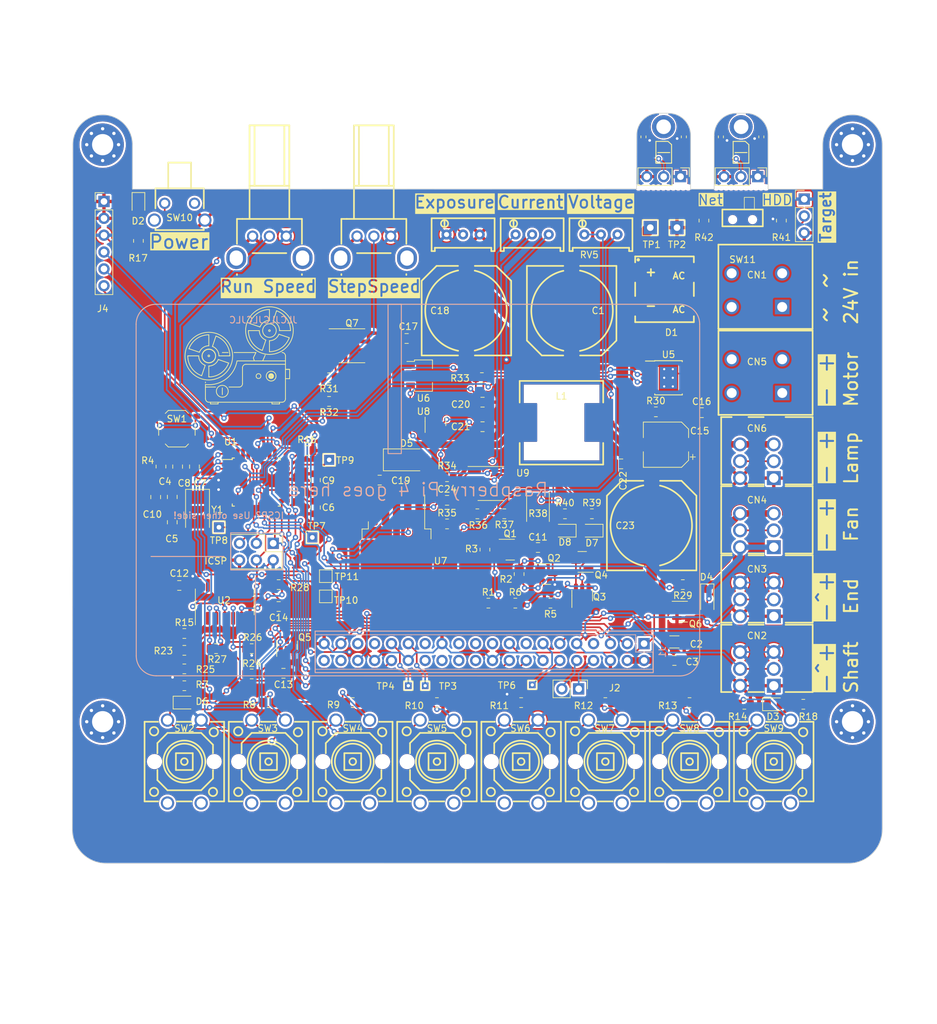
<source format=kicad_pcb>
(kicad_pcb (version 20221018) (generator pcbnew)
  (layers (0 "F.Cu" signal) (31 "B.Cu" signal) (34 "B.Paste" user) (35 "F.Paste" user) (36 "B.SilkS" user "B.Silkscreen") (37 "F.SilkS" user "F.Silkscreen") (38 "B.Mask" user) (39 "F.Mask" user) (44 "Edge.Cuts" user))
  (net 0 "")
  (net 1 "24VDC")
  (net 2 "GND")
  (net 3 "5V-RPi")
  (net 4 "Net-(U1-XTAL1{slash}PB6)")
  (net 5 "3.3V-uC")
  (net 6 "Net-(U1-XTAL2{slash}PB7)")
  (net 7 "Net-(U1-AREF)")
  (net 8 "Net-(J4-Pin_6)")
  (net 9 "/~{RST}")
  (net 10 "/24VAC-1")
  (net 11 "/24VAC-2")
  (net 12 "/Drivers/Lamp-GND")
  (net 13 "Net-(D6-A)")
  (net 14 "/SCL")
  (net 15 "/MISO")
  (net 16 "/MOSI")
  (net 17 "/SCK")
  (net 18 "/RX")
  (net 19 "/TX")
  (net 20 "Net-(D4-A)")
  (net 21 "Net-(D2-A)")
  (net 22 "Net-(U7-VC)")
  (net 23 "Net-(U6-OUT)")
  (net 24 "/D9")
  (net 25 "/D8")
  (net 26 "Net-(U3-A)")
  (net 27 "/uC-Power")
  (net 28 "Net-(U8-K)")
  (net 29 "Net-(U5-ILIM)")
  (net 30 "/D4")
  (net 31 "Net-(U9A--)")
  (net 32 "Net-(Q3A-B1)")
  (net 33 "Net-(Q3B-C2)")
  (net 34 "/A0")
  (net 35 "Net-(Q5-B)")
  (net 36 "unconnected-(CN6-Pad2)")
  (net 37 "/A1")
  (net 38 "/A2")
  (net 39 "/A3")
  (net 40 "/A6")
  (net 41 "/D2")
  (net 42 "/D3")
  (net 43 "Net-(D3-A)")
  (net 44 "Net-(D5-K)")
  (net 45 "Net-(D6-K)")
  (net 46 "/D6")
  (net 47 "/D5")
  (net 48 "Net-(D7-K)")
  (net 49 "Net-(D7-A)")
  (net 50 "Net-(Q1-G)")
  (net 51 "Net-(D8-K)")
  (net 52 "3.3V-RPi")
  (net 53 "Net-(CN2-Pad2)")
  (net 54 "/GPIO26")
  (net 56 "unconnected-(CN4-Pad2)")
  (net 57 "Net-(J1-Pin_8)")
  (net 58 "Net-(J1-Pin_10)")
  (net 59 "/Drivers/Mot-A")
  (net 60 "/Drivers/Mot-B")
  (net 61 "Net-(J1-Pin_13)")
  (net 62 "unconnected-(J1-Pin_15-Pad15)")
  (net 71 "Net-(J1-Pin_29)")
  (net 72 "Net-(J1-Pin_31)")
  (net 77 "Net-(J5-Pin_2)")
  (net 78 "Net-(J6-Pin_2)")
  (net 79 "Net-(Q1-D)")
  (net 80 "/Zero Voltage Diode/K")
  (net 81 "Net-(Q5-C)")
  (net 82 "Net-(Q6-B)")
  (net 83 "Net-(Q7-G)")
  (net 100 "Net-(R23-Pad2)")
  (net 101 "Net-(R7-Pad2)")
  (net 102 "Net-(R8-Pad2)")
  (net 103 "Net-(R10-Pad1)")
  (net 104 "Net-(R11-Pad2)")
  (net 105 "Net-(R12-Pad2)")
  (net 106 "Net-(R13-Pad2)")
  (net 107 "Net-(U4-A)")
  (net 108 "Net-(R27-Pad1)")
  (net 109 "Net-(R28-Pad1)")
  (net 110 "Net-(R34-Pad2)")
  (net 111 "Net-(U9B-+)")
  (net 112 "Net-(U9A-+)")
  (net 115 "Net-(U1-PB2)")
  (net 116 "Net-(U1-PD7)")
  (net 117 "Net-(U1-ADC7)")
  (net 118 "Net-(C14-Pad1)")
  (net 119 "Net-(C13-Pad1)")
  (net 120 "Net-(C22-Pad1)")
  (net 121 "GND1")
  (net 122 "GND2")
  (net 123 "/Sensors/3.3V-Eye1")
  (net 124 "/Sensors/3.3V-Eye2")
  (net 125 "/GPIO17")
  (net 126 "Net-(SW11-A)")
  (net 127 "Net-(SW11-C)")
  (footprint "easyeda2kicad:KEY-TH_4P-L12.0-W12.0-P5.0-LS12.5-EH-small" (layer "F.Cu") (at 175.123593 142.159763)
    (fp_text reference "SW5")
    (fp_text value "<")
  )
  (footprint "TestPoint:TestPoint_THTPad_1.5x1.5mm_Drill0.7mm" (layer "F.Cu") (at 156.327593 108.377763)
    (fp_text reference "TP7")
    (fp_text value "D10")
  )
  (footprint "easyeda2kicad:CONN-TH_3P-P2.54_KF141R-2.54-3P" (layer "F.Cu") (at 223.393 117.729 90)
    (fp_text reference "CN3")
    (fp_text value "Film End Eye")
  )
  (footprint "Capacitor_SMD:C_0805_2012Metric" (layer "F.Cu") (at 136.261593 115.619763 180)
    (fp_text reference "C12")
    (fp_text value "100n")
  )
  (footprint "easyeda2kicad:CONN-TH_3P-P2.54_KF141R-2.54-3P" (layer "F.Cu") (at 223.383593 107.315 90)
    (fp_text reference "CN4")
    (fp_text value "Fan")
  )
  (footprint "easyeda2kicad:RES-ADJ-TH_3P-L10.0-W10.0-P2.50-L" (layer "F.Cu") (at 199.858 62.738)
    (fp_text reference "RV5")
    (fp_text value "10K")
  )
  (footprint "Diode_SMD:D_SMA" (layer "F.Cu") (at 170.551593 96.693763)
    (fp_text reference "D5")
    (fp_text value "SS54")
  )
  (footprint "Button_Switch_SMD:SW_Push_1P1T_XKB_TS-1187A" (layer "F.Cu") (at 135.9 92)
    (fp_text reference "SW1")
    (fp_text value "Reset")
  )
  (footprint "Capacitor_SMD:C_0805_2012Metric" (layer "F.Cu") (at 136.007593 97.709763 90)
    (fp_text reference "C8")
    (fp_text value "100n")
  )
  (footprint "Resistor_SMD:R_2512_6332Metric" (layer "F.Cu") (at 190.363593 103.805763 90)
    (fp_text reference "R38")
    (fp_text value "0.05R")
  )
  (footprint "Resistor_SMD:R_0805_2012Metric" (layer "F.Cu") (at 215.392 60.639 90)
    (fp_text reference "R42")
    (fp_text value "47K")
  )
  (footprint "Resistor_SMD:R_0805_2012Metric" (layer "F.Cu") (at 176.647593 106.345763)
    (fp_text reference "R35")
    (fp_text value "270R")
  )
  (footprint "TestPoint:TestPoint_THTPad_2.0x2.0mm_Drill1.0mm" (layer "F.Cu") (at 207.3 61.7 180)
    (fp_text reference "TP1")
    (fp_text value "24V")
  )
  (footprint "Resistor_SMD:R_0805_2012Metric" (layer "F.Cu") (at 200.523593 133.269763)
    (fp_text reference "R12")
    (fp_text value "47K")
  )
  (footprint "LED_SMD:LED_0805_2012Metric" (layer "F.Cu") (at 198.491593 107.361763 180)
    (fp_text reference "D7")
    (fp_text value "LED (ye)")
  )
  (footprint "Package_SO:SOIC-8_3.9x4.9mm_P1.27mm" (layer "F.Cu") (at 162.306 79.502)
    (fp_text reference "Q7")
    (fp_text value "IRF7470")
  )
  (footprint "Package_TO_SOT_SMD:SOT-89-3" (layer "F.Cu") (at 173.091593 83.993763)
    (fp_text reference "U6")
    (fp_text value "78L05")
  )
  (footprint "easyeda2kicad:SW-SMD_3P-P1.50_L2.7-W6.6" (layer "F.Cu") (at 221.224 60.949 180)
    (fp_text reference "SW11")
    (fp_text value "Target")
  )
  (footprint "easyeda2kicad:KEY-TH_4P-L12.0-W12.0-P5.0-LS12.5-EH-small" (layer "F.Cu") (at 162.423593 142.159763)
    (fp_text reference "SW4")
    (fp_text value "<<")
  )
  (footprint "Resistor_SMD:R_0805_2012Metric" (layer "F.Cu") (at 187.823593 133.269763)
    (fp_text reference "R11")
    (fp_text value "100K")
  )
  (footprint "Capacitor_SMD:C_0805_2012Metric" (layer "F.Cu") (at 166.487593 99.741763)
    (fp_text reference "C19")
    (fp_text value "1u")
  )
  (footprint "Resistor_SMD:R_0805_2012Metric" (layer "F.Cu") (at 182.88 118.283763)
    (fp_text reference "R1")
    (fp_text value "220R")
  )
  (footprint "Capacitor_SMD:C_0805_2012Metric" (layer "F.Cu") (at 151.247593 118.791763 180)
    (fp_text reference "C14")
    (fp_text value "100n")
  )
  (footprint "Resistor_SMD:R_0805_2012Metric" (layer "F.Cu") (at 158.8535 87.884 180)
    (fp_text reference "R32")
    (fp_text value "150R")
  )
  (footprint "MountingHole:MountingHole_2.2mm_M2_ISO7380_Pad_TopBottom" (layer "F.Cu") (at 209.318 46.502 -90)
    (fp_text reference "REF**" hide)
    (fp_text value "MountingHole_2.2mm_M2_ISO7380_Pad_TopBottom")
  )
  (footprint "Resistor_SMD:R_0805_2012Metric" (layer "F.Cu") (at 155.520593 95.296763)
    (fp_text reference "R16")
    (fp_text value "100K")
  )
  (footprint "TestPoint:TestPoint_Pad_1.5x1.5mm" (layer "F.Cu") (at 158.359593 114.219763 90)
    (fp_text reference "TP11")
    (fp_text value "Film End")
  )
  (footprint "Connector_PinHeader_2.54mm:PinHeader_1x02_P2.54mm_Vertical" (layer "F.Cu") (at 196.5 131.2 -90)
    (fp_text reference "J2")
    (fp_text value "Raspi UART")
  )
  (footprint "easyeda2kicad:KEY-TH_4P-L12.0-W12.0-P5.0-LS12.5-EH-small" (layer "F.Cu") (at 149.723593 142.159763)
    (fp_text reference "SW3")
    (fp_text value "Zoom")
  )
  (footprint "LED_SMD:LED_0805_2012Metric" (layer "F.Cu") (at 194.427593 107.361763 180)
    (fp_text reference "D8")
    (fp_text value "LED (ye)")
  )
  (footprint "Resistor_SMD:R_0805_2012Metric" (layer "F.Cu") (at 162.423593 133.269763)
    (fp_text reference "R9")
    (fp_text value "22K")
  )
  (footprint "Capacitor_SMD:C_0805_2012Metric" (layer "F.Cu") (at 182 88)
    (fp_text reference "C20")
    (fp_text value "1u")
  )
  (footprint "Package_TO_SOT_SMD:SOT-23" (layer "F.Cu") (at 191.633593 113.904763)
    (fp_text reference "Q2")
    (fp_text value "IRLML6402")
  )
  (footprint "Connector_PinHeader_2.54mm:PinHeader_1x03_P2.54mm_Vertical" (layer "F.Cu") (at 223.51 54.0185 -90)
    (fp_text reference "J6" hide)
    (fp_text value "Film End Eye")
  )
  (footprint "Capacitor_SMD:C_1206_3216Metric" (layer "F.Cu") (at 210.937593 124.125763)
    (fp_text reference "C2")
    (fp_text value "47u")
  )
  (footprint "LED_SMD:LED_0805_2012Metric" (layer "F.Cu") (at 137.023593 133.269763)
    (fp_text reference "D6")
    (fp_text value "LED (wh)")
  )
  (footprint "Resistor_SMD:R_0805_2012Metric" (layer "F.Cu") (at 158.8535 84.328 180)
    (fp_text reference "R31")
    (fp_text value "47K")
  )
  (footprint "Resistor_SMD:R_0805_2012Metric" (layer "F.Cu") (at 137.023593 130.729763)
    (fp_text reference "R7")
    (fp_text value "100K")
  )
  (footprint "Diode_SMD:D_SOD-123F" (layer "F.Cu") (at 215.9 117.602 -90)
    (fp_text reference "D4")
    (fp_text value "1N4007")
  )
  (footprint "Connector_PinHeader_2.54mm:PinHeader_1x06_P2.54mm_Vertical" (layer "F.Cu") (at 124.9 57.76)
    (fp_text reference "J4")
    (fp_text value "FTDI")
  )
  (footprint "MountingHole:MountingHole_3.2mm_M3_Pad_Via" (layer "F.Cu") (at 124.702944 136.15)
    (fp_text reference "REF**" hide)
    (fp_text value "MountingHole_3.2mm_M3_Pad_Via")
  )
  (footprint "Resistor_SMD:R_0805_2012Metric" (layer "F.Cu") (at 137.023593 128.189763)
    (fp_text reference "R25")
    (fp_text value "3K")
  )
  (footprint "Connector_PinHeader_2.54mm:PinHeader_2x03_P2.54mm_Vertical" (layer "F.Cu") (at 150.425593 109.261763 -90)
    (fp_text reference "J3" hide)
    (fp_text value "ICSP")
  )
  (footprint "easyeda2kicad:CONN-TH_2P-P5.08_KF142R-5.08-2P" (layer "F.Cu") (at 223.393 84.074 90)
    (fp_text reference "CN5")
    (fp_text value "Motor")
  )
  (footprint "Resistor_SMD:R_0805_2012Metric" (layer "F.Cu") (at 221.488 133.523763)
    (fp_text reference "R14")
    (fp_text value "10K")
  )
  (footprint "TestPoint:TestPoint_THTPad_1.5x1.5mm_Drill0.7mm" (layer "F.Cu") (at 142.24 106.853763)
    (fp_text reference "TP8")
    (fp_text value "D7")
  )
  (footprint "Resistor_SMD:R_0805_2012Metric" (layer "F.Cu") (at 137.023593 122.855763)
    (fp_text reference "R15")
    (fp_text value "100K")
  )
  (footprint "Package_TO_SOT_SMD:SOT-23" (layer "F.Cu") (at 197.033593 112.066263 180)
    (fp_text reference "Q4")
    (fp_text value "DMG2305UX")
  )
  (footprint "easyeda2kicad:RES-ADJ-TH_3P-L10.0-W10.0-P2.50-L" (layer "F.Cu") (at 179.07 62.738)
    (fp_text reference "RV3" hide)
    (fp_text value "10K")
  )
  (footprint "Package_TO_SOT_SMD:SOT-23" (layer "F.Cu") (at 212.2655 119.568)
    (fp_text reference "Q6")
    (fp_text value "SS8050")
  )
  (footprint "easyeda2kicad:RES-TH_RK09K1110A0J" (layer "F.Cu") (at 165.608 64.642 180)
    (fp_text reference "RV1" hide)
    (fp_text value "10K")
  )
  (footprint "Resistor_SMD:R_0402_1005Metric" (layer "F.Cu") (at 212.366 48.026 -90)
    (fp_text reference "R19" hide)
    (fp_text value "100R")
  )
  (footprint "Resistor_SMD:R_0805_2012Metric" (layer "F.Cu") (at 185.283593 104.821763 180)
    (fp_text reference "R37")
    (fp_text value "10K")
  )
  (footprint "Resistor_SMD:R_0805_2012Metric" (layer "F.Cu") (at 175.123593 133.269763)
    (fp_text reference "R10")
    (fp_text value "10K")
  )
  (footprint "Resistor_SMD:R_0805_2012Metric" (layer "F.Cu") (at 182.362593 110.221763 90)
    (fp_text reference "R3")
    (fp_text value "47K")
  )
  (footprint "Resistor_SMD:R_0805_2012Metric" (layer "F.Cu") (at 133.5 97.7 90)
    (fp_text reference "R4")
    (fp_text value "10K")
  )
  (footprint "Resistor_SMD:R_0805_2012Metric" (layer "F.Cu") (at 194.427593 104.821763)
    (fp_text reference "R40")
    (fp_text value "1K")
  )
  (footprint "Capacitor_SMD:C_0805_2012Metric" (layer "F.Cu") (at 170.551593 78.405763)
    (fp_text reference "C17")
    (fp_text value "10u")
  )
  (footprint "Capacitor_SMD:C_0805_2012Metric" (layer "F.Cu") (at 210.937593 126.919763)
    (fp_text reference "C3")
    (fp_text value "100n")
  )
  (footprint "Resistor_SMD:R_0805_2012Metric" (layer "F.Cu") (at 230.378 133.523763 180)
    (fp_text reference "R18")
    (fp_text value "300R")
  )
  (footprint "LED_SMD:LED_0805_2012Metric" (layer "F.Cu") (at 130.1 58.1 -90)
    (fp_text reference "D2")
    (fp_text value "Power (gr)")
  )
  (footprint "Resistor_SMD:R_0402_1005Metric" (layer "F.Cu") (at 217.954 48.026 -90)
    (fp_text reference "R22" hide)
    (fp_text value "47K")
  )
  (footprint "Capacitor_SMD:CP_Elec_6.3x7.7" (layer "F.Cu") (at 209.667593 94.407763 180)
    (fp_text reference "C15")
    (fp_text value "22u")
  )
  (footprint "Capacitor_SMD:C_0805_2012Metric" (layer "F.Cu") (at 176.647593 102.789763)
    (fp_text reference "C24")
    (fp_text value "1u")
  )
  (footprint "Capacitor_SMD:C_0805_2012Metric" (layer "F.Cu") (at 202.9 97.3 180)
    (fp_text reference "C22")
    (fp_text value "10u")
  )
  (footprint "easyeda2kicad:KEY-TH_4P-L12.0-W12.0-P5.0-LS12.5-EH-small" (layer "F.Cu") (at 225.923593 142.159763)
    (fp_text reference "SW9")
    (fp_text value "Rec")
  )
  (footprint "Capacitor_SMD:C_0805_2012Metric" (layer "F.Cu") (at 156.790593 99.741763 90)
    (fp_text reference "C9")
    (fp_text value "100n")
  )
  (footprint "Resistor_SMD:R_0805_2012Metric" (layer "F.Cu") (at 137.023593 125.395763 180)
    (fp_text reference "R23")
    (fp_text value "470K")
  )
  (footprint "TestPoint:TestPoint_THTPad_1.0x1.0mm_Drill0.5mm" (layer "F.Cu") (at 173.345593 130.729763 90)
    (fp_text reference "TP3")
    (fp_text value "GPIO5")
  )
  (footprint "easyeda2kicad:CONN-TH_2P-P5.08_KF142R-5.08-2P" (layer "F.Cu") (at 223.383593 71.12 90)
    (fp_text reference "CN1")
    (fp_text value "24V in")
  )
  (footprint "Capacitor_SMD:C_0805_2012Metric" (layer "F.Cu") (at 156.790593 103.871763 -90)
    (fp_text reference "C6")
    (fp_text value "100n")
  )
  (footprint "Package_SO:SOIC-14_3.9x8.7mm_P1.27mm" (layer "F.Cu") (at 143.119593 118.094763 90)
    (fp_text reference "U2")
    (fp_text value "74LVC14")
  )
  (footprint "TestPoint:TestPoint_THTPad_1.0x1.0mm_Drill0.5mm" (layer "F.Cu") (at 189.5 130.6 90)
    (fp_text reference "TP6")
    (fp_text value "GPIO27")
  )
  (footprint "easyeda2kicad:KEY-TH_4P-L12.0-W12.0-P5.0-LS12.5-EH-small" (layer "F.Cu") (at 213.223593 142.159763)
    (fp_text reference "SW8")
    (fp_text value ">>")
  )
  (footprint "Capacitor_SMD:C_0805_2012Metric" (layer "F.Cu") (at 135.200593 102.281763 90)
    (fp_text reference "C4")
    (fp_text value "22p")
  )
  (footprint "TestPoint:TestPoint_THTPad_1.5x1.5mm_Drill0.7mm" (layer "F.Cu") (at 158.867593 96.693763)
    (fp_text reference "TP9")
    (fp_text value "A7")
  )
  (footprint "Resistor_SMD:R_0805_2012Metric" (layer "F.Cu") (at 181.219593 104.821763)
    (fp_text reference "R36")
    (fp_text value "90K9")
  )
  (footprint "easyeda2kicad:CAP-SMD_BD12.5-L13.0-W13.0-RD" (layer "F.Cu") (at 207.508593 106.599763 90)
    (fp_text reference "C23")
    (fp_text value "470u")
  )
  (footprint "TestPoint:TestPoint_THTPad_1.0x1.0mm_Drill0.5mm" (layer "F.Cu") (at 170.805593 130.729763 90)
    (fp_text reference "TP4")
    (fp_text value "GPIO6")
  )
  (footprint "Resistor_SMD:R_0805_2012Metric" (layer "F.Cu") (at 212.207593 115.489763 180)
    (fp_text reference "R29")
    (fp_text value "2K2")
  )
  (footprint "Peacemans_Footprints:Eye_Mousebites" (layer "F.Cu") (at 221.002 55.646)
    (fp_text reference "REF**" hide)
    (fp_text value "Eye_Mousebites" hide)
  )
  (footprint "easyeda2kicad:DIO-BG-TH_TTF" (layer "F.Cu") (at 209.423 70.993)
    (fp_text reference "D1")
    (fp_text value "TTR5MF")
  )
  (footprint "easyeda2kicad:IND-SMD_L13.8-W12.6_YSPI13XX" (layer "F.Cu") (at 193.9 91.1)
    (fp_text reference "L1")
    (fp_text value "47uH")
  )
  (footprint "Package_TO_SOT_SMD:SOT-23-6" (layer "F.Cu") (at 197.033593 117.146263 90)
    (fp_text reference "Q3")
    (fp_text value "DMMT5401")
  )
  (footprint "Peacemans_Footprints:QRE1113GR-slim" (layer "F.Cu") (at 220.97 50.2085 180)
    (fp_text reference "U4" hide)
    (fp_text value "QRE1113")
  )
  (footprint "Resistor_SMD:R_0805_2012Metric" (layer "F.Cu") (at 147.183593 125.141763)
    (fp_text reference "R26")
    (fp_text value "3K")
  )
  (footprint "Package_SO:Texas_HTSOP-8-1EP_3.9x4.9mm_P1.27mm_EP2.95x4.9mm_Mask2.4x3.1mm_ThermalVias" (layer "F.Cu") (at 210.048593 84.328)
    (fp_text reference "U5")
    (fp_text value "DRV8871DDA")
  )
  (footprint "Resistor_SMD:R_0805_2012Metric" (layer "F.Cu") (at 186.944 118.283763)
    (fp_text reference "R6")
    (fp_text value "47K")
  )
  (footprint "easyeda2kicad:KEY-TH_4P-L7.3-W10.2-P4.50-LS7.0" (layer "F.Cu") (at 136.312 59.3 180)
    (fp_text reference "SW10")
    (fp_text value "Power")
  )
  (footprint "MountingHole:MountingHole_3.2mm_M3_Pad_Via" (layer "F.Cu") (at 237.802944 136.15)
    (fp_text reference "REFe" hide)
    (fp_text value "MountingHole_3.2mm_M3_Pad_Via")
  )
  (footprint "easyeda2kicad:CAP-SMD_BD12.5-L13.0-W13.0-RD" (layer "F.Cu") (at 179.568593 74.214763 90)
    (fp_text reference "C18")
    (fp_text value "470u")
  )
  (footprint "Package_TO_SOT_SMD:SOT-23" (layer "F.Cu") (at 174.9 90.9 90)
    (fp_text reference "U8")
    (fp_text value "TL431")
  )
  (footprint "Resistor_SMD:R_0805_2012Metric" (layer "F.Cu") (at 198.491593 104.821763)
    (fp_text reference "R39")
    (fp_text value "1K")
  )
  (footprint "easyeda2kicad:CONN-TH_3P-P2.54_KF141R-2.54-3P" (layer "F.Cu") (at 223.383593 96.901 90)
    (fp_text reference "CN6")
    (fp_text value "Lamp")
  )
  (footprint "Resistor_SMD:R_0805_2012Metric" (layer "F.Cu") (at 213.223593 133.269763)
    (fp_text reference "R13")
    (fp_text value "22K")
  )
  (footprint "Package_SO:SOIC-8_3.9x4.9mm_P1.27mm" (layer "F.Cu") (at 183.251593 100.249763)
    (fp_text reference "U9")
    (fp_text value "LM358")
  )
  (footprint "MountingHole:MountingHole_3.2mm_M3_Pad_Via" (layer "F.Cu") (at 237.8 49.2)
    (fp_text reference "REFee" hide)
    (fp_text value "MountingHole_3.2mm_M3_Pad_Via")
  )
  (footprint "easyeda2kicad:CONN-TH_3P-P2.54_KF141R-2.54-3P" (layer "F.Cu") (at 223.383593 128.189763 90)
    (fp_text reference "CN2")
    (fp_text value "Shaft Eye")
  )
  (footprint "easyeda2kicad:KEY-TH_4P-L12.0-W12.0-P5.0-LS12.5-EH-small" (layer "F.Cu") (at 137.023593 142.159763)
    (fp_text reference "SW2")
    (fp_text value "Lamp")
  )
  (footprint "Resistor_SMD:R_0805_2012Metric" (layer "F.Cu") (at 149.723593 133.269763)
    (fp_text reference "R8")
    (fp_text value "47K")
  )
  (footprint "MountingHole:MountingHole_3.2mm_M3_Pad_Via" (layer "F.Cu") (at 124.702944 49.2)
    (fp_text reference "REF**" hide)
    (fp_text value "MountingHole_3.2mm_M3_Pad_Via")
  )
  (footprint "Peacemans_Footprints:Eye_Mousebites" (layer "F.Cu") (at 209.27 55.646)
    (fp_text reference "REF**" hide)
    (fp_text value "Eye_Mousebites" hide)
  )
  (footprint "easyeda2kicad:KEY-TH_4P-L12.0-W12.0-P5.0-LS12.5-EH-small" (layer "F.Cu") (at 187.823593 142.159763)
    (fp_text reference "SW6")
    (fp_text value "Stop")
  )
  (footprint "easyeda2kicad:KEY-TH_4P-L12.0-W12.0-P5.0-LS12.5-EH-small" (layer "F.Cu") (at 200.523593 142.159763)
    (fp_text reference "SW7")
    (fp_text value ">")
  )
  (footprint "Capacitor_SMD:C_0805_2012Metric" (layer "F.Cu") (at 135.200593 106.091763 90)
    (fp_text reference "C5")
    (fp_text value "22p")
  )
  (footprint "Resistor_SMD:R_0805_2012Metric" (layer "F.Cu") (at 176.647593 99.233763)
    (fp_text reference "R34")
    (fp_text value "71K5")
  )
  (footprint "Crystal:Crystal_SMD_5032-2Pin_5.0x3.2mm" (layer "F.Cu") (at 139.010593 104.186763 -90)
    (fp_text reference "Y1")
    (fp_text value "8MHz")
  )
  (footprint "Package_QFP:TQFP-32_7x7mm_P0.8mm" (layer "F.Cu") (at 147.875593 100.036763)
    (fp_text reference "U1")
    (fp_text value "ATmega328P")
  )
  (footprint "easyeda2kicad:CAP-SMD_BD12.5-L13.0-W13.0-RD" (layer "F.Cu") (at 195.443593 74.214763 -90)
    (fp_text reference "C1")
    (fp_text value "470u")
  )
  (footprint "MountingHole:MountingHole_2.2mm_M2_ISO7380_Pad_TopBottom" (layer "F.Cu") (at 221.002 46.502 -90)
    (fp_text reference "REF**" hide)
    (fp_text value "MountingHole_2.2mm_M2_ISO7380_Pad_TopBottom")
  )
  (footprint "Resistor_SMD:R_0805_2012Metric" (layer "F.Cu") (at 187.521093 113.904763 90)
    (fp_text reference "R2")
    (fp_text value "10K")
  )
  (footprint "Capacitor_SMD:C_0805_2012Metric" (layer "F.Cu") (at 190.363593 109.901763 180)
    (fp_text reference "C11")
    (fp_text value "100n")
  )
  (footprint "Resistor_SMD:R_0805_2012Metric" (layer "F.Cu") (at 208.143593 89.454763)
    (fp_text reference "R30")
    (fp_text value "30K")
  )
  (footprint "Resistor_SMD:R_0805_2012Metric" (layer "F.Cu") (at 147.183593 128.951763 180)
    (fp_text reference "R24")
    (fp_text value "470K")
  )
  (footprint "TestPoint:TestPoint_Pad_1.5x1.5mm" (layer "F.Cu") (at 158.359593 117.267763 90)
    (fp_text reference "TP10")
    (fp_text value "Main Shaft")
  )
  (footprint "TestPoint:TestPoint_THTPad_2.0x2.0mm_Drill1.0mm" (layer "F.Cu") (at 211.328 61.7 180)
    (fp_text reference "TP2")
    (fp_text value "GND")
  )
  (footprint "Capacitor_SMD:C_0805_2012Metric" (layer "F.Cu") (at 138.547593 97.709763 90)
    (fp_text reference "C7")
    (fp_text value "100n")
  )
  (footprint "Resistor_SMD:R_0402_1005Metric" (layer "F.Cu") (at 206.27 48.026 -90)
    (fp_text reference "R21" hide)
    (fp_text value "47K")
  )
  (footprint "Resistor_SMD:R_0805_2012Metric" (layer "F.Cu") (at 181.9 84.3)
    (fp_text reference "R33")
    (fp_text value "2K2")
  )
  (footprint "Package_TO_SOT_SMD:SOT-23" (layer "F.Cu") (at 186.172593 110.221763)
    (fp_text reference "Q1")
    (fp_text value "IRLML2502")
  )
  (footprint "Capacitor_SMD:C_0805_2012Metric" (layer "F.Cu") (at 132.7 102.3 90)
    (fp_text reference "C10")
    (fp_text value "100n")
  )
  (footprint "Resistor_SMD:R_0805_2012Metric" (layer "F.Cu") (at 130.1 63.7 -90)
    (fp_text reference "R17")
    (fp_text value "220R")
  )
  (footprint "Package_TO_SOT_SMD:SOT-23" (layer "F.Cu") (at 152.517593 124.633763 90)
    (fp_text reference "Q5")
    (fp_text value "SS8050")
  )
  (footprint "Package_TO_SOT_SMD:TO-263-5_TabPin3" (layer "F.Cu") (at 169.027593 111.933763 -90)
    (fp_text reference "U7")
    (fp_text value "XL4015")
  )
  (footprint "easyeda2kicad:RES-TH_RK09K1110A0J" (layer "F.Cu") (at 149.86 64.642 180)
    (fp_text reference "RV2" hide)
    (fp_text value "10K")
  )
  (footprint "Capacitor_SMD:C_0805_2012Metric" (layer "F.Cu") (at 151.972093 128.851763)
    (fp_text reference "C13")
    (fp_text value "100n")
  )
  (footprint "Connector_PinHeader_2.54mm:PinHeader_1x03_P2.54mm_Vertical" (layer "F.Cu") (at 230.5235 57.404)
    (fp_text reference "J7" hide)
    (fp_text value "Target")
  )
  (footprint "Resistor_SMD:R_0805_2012Metric" (layer "F.Cu") (at 227.076 60.639 -90)
    (fp_text reference "R41")
    (fp_text value "47K")
  )
  (footprint "Resistor_SMD:R_0805_2012Metric" (layer "F.Cu") (at 151.247593 115.489763 180)
    (fp_text reference "R28")
    (fp_text value "3K3")
  )
  (footprint "Peacemans_Footprints:QRE1113GR-slim" (layer "F.Cu") (at 209.318 50.2085 180)
    (fp_text reference "U3" hide)
    (fp_text value "QRE1113")
  )
  (footprint "Resistor_SMD:R_0805_2012Metric" (layer "F.Cu") (at 141.812093 125.141763)
    (fp_text reference "R27")
    (fp_text value "3K3")
  )
  (footprint "Connector_PinHeader_2.54mm:PinHeader_1x03_P2.54mm_Vertical" (layer "F.Cu") (at 211.858 54.0185 -90)
    (fp_text reference "J5" hide)
    (fp_text value "Shaft Eye")
  )
  (footprint "Resistor_SMD:R_0402_1005Metric" (layer "F.Cu") (at 224.05 48.026 -90)
    (fp_text reference "R20" hide)
    (fp_text value "100R")
  )
  (footprint "easyeda2kicad:RES-ADJ-TH_3P-L10.0-W10.0-P2.50-L" (layer "F.Cu") (at 189.484 62.738)
    (fp_text reference "RV4" hide)
    (fp_text value "10K")
  )
  (footprint "Capacitor_SMD:C_0805_2012Metric" (layer "F.Cu") (at 215.052393 89.581763)
    (fp_text reference "C16")
    (fp_text value "100n")
  )
  (footprint "LED_SMD:LED_0805_2012Metric" (layer "F.Cu") (at 225.923593 133.523763)
    (fp_text reference "D3")
    (fp_text value "Film End (re)")
  )
  (footprint "Capacitor_SMD:C_0805_2012Metric" (layer "F.Cu") (at 182 91.7)
    (fp_text reference "C21")
    (fp_text value "1u")
  )
  (footprint "Resistor_SMD:R_0805_2012Metric" (layer "F.Cu") (at 192.245093 118.283763 180)
    (fp_text reference "R5")
    (fp_text value "10K")
  )
  (footprint "Connector_PinSocket_2.54mm:PinSocket_2x20_P2.54mm_Vertical" (layer "B.Cu") (at 206.365593 124.379763 90)
    (fp_text reference "J1")
    (fp_text value "Raspi GPIO")
  )
  (gr_line locked (start 211.75 73.25) (end 132.75132 73.25132) (stroke (width 0.15)) (layer "B.SilkS"))
  (gr_line locked (start 147.75 114.25) (end 147.75 127.25) (stroke (width 0.15)) (layer "B.SilkS"))
  (gr_line locked (start 211.75 129.25) (end 132.77132 129.22868) (stroke (width 0.15)) (layer "B.SilkS"))
  (gr_arc locked (start 129.75132 76.25132) (mid 130.63 74.13) (end 132.75132 73.25132) (stroke (width 0.15)) (layer "B.SilkS"))
  (gr_rect locked (start 156.75 122.5) (end 207.75 128.75) (stroke (width 0.15)) (fill none) (layer "B.SilkS"))
  (gr_rect locked (start 167.75 73.25) (end 169.75 95.75) (stroke (width 0.15)) (fill none) (layer "B.SilkS"))
  (gr_line locked (start 143 111.25) (end 132 111.25) (stroke (width 0.15)) (layer "B.SilkS"))
  (gr_arc locked (start 214.75 126.25) (mid 213.87132 128.37132) (end 211.75 129.25) (stroke (width 0.15)) (layer "B.SilkS"))
  (gr_arc locked (start 132.77132 129.22868) (mid 130.65 128.35) (end 129.77132 126.22868) (stroke (width 0.15)) (layer "B.SilkS"))
  (gr_line locked (start 129.75132 76.25132) (end 129.77132 126.22868) (stroke (width 0.15)) (layer "B.SilkS"))
  (gr_rect (start 144.018 107.696) (end 151.892 113.284) (stroke (width 0.15)) (fill none) (layer "B.SilkS"))
  (gr_line locked (start 214.75 126.25) (end 214.75 76.25) (stroke (width 0.15)) (layer "B.SilkS"))
  (gr_arc locked (start 211.75 73.25) (mid 213.87132 74.12868) (end 214.75 76.25) (stroke (width 0.15)) (layer "B.SilkS"))
  (gr_line (start 151.765 88.011) (end 140.716 88.011) (stroke (width 0.12)) (layer "F.SilkS"))
  (gr_circle (center 142.748 86.36) (end 143.383 86.995) (stroke (width 0.12)) (fill none) (layer "F.SilkS"))
  (gr_arc (start 139.640566 84.013318) (mid 138.118392 82.851668) (end 137.541 81.026) (stroke (width 0.12)) (layer "F.SilkS"))
  (gr_arc (start 151.765 80.518) (mid 152.12421 80.66679) (end 152.273 81.026) (stroke (width 0.12)) (layer "F.SilkS"))
  (gr_line (start 142.748 85.852) (end 142.748 86.868) (stroke (width 0.12)) (layer "F.SilkS"))
  (gr_arc (start 151.282419 77.763084) (mid 150.722792 78.472251) (end 149.86 78.74) (stroke (width 0.12)) (layer "F.SilkS"))
  (gr_arc (start 149.312916 78.638419) (mid 148.603749 78.078792) (end 148.336 77.216) (stroke (width 0.12)) (layer "F.SilkS"))
  (gr_line (start 149.86 78.74) (end 149.86 80.391) (stroke (width 0.12)) (layer "F.SilkS"))
  (gr_arc (start 148.784566 80.203318) (mid 147.262392 79.041668) (end 146.685 77.216) (stroke (width 0.12)) (layer "F.SilkS"))
  (gr_arc (start 146.872682 76.140566) (mid 148.034332 74.618392) (end 149.86 74.041) (stroke (width 0.12)) (layer "F.SilkS"))
  (gr_line (start 144.526 80.518) (end 147.828 80.518) (stroke (width 0.12)) (layer "F.SilkS"))
  (gr_line (start 141.732 85.725) (end 140.208 85.725) (stroke (width 0.12)) (layer "F.SilkS"))
  (gr_line (start 140.97 88.265) (end 140.97 88.011) (stroke (width 0.12)) (layer "F.SilkS"))
  (gr_arc (start 141.263084 79.603581) (mid 141.972251 80.163208) (end 142.24 81.026) (stroke (width 0.12)) (layer "F.SilkS"))
  (gr_line (start 152.273 81.026) (end 152.273 87.503) (stroke (width 0.12)) (layer "F.SilkS"))
  (gr_arc (start 137.728682 79.950566) (mid 138.890332 78.428392) (end 140.716 77.851) (stroke (width 0.12)) (layer "F.SilkS"))
  (gr_arc (start 141.791434 78.038682) (mid 143.313608 79.200332) (end 143.891 81.026) (stroke (width 0.12)) (layer "F.SilkS"))
  (gr_line (start 140.716 77.851) (end 140.716 79.502) (stroke (width 0.12)) (layer "F.SilkS"))
  (gr_line (start 145.796 82.804) (end 145.796 85.217) (stroke (width 0.12)) (layer "F.SilkS"))
  (gr_line (start 141.791434 78.038682) (end 141.263084 79.603581) (stroke (width 0.12)) (layer "F.SilkS"))
  (gr_arc (start 150.935434 74.228682) (mid 152.457608 75.390332) (end 153.035 77.216) (stroke (width 0.12)) (layer "F.SilkS"))
  (gr_circle (center 140.716 81.026) (end 141.224 81.915) (stroke (width 0.12)) (fill none) (layer "F.SilkS"))
  (gr_arc (start 147.55559 81.672046) (mid 147.474649 81.483404) (end 147.447 81.28) (stroke (width 0.12)) (layer "F.SilkS"))
  (gr_line (start 140.716 82.55) (end 140.716 84.201) (stroke (width 0.12)) (layer "F.SilkS"))
  (gr_arc (start 152.847318 78.291434) (mid 151.685668 79.813608) (end 149.86 80.391) (stroke (width 0.12)) (layer "F.SilkS"))
  (gr_line (start 150.935434 74.228682) (end 150.407084 75.793581) (stroke (width 0.12)) (layer "F.SilkS"))
  (gr_line (start 151.384 88.011) (end 151.384 88.265) (stroke (width 0.12)) (layer "F.SilkS"))
  (gr_line (start 149.225 80.899) (end 148.844 81.788) (stroke (width 0.12)) (layer "F.SilkS"))
  (gr_line (start 142.113 88.011) (end 142.113 88.265) (stroke (width 0.12)) (layer "F.SilkS"))
  (gr_circle (center 140.716 81.062102) (end 143.256 83.602102) (stroke (width 0.12)) (fill none) (layer "F.SilkS"))
  (gr_line (start 152.273 81.788) (end 145.034 81.788) (stroke (width 0.12)) (layer "F.SilkS"))
  (gr_line (start 142.113 88.265) (end 140.97 88.265) (stroke (width 0.12)) (layer "F.SilkS"))
  (gr_line (start 151.384 77.216) (end 153.035 77.216) (stroke (width 0.12)) (layer "F.SilkS"))
  (gr_arc (start 143.703318 82.101434) (mid 142.541668 83.623608) (end 140.716 84.201) (stroke (width 0.12)) (layer "F.SilkS"))
  (gr_circle (center 150.114 84.074) (end 150.368 84.328) (stroke (width 0.12)) (fill none) (layer "F.SilkS"))
  (gr_arc (start 150.407084 75.793581) (mid 151.116251 76.353208) (end 151.384 77.216) (stroke (width 0.12)) (layer "F.SilkS"))
  (gr_circle (center 149.86 77.216) (end 149.987 77.216) (stroke (width 0.12)) (fill none) (layer "F.SilkS"))
  (gr_line (start 152.273 82.296) (end 146.304 82.296) (stroke (width 0.12)) (layer "F.SilkS"))
  (gr_arc (start 148.437581 76.668916) (mid 148.997208 75.959749) (end 149.86 75.692) (stroke (width 0.12)) (layer "F.SilkS"))
  (gr_arc (start 142.138419 81.573084) (mid 141.578792 82.282251) (end 140.716 82.55) (stroke (width 0.12)) (layer "F.SilkS"))
  (gr_line (start 142.138419 81.573084) (end 143.703318 82.101434) (stroke (width 0.12)) (layer "F.SilkS"))
  (gr_line (start 149.312916 78.638419) (end 148.784566 80.203318) (stroke (width 0.12)) (layer "F.SilkS"))
  (gr_line (start 152.273 83.058) (end 152.908 83.058) (stroke (width 0.12)) (layer "F.SilkS"))
  (gr_circle (center 149.86 77.216) (end 152.4 79.756) (stroke (width 0.12)) (fill none) (layer "F.SilkS"))
  (gr_arc (start 144.967395 81.782071) (mid 143.299618 84.514293) (end 140.208 85.344) (stroke (width 0.12)) (layer "F.SilkS"))
  (gr_circle (center 140.716 81.026) (end 140.843 81.026) (stroke (width 0.12)) (fill none) (layer "F.SilkS"))
  (gr_circle (center 149.86 77.216) (end 150.368 78.105) (stroke (width 0.12)) (fill none) (layer "F.SilkS"))
  (gr_arc (start 140.168916 82.448419) (mid 139.459749 81.888792) (end 139.192 81.026) (stroke (width 0.12)) (layer "F.SilkS"))
  (gr_line (start 140.208 87.503) (end 140.208 85.344) (stroke (width 0.12)) (layer "F.SilkS"))
  (gr_circle (center 148.209 84.074) (end 148.463 84.328) (stroke (width 0.12)) (fill none) (layer "F.SilkS"))
  (gr_line (start 142.24 81.026) (end 143.891 81.026) (stroke (width 0.12)) (layer "F.SilkS"))
  (gr_line (start 151.282419 77.763084) (end 152.847318 78.291434) (stroke (width 0.12)) (layer "F.SilkS"))
  (gr_circle (center 150.114 84.074) (end 150.241 84.201) (stroke (width 0.12)) (fill none) (layer "F.SilkS"))
  (gr_circle (center 150.114 84.074) (end 150.114 84.201) (stroke (width 0.12)) (fill none) (layer "F.SilkS"))
  (gr_circle (center 140.716 81.062102) (end 141.224 81.951102) (stroke (width 0.12)) (fill none) (layer "F.SilkS"))
  (gr_arc (start 152.273 87.503) (mid 152.12421 87.86221) (end 151.765 88.011) (stroke (width 0.12)) (layer "F.SilkS"))
  (gr_line (start 137.728682 79.950566) (end 139.293581 80.478916) (stroke (width 0.12)) (layer "F.SilkS"))
  (gr_arc (start 139.293581 80.478916) (mid 139.853208 79.769749) (end 140.716 79.502) (stroke (width 0.12)) (layer "F.SilkS"))
  (gr_line (start 140.208 85.09) (end 140.208 84.963) (stroke (width 0.12)) (layer "F.SilkS"))
  (gr_line (start 150.241 88.265) (end 150.241 88.011) (stroke (width 0.12)) (layer "F.SilkS"))
  (gr_circle (center 150.114 84.074) (end 150.495 84.709) (stroke (width 0.12)) (fill none) (layer "F.SilkS"))
  (gr_line (start 147.828 80.518) (end 147.447 81.28) (stroke (width 0.12)) (layer "F.SilkS"))
  (gr_line (start 151.384 88.265) (end 150.241 88.265) (stroke (width 0.12)) (layer "F.SilkS"))
  (gr_circle (center 150.114 84.074) (end 150.241 84.328) (stroke (width 0.12)) (fill none) (layer "F.SilkS"))
  (gr_line (start 140.168916 82.448419) (end 139.640566 84.013318) (stroke (width 0.12)) (layer "F.SilkS"))
  (gr_arc (start 145.796 85.217) (mid 145.64721 85.57621) (end 145.288 85.725) (stroke (width 0.12)) (layer "F.SilkS"))
  (gr_line (start 149.86 74.041) (end 149.86 75.692) (stroke (width 0.12)) (layer "F.SilkS"))
  (gr_line (start 146.872682 76.140566) (end 148.437581 76.668916) (stroke (width 0.12)) (layer "F.SilkS"))
  (gr_line (start 145.288 85.725) (end 143.764 85.725) (stroke (width 0.12)) (layer "F.SilkS"))
  (gr_line (start 152.908 83.058) (end 152.908 84.455) (stroke (width 0.12)) (layer "F.SilkS"))
  (gr_arc (start 145.796 82.804) (mid 145.94479 82.44479) (end 146.304 82.296) (stroke (width 0.12)) (layer "F.SilkS"))
  (gr_line (start 137.541 81.026) (end 139.192 81.026) (stroke (width 0.12)) (layer "F.SilkS"))
  (gr_arc (start 140.6832 88.0102) (mid 140.353509 87.842302) (end 140.221267 87.496782) (stroke (width 0.12)) (layer "F.SilkS"))
  (gr_line (start 143.637 80.518) (end 142.748 80.518) (stroke (width 0.12)) (layer "F.SilkS"))
  (gr_line (start 150.114 84.074) (end 150.114 84.074) (stroke (width 0.12)) (layer "F.SilkS"))
  (gr_line (start 152.908 84.455) (end 152.273 84.455) (stroke (width 0.12)) (layer "F.SilkS"))
  (gr_line (start 146.685 77.216) (end 148.336 77.216) (stroke (width 0.12)) (layer "F.SilkS"))
  (gr_line (start 152.273 83.058) (end 152.781 83.058) (stroke (width 0.12)) (layer "F.SilkS"))
  (gr_line (start 213.382 55.9) (end 213.382 47.772) (stroke (width 0.1)) (layer "Edge.Cuts"))
  (gr_arc (start 205.254 47.772) (mid 206.221133 45.437133) (end 208.556 44.47) (stroke (width 0.1)) (layer "Edge.Cuts"))
  (gr_line (start 225.066 47.772) (end 225.066 55.9) (stroke (width 0.1)) (layer "Edge.Cuts"))
  (gr_line (start 210.08 44.47) (end 208.556 44.47) (stroke (width 0.1)) (layer "Edge.Cuts"))
  (gr_line (start 233.3 49.2) (end 233.3 55.9) (stroke (width 0.1)) (layer "Edge.Cuts"))
  (gr_line (start 129.2 49.2) (end 129.2 55.9) (stroke (width 0.1)) (layer "Edge.Cuts"))
  (gr_line (start 120.202944 49.2) (end 120.131091 152.4) (stroke (width 0.1)) (layer "Edge.Cuts"))
  (gr_line (start 216.938 47.772) (end 216.938 55.9) (stroke (width 0.1)) (layer "Edge.Cuts"))
  (gr_arc (start 216.938 47.772) (mid 217.905133 45.437133) (end 220.24 44.47) (stroke (width 0.1)) (layer "Edge.Cuts"))
  (gr_arc (start 125.157225 157.479999) (mid 121.6 155.973096) (end 120.131091 152.4) (stroke (width 0.1)) (layer "Edge.Cuts"))
  (gr_arc (start 120.202944 49.2) (mid 124.702944 44.7) (end 129.202944 49.2) (stroke (width 0.1)) (layer "Edge.Cuts"))
  (gr_line (start 242.3 49.2) (end 242.3 152.4) (stroke (width 0.1)) (layer "Edge.Cuts"))
  (gr_arc (start 221.764 44.47) (mid 224.098867 45.437133) (end 225.066 47.772) (stroke (width 0.1)) (layer "Edge.Cuts"))
  (gr_line (start 216.938 55.9) (end 213.382 55.9) (stroke (width 0.1)) (layer "Edge.Cuts"))
  (gr_arc (start 242.292102 152.4) (mid 240.80066 156.000659) (end 237.2 157.4921) (stroke (width 0.1)) (layer "Edge.Cuts"))
  (gr_line (start 205.254 47.772) (end 205.244 55.872923) (stroke (width 0.1)) (layer "Edge.Cuts"))
  (gr_line (start 129.2 55.9) (end 205.244 55.872923) (stroke (width 0.1)) (layer "Edge.Cuts"))
  (gr_arc (start 233.3 49.2) (mid 237.8 44.7) (end 242.3 49.2) (stroke (width 0.1)) (layer "Edge.Cuts"))
  (gr_line (start 237.2 157.4921) (end 125.157225 157.479999) (stroke (width 0.1)) (layer "Edge.Cuts"))
  (gr_line (start 221.764 44.47) (end 220.24 44.47) (stroke (width 0.1)) (layer "Edge.Cuts"))
  (gr_arc (start 210.08 44.47) (mid 212.414867 45.437133) (end 213.382 47.772) (stroke (width 0.1)) (layer "Edge.Cuts"))
  (gr_line (start 233.3 55.9) (end 225.066 55.9) (stroke (width 0.1)) (layer "Edge.Cuts"))
  (gr_text "ICSP? Use other side!" (at 152.146 105.664) (layer "B.SilkS") (effects (font (size 1 1)) (justify left bottom mirror)))
  (gr_text "JLCJLCJLCJLC" (at 154.178 76.2) (layer "B.SilkS") (effects (font (size 1 1)) (justify left bottom mirror)))
  (gr_text "Raspberry Pi 4 goes here" (at 192.024 102.362) (layer "B.SilkS") (effects (font (size 2 2) (thickness 0.2)) (justify left bottom mirror)))
  (gr_text "- +" (at 235.204 110.744 90) (layer "F.SilkS" knockout) (effects (font (size 2.5 2.5) (thickness 0.3)) (justify left bottom)))
  (gr_text "HDD" (at 224.028 58.42) (layer "F.SilkS" knockout) (effects (font (size 1.5 1.5) (thickness 0.1875)) (justify left bottom)))
  (gr_text "- +" (at 235.204 88.9 90) (layer "F.SilkS" knockout) (effects (font (size 2.5 2.5) (thickness 0.3)) (justify left bottom)))
  (gr_text "-^+" (at 235.204 121.412 90) (layer "F.SilkS" knockout) (effects (font (size 2.5 2.5) (thickness 0.3)) (justify left bottom)))
  (gr_text "Net" (at 214.376 58.42) (layer "F.SilkS" knockout) (effects (font (size 1.5 1.5) (thickness 0.1875)) (justify left bottom)))
  (gr_text "Voltage" (at 199.898 58.928) (layer "F.SilkS" knockout) (effects (font (size 1.8 1.8) (thickness 0.3)) (justify bottom)))
  (gr_text "ICSP" (at 139.954 112.522) (layer "F.SilkS") (effects (font (size 1 1)) (justify left bottom)))
  (gr_text "Target" (at 234.696 64.008 90) (layer "F.SilkS" knockout) (effects (font (size 1.6 1.6) (thickness 0.3)) (justify left bottom)))
  (gr_text "Current" (at 189.23 58.928) (layer "F.SilkS" knockout) (effects (font (size 1.8 1.8) (thickness 0.3) bold) (justify bottom)))
  (gr_text "Power" (at 131.572 65.024) (layer "F.SilkS" knockout) (effects (font (size 2 2) (thickness 0.3)) (justify left bottom)))
  (gr_text "24V in" (at 238.76 76.454 90) (layer "F.SilkS") (effects (font (size 2 2) (thickness 0.3)) (justify left bottom)))
  (gr_text "~ ~" (at 236.474 76.2 90) (layer "F.SilkS") (effects (font (size 5 3.5) (thickness 0.3)) (justify left bottom)))
  (gr_text "-^+" (at 235.204 132.08 90) (layer "F.SilkS" knockout) (effects (font (size 2.5 2.5) (thickness 0.3)) (justify left bottom)))
  (gr_text "Fan" (at 238.76 109.22 90) (layer "F.SilkS") (effects (font (size 2 2) (thickness 0.3)) (justify left bottom)))
  (gr_text "Run Speed" (at 142.24 71.628) (layer "F.SilkS" knockout) (effects (font (size 1.8 1.8) (thickness 0.3) bold) (justify left bottom)))
  (gr_text "End" (at 238.76 120.142 90) (layer "F.SilkS") (effects (font (size 2 2) (thickness 0.3)) (justify left bottom)))
  (gr_text "- +" (at 235.204 100.584 90) (layer "F.SilkS" knockout) (effects (font (size 2.5 2.5) (thickness 0.3)) (justify left bottom)))
  (gr_text "Exposure" (at 177.8 58.928) (layer "F.SilkS" knockout) (effects (font (size 1.8 1.8) (thickness 0.3) bold) (justify bottom)))
  (gr_text "Shaft" (at 238.76 132.08 90) (layer "F.SilkS") (effects (font (size 2 2) (thickness 0.3)) (justify left bottom)))
  (gr_text "Motor" (at 238.76 88.9 90) (layer "F.SilkS") (effects (font (size 2 2) (thickness 0.3)) (justify left bottom)))
  (gr_text "Lamp" (at 238.76 100.584 90) (layer "F.SilkS") (effects (font (size 2 2) (thickness 0.3)) (justify left bottom)))
  (gr_text "StepSpeed" (at 158.496 71.628) (layer "F.SilkS" knockout) (effects (font (size 1.8 1.8) (thickness 0.3) bold) (justify left bottom)))
  (segment (start 196.628593 81.199763) (end 202.428593 81.199763) (width 1.8) (layer "F.Cu") (net 1))
  (segment (start 195.443593 80.014763) (end 196.628593 81.199763) (width 1.8) (layer "F.Cu") (net 1))
  (segment (start 205.073 68.443) (end 205.073 63.927) (width 1.8) (layer "F.Cu") (net 1))
  (segment (start 169.281593 91.418407) (end 169.281593 77.098407) (width 1.8) (layer "F.Cu") (net 1))
  (segment (start 203.745593 91.406763) (end 209.366593 91.406763) (width 1.8) (layer "F.Cu") (net 1))
  (segment (start 169.281593 77.098407) (end 177.965237 68.414763) (width 1.8) (layer "F.Cu") (net 1))
  (segment (start 191.168593 80.014763) (end 195.443593 80.014763) (width 1.8) (layer "F.Cu") (net 1))
  (segment (start 164.987593 105.329763) (end 164.987593 95.712407) (width 1.8) (layer "F.Cu") (net 1))
  (segment (start 203.063593 80.564763) (end 203.063593 90.724763) (width 1.8) (layer "F.Cu") (net 1))
  (segment (start 205.073 63.927) (end 207.3 61.7) (width 1.8) (layer "F.Cu") (net 1))
  (segment (start 179.568593 68.414763) (end 191.168593 80.014763) (width 1.8) (layer "F.Cu") (net 1))
  (segment (start 177.965237 68.414763) (end 179.568593 68.414763) (width 1.8) (layer "F.Cu") (net 1))
  (segment (start 202.428593 81.199763) (end 203.063593 80.564763) (width 1.8) (layer "F.Cu") (net 1))
  (segment (start 207.508593 76.119763) (end 207.508593 70.404763) (width 1.8) (layer "F.Cu") (net 1))
  (segment (start 207.508593 70.404763) (end 205.54683 68.443) (width 1.8) (layer "F.Cu") (net 1))
  (segment (start 205.54683 68.443) (end 205.073 68.443) (width 1.8) (layer "F.Cu") (net 1))
  (segment (start 169.559593 82.493763) (end 171.141593 82.493763) (width 1) (layer "F.Cu") (net 1))
  (segment (start 209.366593 91.406763) (end 211.48263 93.5228) (width 1.8) (layer "F.Cu") (net 1))
  (segment (start 164.987593 95.712407) (end 169.281593 91.418407) (width 1.8) (layer "F.Cu") (net 1))
  (segment (start 165.537593 104.779763) (end 165.537593 99.741763) (width 1) (layer "F.Cu") (net 1))
  (segment (start 203.063593 90.724763) (end 203.745593 91.406763) (width 1.8) (layer "F.Cu") (net 1))
  (segment (start 211.48263 93.5228) (end 212.598 93.5228) (width 1.8) (layer "F.Cu") (net 1))
  (segment (start 203.063593 80.564763) (end 207.508593 76.119763) (width 1.8) (layer "F.Cu") (net 1))
  (segment (start 164.455593 125.649763) (end 165.725593 126.919763) (width 0.25) (layer "F.Cu") (net 2))
  (segment (start 220.843593 130.729763) (end 225.923593 130.729763) (width 0.25) (layer "F.Cu") (net 2))
  (segment (start 196.205593 124.379763) (end 197.475593 123.109763) (width 0.25) (layer "F.Cu") (net 2))
  (segment (start 199.018263 119.553763) (end 192.602593 119.553763) (width 0.25) (layer "F.Cu") (net 2))
  (segment (start 197.348593 68.414763) (end 195.443593 68.414763) (width 1.8) (layer "F.Cu") (net 2))
  (segment (start 211.333593 83.693) (end 210.698593 84.328) (width 0.25) (layer "F.Cu") (net 2))
  (segment (start 205.073 73.543) (end 202.47683 73.543) (width 1.8) (layer "F.Cu") (net 2))
  (segment (start 177.038 123.227356) (end 177.038 123.19) (width 0.25) (layer "F.Cu") (net 2))
  (segment (start 224.986093 133.523763) (end 222.4005 133.523763) (width 0.25) (layer "F.Cu") (net 2))
  (segment (start 144.425593 100.436763) (end 144.750593 100.111763) (width 0.25) (layer "F.Cu") (net 2))
  (segment (start 144.750593 99.131763) (end 144.455593 98.836763) (width 0.25) (layer "F.Cu") (net 2))
  (segment (start 144.750593 100.111763) (end 144.750593 99.131763) (width 0.25) (layer "F.Cu") (net 2))
  (segment (start 143.625593 100.436763) (end 144.425593 100.436763) (width 0.25) (layer "F.Cu") (net 2))
  (segment (start 220.853 120.269) (end 225.933 120.269) (width 0.25) (layer "F.Cu") (net 2))
  (segment (start 144.455593 98.836763) (end 143.625593 98.836763) (width 0.25) (layer "F.Cu") (net 2))
  (segment (start 199.136 119.6715) (end 199.018263 119.553763) (width 0.25) (layer "F.Cu") (net 2))
  (segment (start 212.923593 83.693) (end 211.333593 83.693) (width 0.25) (layer "F.Cu") (net 2))
  (segment (start 161.915593 125.649763) (end 164.455593 125.649763) (width 0.25) (layer "F.Cu") (net 2))
  (segment (start 192.602593 119.553763) (end 191.332593 118.283763) (width 0.25) (layer "F.Cu") (net 2))
  (segment (start 202.47683 73.543) (end 197.348593 68.414763) (width 1.8) (layer "F.Cu") (net 2))
  (via (at 199.136 119.6715) (size 0.8) (drill 0.4) (layers "F.Cu" "B.Cu") (net 2))
  (via (at 197.475593 123.109763) (size 0.8) (drill 0.4) (layers "F.Cu" "B.Cu") (net 2))
  (via (at 161.915593 125.649763) (size 0.8) (drill 0.4) (layers "F.Cu" "B.Cu") (net 2))
  (segment (start 170.805593 126.919763) (end 169.61583 125.73) (width 0.25) (layer "B.Cu") (net 2))
  (segment (start 182.31583 125.73) (end 177.23583 125.73) (width 0.25) (layer "B.Cu") (net 2))
  (segment (start 189.93583 125.73) (end 191.125593 126.919763) (width 0.25) (layer "B.Cu") (net 2))
  (segment (start 184.695356 125.73) (end 189.93583 125.73) (width 0.25) (layer "B.Cu") (net 2))
  (segment (start 166.915356 125.73) (end 165.725593 126.919763) (width 0.25) (layer "B.Cu") (net 2))
  (segment (start 177.23583 125.73) (end 175.885593 124.379763) (width 0.25) (layer "B.Cu") (net 2))
  (segment (start 171.995356 125.73) (end 170.805593 126.919763) (width 0.25) (layer "B.Cu") (net 2))
  (segment (start 175.885593 124.379763) (end 174.535356 125.73) (width 0.25) (layer "B.Cu") (net 2))
  (segment (start 159.375593 125.649763) (end 161.915593 125.649763) (width 0.25) (layer "B.Cu") (net 2))
  (segment (start 197.475593 121.331907) (end 197.475593 123.109763) (width 0.25) (layer "B.Cu") (net 2))
  (segment (start 200.09583 125.73) (end 197.55583 125.73) (width 0.25) (layer "B.Cu") (net 2))
  (segment (start 183.505593 126.919763) (end 182.31583 125.73) (width 0.25) (layer "B.Cu") (net 2))
  (segment (start 197.55583 125.73) (end 196.205593 124.379763) (width 0.25) (layer "B.Cu") (net 2))
  (segment (start 174.535356 125.73) (end 171.995356 125.73) (width 0.25) (layer "B.Cu") (net 2))
  (segment (start 199.136 119.6715) (end 197.475593 121.331907) (width 0.25) (layer "B.Cu") (net 2))
  (segment (start 183.505593 126.919763) (end 184.695356 125.73) (width 0.25) (layer "B.Cu") (net 2))
  (segment (start 169.61583 125.73) (end 166.915356 125.73) (width 0.25) (layer "B.Cu") (net 2))
  (segment (start 158.105593 124.379763) (end 159.375593 125.649763) (width 0.25) (layer "B.Cu") (net 2))
  (segment (start 201.285593 126.919763) (end 200.09583 125.73) (width 0.25) (layer "B.Cu") (net 2))
  (segment (start 209.987593 126.919763) (end 206.365593 126.919763) (width 1) (layer "F.Cu") (net 3))
  (segment (start 220.28883 104.775) (end 220.843593 104.775) (width 1) (layer "F.Cu") (net 3))
  (segment (start 210.566 114.046) (end 216.662 114.046) (width 1) (layer "F.Cu") (net 3))
  (segment (start 209.075593 122.838763) (end 209.075593 115.230763) (width 1) (layer "F.Cu") (net 3))
  (segment (start 209.462593 124.125763) (end 209.462593 123.225763) (width 1) (layer "F.Cu") (net 3))
  (segment (start 210.413178 113.893178) (end 210.566 114.046) (width 1) (layer "F.Cu") (net 3))
  (segment (start 218.948 111.76) (end 218.948 106.735719) (width 1) (layer "F.Cu") (net 3))
  (segment (start 209.462593 124.125763) (end 209.462593 126.394763) (width 1) (layer "F.Cu") (net 3))
  (segment (start 209.462593 126.394763) (end 209.987593 126.919763) (width 1) (layer "F.Cu") (net 3))
  (segment (start 209.075593 115.230763) (end 210.413178 113.893178) (width 1) (layer "F.Cu") (net 3))
  (segment (start 213.591178 113.893178) (end 210.413178 113.893178) (width 0.8) (layer "F.Cu") (net 3))
  (segment (start 206.365593 126.919763) (end 203.825593 126.919763) (width 1) (layer "F.Cu") (net 3))
  (segment (start 216.662 114.046) (end 218.948 111.76) (width 1) (layer "F.Cu") (net 3))
  (segment (start 218.948 106.735719) (end 220.908719 104.775) (width 1) (layer "F.Cu") (net 3))
  (segment (start 209.462593 123.225763) (end 209.075593 122.838763) (width 1) (layer "F.Cu") (net 3))
  (segment (start 215.9 116.202) (end 213.591178 113.893178) (width 0.8) (layer "F.Cu") (net 3))
  (segment (start 220.908719 104.775) (end 225.923593 104.775) (width 1) (layer "F.Cu") (net 3))
  (segment (start 138.005593 101.331763) (end 139.010593 102.336763) (width 0.25) (layer "F.Cu") (net 4))
  (segment (start 143.625593 102.036763) (end 139.310593 102.036763) (width 0.25) (layer "F.Cu") (net 4))
  (segment (start 139.310593 102.036763) (end 139.010593 102.336763) (width 0.25) (layer "F.Cu") (net 4))
  (segment (start 135.200593 101.331763) (end 138.005593 101.331763) (width 0.25) (layer "F.Cu") (net 4))
  (segment (start 191.313593 109.901763) (end 192.571093 111.159263) (width 0.25) (layer "F.Cu") (net 5))
  (segment (start 138.547593 98.979763) (end 138.547593 98.659763) (width 0.25) (layer "F.Cu") (net 5))
  (segment (start 155.525593 102.921763) (end 154.250593 101.646763) (width 0.25) (layer "F.Cu") (net 5))
  (segment (start 136.023593 98.659763) (end 136.007593 98.659763) (width 0.25) (layer "F.Cu") (net 5))
  (segment (start 142.185593 99.741763) (end 141.931593 99.487763) (width 0.25) (layer "F.Cu") (net 5))
  (segment (start 150.363593 111.801763) (end 149.215593 112.949763) (width 0.25) (layer "F.Cu") (net 5))
  (segment (start 141.931593 99.487763) (end 139.055593 99.487763) (width 0.25) (layer "F.Cu") (net 5))
  (segment (start 136.111093 130.729763) (end 136.111093 130.325263) (width 0.25) (layer "F.Cu") (net 5))
  (segment (start 185.7 132) (end 185.7 132.05867) (width 0.25) (layer "F.Cu") (net 5))
  (segment (start 142.410593 101.236763) (end 143.625593 101.236763) (width 0.25) (layer "F.Cu") (net 5))
  (segment (start 185.7 132.05867) (end 186.911093 133.269763) (width 0.25) (layer "F.Cu") (net 5))
  (segment (start 226.466663 59.7265) (end 225.806641 60.386522) (width 0.25) (layer "F.Cu") (net 5))
  (segment (start 137.740593 100.376763) (end 136.023593 98.659763) (width 0.25) (layer "F.Cu") (net 5))
  (segment (start 135.96033 98.6125) (end 136.007593 98.659763) (width 0.25) (layer "F.Cu") (net 5))
  (segment (start 137.211593 115.619763) (end 137.211593 115.301763) (width 0.25) (layer "F.Cu") (net 5))
  (segment (start 186.811093 133.169763) (end 186.553593 133.169763) (width 0.25) (layer "F.Cu") (net 5))
  (segment (start 142.185593 101.177897) (end 142.185593 101.011763) (width 0.25) (layer "F.Cu") (net 5))
  (segment (start 139.309593 115.619763) (end 137.211593 115.619763) (width 0.25) (layer "F.Cu") (net 5))
  (segment (start 148.096093 125.245263) (end 147.183593 126.157763) (width 0.25) (layer "F.Cu") (net 5))
  (segment (start 126.6725 64.6125) (end 124.9 62.84) (width 0.25) (layer "F.Cu") (net 5))
  (segment (start 153.860593 102.036763) (end 154.250593 101.646763) (width 0.25) (layer "F.Cu") (net 5))
  (segment (start 192.903593 114.237263) (end 192.571093 113.904763) (width 0.25) (layer "F.Cu") (net 5))
  (segment (start 192.903593 115.489763) (end 192.903593 114.237263) (width 0.25) (layer "F.Cu") (net 5))
  (segment (start 192.571093 111.159263) (end 192.571093 113.904763) (width 0.25) (layer "F.Cu") (net 5))
  (segment (start 156.790593 102.921763) (end 155.525593 102.921763) (width 0.25) (layer "F.Cu") (net 5))
  (segment (start 130.1 64.6125) (end 126.6725 64.6125) (width 0.25) (layer "F.Cu") (net 5))
  (segment (start 137.211593 115.301763) (end 138.293593 114.219763) (width 0.25) (layer "F.Cu") (net 5))
  (segment (start 142.185593 101.177897) (end 141.384459 100.376763) (width 0.25) (layer "F.Cu") (net 5))
  (segment (start 148.096093 125.141763) (end 148.096093 125.245263) (width 0.25) (layer "F.Cu") (net 5))
  (segment (start 139.055593 99.487763) (end 138.547593 98.979763) (width 0.25) (layer "F.Cu") (net 5))
  (segment (start 152.125593 102.036763) (end 153.860593 102.036763) (width 0.25) (layer "F.Cu") (net 5))
  (segment (start 136.111093 130.014763) (end 137.936093 128.189763) (width 0.25) (layer "F.Cu") (net 5))
  (segment (start 142.290593 99.636763) (end 142.185593 99.741763) (width 0.25) (layer "F.Cu") (net 5))
  (segment (start 143.625593 99.636763) (end 142.290593 99.636763) (width 0.25) (layer "F.Cu") (net 5))
  (segment (start 227.076 59.7265) (end 226.466663 59.7265) (width 0.25) (layer "F.Cu") (net 5))
  (segment (start 136.111093 130.729763) (end 136.111093 130.014763) (width 0.25) (layer "F.Cu") (net 5))
  (segment (start 141.384459 100.376763) (end 137.740593 100.376763) (width 0.25) (layer "F.Cu") (net 5))
  (segment (start 186.911093 133.269763) (end 186.811093 133.169763) (width 0.25) (layer "F.Cu") (net 5))
  (segment (start 136.111093 130.325263) (end 135.245593 129.459763) (width 0.25) (layer "F.Cu") (net 5))
  (segment (start 133.5 98.6125) (end 135.96033 98.6125) (width 0.25) (layer "F.Cu") (net 5))
  (segment (start 150.425593 111.801763) (end 150.363593 111.801763) (width 0.25) (layer "F.Cu") (net 5))
  (via (at 142.185593 101.177897) (size 0.8) (drill 0.4) (layers "F.Cu" "B.Cu") (net 5))
  (via (at 154.250593 101.646763) (size 0.8) (drill 0.4) (layers "F.Cu" "B.Cu") (net 5))
  (via (at 138.293593 114.219763) (size 0.8) (drill 0.4) (layers "F.Cu" "B.Cu") (net 5))
  (via (at 149.215593 112.949763) (size 0.8) (drill 0.4) (layers "F.Cu" "B.Cu") (net 5))
  (via (at 185.7 132) (size 0.8) (drill 0.4) (layers "F.Cu" "B.Cu") (net 5))
  (via (at 147.183593 126.157763) (size 0.8) (drill 0.4) (layers "F.Cu" "B.Cu") (net 5))
  (via (at 142.185593 99.741763) (size 0.8) (drill 0.4) (layers "F.Cu" "B.Cu") (net 5))
  (via (at 135.245593 129.459763) (size 0.8) (drill 0.4) (layers "F.Cu" "B.Cu") (net 5))
  (via (at 192.903593 115.489763) (size 0.8) (drill 0.4) (layers "F.Cu" "B.Cu") (net 5))
  (via (at 225.806641 60.386522) (size 0.8) (drill 0.4) (layers "F.Cu" "B.Cu") (net 5))
  (segment (start 192.931678 115.489763) (end 192.903593 115.489763) (width 0.25) (layer "B.Cu") (net 5))
  (segment (start 220.843593 125.649763) (end 225.923593 125.649763) (width 0.25) (layer "B.Cu") (net 5))
  (segment (start 220.853 115.189) (end 225.933 115.189) (width 0.25) (layer "B.Cu") (net 5))
  (segment (start 138.005593 107.041763) (end 139.010593 106.036763) (width 0.25) (layer "F.Cu") (net 6))
  (segment (start 135.200593 107.041763) (end 138.005593 107.041763) (width 0.25) (layer "F.Cu") (net 6))
  (segment (start 143.625593 102.836763) (end 142.210593 102.836763) (width 0.25) (layer "F.Cu") (net 6))
  (segment (start 142.210593 102.836763) (end 139.010593 106.036763) (width 0.25) (layer "F.Cu") (net 6))
  (segment (start 156.535593 100.436763) (end 152.125593 100.436763) (width 0.25) (layer "F.Cu") (net 7))
  (segment (start 156.790593 100.691763) (end 156.535593 100.436763) (width 0.25) (layer "F.Cu") (net 7))
  (segment (start 124.9 71.3) (end 131.572 77.972) (width 0.25) (layer "F.Cu") (net 8))
  (segment (start 124.9 70.46) (end 124.9 71.3) (width 0.25) (layer "F.Cu") (net 8))
  (segment (start 131.572 77.972) (end 131.572 102.122) (width 0.25) (layer "F.Cu") (net 8))
  (segment (start 131.572 102.122) (end 132.7 103.25) (width 0.25) (layer "F.Cu") (net 8))
  (segment (start 132.075 90.95) (end 132.9 90.125) (width 0.25) (layer "F.Cu") (net 9))
  (segment (start 132.9 91.1) (end 133.3 91.5) (width 0.25) (layer "F.Cu") (net 9))
  (segment (start 155.319998 126.927212) (end 156.539786 128.147) (width 0.25) (layer "F.Cu") (net 9))
  (segment (start 132.7 101.35) (end 132.200062 100.850062) (width 0.25) (layer "F.Cu") (net 9))
  (segment (start 141.825 93.125) (end 142.1 93.4) (width 0.25) (layer "F.Cu") (net 9))
  (segment (start 139.550305 90.125) (end 141.825 92.399695) (width 0.25) (layer "F.Cu") (net 9))
  (segment (start 132.200062 100.850062) (end 132.200062 98.087438) (width 0.25) (layer "F.Cu") (net 9))
  (segment (start 154.041593 109.149068) (end 154.549593 108.641068) (width 0.25) (layer "F.Cu") (net 9))
  (segment (start 147.475593 97.154458) (end 147.475593 95.786763) (width 0.25) (layer "F.Cu") (net 9))
  (segment (start 138.9 90.125) (end 139.550305 90.125) (width 0.25) (layer "F.Cu") (net 9))
  (segment (start 146.630593 106.726763) (end 146.630593 107.976763) (width 0.25) (layer "F.Cu") (net 9))
  (segment (start 142.1 93.4) (end 145.88883 93.4) (width 0.25) (layer "F.Cu") (net 9))
  (segment (start 132.9 90.125) (end 132.9 91.1) (width 0.25) (layer "F.Cu") (net 9))
  (segment (start 147.447 98.236475) (end 147.220593 98.010068) (width 0.25) (layer "F.Cu") (net 9))
  (segment (start 156.539786 128.147) (end 167.038356 128.147) (width 0.25) (layer "F.Cu") (net 9))
  (segment (start 132.075 95.3625) (end 132.075 90.95) (width 0.25) (layer "F.Cu") (net 9))
  (segment (start 154.041593 109.393763) (end 154.041593 109.149068) (width 0.25) (layer "F.Cu") (net 9))
  (segment (start 146.630593 107.976763) (end 145.345593 109.261763) (width 0.25) (layer "F.Cu") (net 9))
  (segment (start 154.549593 108.641068) (end 154.549593 105.837763) (width 0.25) (layer "F.Cu") (net 9))
  (segment (start 133.5 96.7875) (end 132.075 95.3625) (width 0.25) (layer "F.Cu") (net 9))
  (segment (start 147.475593 94.986763) (end 147.475593 95.786763) (width 0.25) (layer "F.Cu") (net 9))
  (segment (start 147.900593 102.281763) (end 147.447 101.82817) (width 0.25) (layer "F.Cu") (net 9))
  (segment (start 147.220593 97.409458) (end 147.475593 97.154458) (width 0.25) (layer "F.Cu") (net 9))
  (segment (start 147.220593 98.010068) (end 147.220593 97.409458) (width 0.25) (layer "F.Cu") (net 9))
  (segment (start 138.7 91.5) (end 138.7 90.325) (width 0.25) (layer "F.Cu") (net 9))
  (segment (start 132.200062 98.087438) (end 133.5 96.7875) (width 0.25) (layer "F.Cu") (net 9))
  (segment (start 141.825 92.399695) (end 141.825 93.125) (width 0.25) (layer "F.Cu") (net 9))
  (segment (start 167.038356 128.147) (end 168.265593 126.919763) (width 0.25) (layer "F.Cu") (net 9))
  (segment (start 138.7 90.325) (end 138.9 90.125) (width 0.25) (layer "F.Cu") (net 9))
  (segment (start 147.447 101.82817) (end 147.447 98.236475) (width 0.25) (layer "F.Cu") (net 9))
  (segment (start 145.88883 93.4) (end 147.475593 94.986763) (width 0.25) (layer "F.Cu") (net 9))
  (via (at 154.041593 109.393763) (size 0.8) (drill 0.4) (layers "F.Cu" "B.Cu") (net 9))
  (via (at 147.900593 102.281763) (size 0.8) (drill 0.4) (layers "F.Cu" "B.Cu") (net 9))
  (via (at 155.319998 126.927212) (size 0.8) (drill 0.4) (layers "F.Cu" "B.Cu") (net 9))
  (via (at 154.549593 105.837763) (size 0.8) (drill 0.4) (layers "F.Cu" "B.Cu") (net 9))
  (via (at 146.630593 106.726763) (size 0.8) (drill 0.4) (layers "F.Cu" "B.Cu") (net 9))
  (via (at 138.7 91.5) (size 0.8) (drill 0.4) (layers "F.Cu" "B.Cu") (net 9))
  (via (at 133.3 91.5) (size 0.8) (drill 0.4) (layers "F.Cu" "B.Cu") (net 9))
  (segment (start 155.319998 126.927212) (end 155.348593 126.898617) (width 0.25) (layer "B.Cu") (net 9))
  (segment (start 153.8 110.150265) (end 153.8 109.635356) (width 0.25) (layer "B.Cu") (net 9))
  (segment (start 155.348593 126.898617) (end 155.348593 113.548593) (width 0.25) (layer "B.Cu") (net 9))
  (segment (start 133.3 91.5) (end 138.7 91.5) (width 0.25) (layer "B.Cu") (net 9))
  (segment (start 154.030425 110.707086) (end 154.030425 110.38069) (width 0.25) (layer "B.Cu") (net 9))
  (segment (start 154.4 112.6) (end 154.4 111.076661) (width 0.25) (layer "B.Cu") (net 9))
  (segment (start 150.063486 106.091763) (end 149.428486 105.456763) (width 0.25) (layer "B.Cu") (net 9))
  (segment (start 155.348593 113.548593) (end 154.4 112.6) (width 0.25) (layer "B.Cu") (net 9))
  (segment (start 154.549593 105.837763) (end 154.295593 106.091763) (width 0.25) (layer "B.Cu") (net 9))
  (segment (start 154.4 111.076661) (end 154.030425 110.707086) (width 0.25) (layer "B.Cu") (net 9))
  (segment (start 153.8 109.635356) (end 154.041593 109.393763) (width 0.25) (layer "B.Cu") (net 9))
  (segment (start 154.030425 110.38069) (end 153.8 110.150265) (width 0.25) (layer "B.Cu") (net 9))
  (segment (start 147.900593 105.456763) (end 147.900593 102.281763) (width 0.25) (layer "B.Cu") (net 9))
  (segment (start 149.428486 105.456763) (end 147.900593 105.456763) (width 0.25) (layer "B.Cu") (net 9))
  (segment (start 154.295593 106.091763) (end 150.063486 106.091763) (width 0.25) (layer "B.Cu") (net 9))
  (segment (start 146.630593 106.726763) (end 147.900593 105.456763) (width 0.25) (layer "B.Cu") (net 9))
  (segment (start 201.95 97.3) (end 201.95 106.84117) (width 1) (layer "F.Cu") (net 12))
  (segment (start 172.551593 96.693763) (end 172.583593 96.725763) (width 1) (layer "F.Cu") (net 12))
  (segment (start 201.95 106.84117) (end 207.508593 112.399763) (width 1) (layer "F.Cu") (net 12))
  (segment (start 172.583593 106.002763) (end 172.427593 105.846763) (width 1) (layer "F.Cu") (net 12))
  (segment (start 172.427593 105.846763) (end 172.427593 104.283763) (width 1) (layer "F.Cu") (net 12))
  (via (at 185.6 81.6) (size 0.8) (drill 0.4) (layers "F.Cu" "B.Cu") (net 12))
  (segment (start 185.6 69.1) (end 185.6 80.8) (width 0.25) (layer "B.Cu") (net 12))
  (segment (start 185.6 80.8) (end 185.6 81.6) (width 0.25) (layer "B.Cu") (net 12))
  (segment (start 191.984 62.738) (end 191.962 62.738) (width 0.25) (layer "B.Cu") (net 12))
  (segment (start 191.962 62.738) (end 185.6 69.1) (width 0.25) (layer "B.Cu") (net 12))
  (segment (start 160.608593 118.754763) (end 160.608593 112.414068) (width 0.25) (layer "F.Cu") (net 13))
  (segment (start 149.28559 122.514495) (end 149.469593 122.330492) (width 0.25) (layer "F.Cu") (net 13))
  (segment (start 141.595593 133.269763) (end 137.961093 133.269763) (width 0.25) (layer "F.Cu") (net 13))
  (segment (start 175.631593 102.789763) (end 174.615593 103.805763) (width 0.25) (layer "F.Cu") (net 13))
  (segment (start 157.204593 120.962763) (end 159.121593 119.045763) (width 0.25) (layer "F.Cu") (net 13))
  (segment (start 160.608593 112.414068) (end 159.375593 111.181068) (width 0.25) (layer "F.Cu") (net 13))
  (segment (start 159.121593 119.045763) (end 160.317593 119.045763) (width 0.25) (layer "F.Cu") (net 13))
  (segment (start 160.317593 119.045763) (end 160.608593 118.754763) (width 0.25) (layer "F.Cu") (net 13))
  (segment (start 146.983776 123.362763) (end 148.454593 123.362763) (width 0.25) (layer "F.Cu") (net 13))
  (segment (start 148.454593 123.362763) (end 149.28559 122.531766) (width 0.25) (layer "F.Cu") (net 13))
  (segment (start 146.945276 123.401263) (end 146.983776 123.362763) (width 0.25) (layer "F.Cu") (net 13))
  (segment (start 143.373593 131.491763) (end 141.595593 133.269763) (width 0.25) (layer "F.Cu") (net 13))
  (segment (start 159.375593 111.181068) (end 159.375593 110.155763) (width 0.25) (layer "F.Cu") (net 13))
  (segment (start 175.697593 102.789763) (end 175.631593 102.789763) (width 0.25) (layer "F.Cu") (net 13))
  (segment (start 149.28559 122.531766) (end 149.28559 122.514495) (width 0.25) (layer "F.Cu") (net 13))
  (segment (start 180.142593 98.344763) (end 180.776593 98.344763) (width 0.25) (layer "F.Cu") (net 13))
  (segment (start 149.469593 121.796702) (end 150.303532 120.962763) (width 0.25) (layer "F.Cu") (net 13))
  (segment (start 150.303532 120.962763) (end 157.204593 120.962763) (width 0.25) (layer "F.Cu") (net 13))
  (segment (start 149.469593 122.330492) (end 149.469593 121.796702) (width 0.25) (layer "F.Cu") (net 13))
  (segment (start 145.613338 123.401263) (end 146.945276 123.401263) (width 0.25) (layer "F.Cu") (net 13))
  (segment (start 175.697593 102.789763) (end 180.142593 98.344763) (width 0.25) (layer "F.Cu") (net 13))
  (via (at 174.615593 103.805763) (size 0.8) (drill 0.4) (layers "F.Cu" "B.Cu") (net 13))
  (via (at 143.373593 131.491763) (size 0.8) (drill 0.4) (layers "F.Cu" "B.Cu") (net 13))
  (via (at 145.613338 123.401263) (size 0.8) (drill 0.4) (layers "F.Cu" "B.Cu") (net 13))
  (via (at 159.375593 110.155763) (size 0.8) (drill 0.4) (layers "F.Cu" "B.Cu") (net 13))
  (segment (start 169.194237 103.805763) (end 174.615593 103.805763) (width 0.25) (layer "B.Cu") (net 13))
  (segment (start 145.405593 123.609008) (end 145.405593 129.459763) (width 0.25) (layer "B.Cu") (net 13))
  (segment (start 162.6 110.4) (end 169.194237 103.805763) (width 0.25) (layer "B.Cu") (net 13))
  (segment (start 145.613338 123.401263) (end 145.405593 123.609008) (width 0.25) (layer "B.Cu") (net 13))
  (segment (start 159.375593 110.155763) (end 159.61983 110.4) (width 0.25) (layer "B.Cu") (net 13))
  (segment (start 159.61983 110.4) (end 162.6 110.4) (width 0.25) (layer "B.Cu") (net 13))
  (segment (start 145.405593 129.459763) (end 143.373593 131.491763) (width 0.25) (layer "B.Cu") (net 13))
  (segment (start 158.105593 111.425763) (end 159.883593 113.203763) (width 0.25) (layer "F.Cu") (net 14))
  (segment (start 151.73843 94.9) (end 153.472256 94.9) (width 0.25) (layer "F.Cu") (net 14))
  (segment (start 164.006954 122.043) (end 163.443892 122.606062) (width 0.25) (layer "F.Cu") (net 14))
  (segment (start 153.472256 94.9) (end 154.572256 93.8) (width 0.25) (layer "F.Cu") (net 14))
  (segment (start 159.883593 113.203763) (end 159.883593 115.743763) (width 0.25) (layer "F.Cu") (net 14))
  (segment (start 154.572256 93.8) (end 155.7 93.8) (width 0.25) (layer "F.Cu") (net 14))
  (segment (start 200.623 122.899) (end 200.623 122.889695) (width 0.25) (layer "F.Cu") (net 14))
  (segment (start 201.285593 123.561593) (end 200.623 122.899) (width 0.25) (layer "F.Cu") (net 14))
  (segment (start 148.275593 95.786763) (end 148.275593 94.411361) (width 0.25) (layer "F.Cu") (net 14))
  (segment (start 191.77 121.158) (end 182.109786 121.158) (width 0.25) (layer "F.Cu") (net 14))
  (segment (start 150.969215 94.130785) (end 151.73843 94.9) (width 0.25) (layer "F.Cu") (net 14))
  (segment (start 182.109786 121.158) (end 181.224786 122.043) (width 0.25) (layer "F.Cu") (net 14))
  (segment (start 199.653305 121.92) (end 192.532 121.92) (width 0.25) (layer "F.Cu") (net 14))
  (segment (start 200.623 122.889695) (end 199.653305 121.92) (width 0.25) (layer "F.Cu") (net 14))
  (segment (start 201.285593 124.379763) (end 201.285593 123.561593) (width 0.25) (layer "F.Cu") (net 14))
  (segment (start 181.224786 122.043) (end 164.006954 122.043) (width 0.25) (layer "F.Cu") (net 14))
  (segment (start 148.275593 94.411361) (end 148.108794 94.244562) (width 0.25) (layer "F.Cu") (net 14))
  (segment (start 192.532 121.92) (end 191.77 121.158) (width 0.25) (layer "F.Cu") (net 14))
  (via (at 158.105593 111.425763) (size 0.8) (drill 0.4) (layers "F.Cu" "B.Cu") (net 14))
  (via (at 148.108794 94.244562) (size 0.8) (drill 0.4) (layers "F.Cu" "B.Cu") (net 14))
  (via (at 163.443892 122.606062) (size 0.8) (drill 0.4) (layers "F.Cu" "B.Cu") (net 14))
  (via (at 155.7 93.8) (size 0.8) (drill 0.4) (layers "F.Cu" "B.Cu") (net 14))
  (via (at 150.969215 94.130785) (size 0.8) (drill 0.4) (layers "F.Cu" "B.Cu") (net 14))
  (via (at 159.883593 115.743763) (size 0.8) (drill 0.4) (layers "F.Cu" "B.Cu") (net 14))
  (segment (start 163.443892 122.606062) (end 162.173892 122.606062) (width 0.25) (layer "B.Cu") (net 14))
  (segment (start 162.173892 122.606062) (end 161.661593 122.093763) (width 0.25) (layer "B.Cu") (net 14))
  (segment (start 148.707593 93.645763) (end 148.108794 94.244562) (width 0.25) (layer "B.Cu") (net 14))
  (segment (start 158.105593 108.196143) (end 158.105593 111.425763) (width 0.25) (layer "B.Cu") (net 14))
  (segment (start 155.7 93.8) (end 155.565593 93.934407) (width 0.25) (layer "B.Cu") (net 14))
  (segment (start 160.391593 116.251763) (end 160.391593 120.823763) (width 0.25) (layer "B.Cu") (net 14))
  (segment (start 155.565593 93.934407) (end 155.565593 106.565593) (width 0.25) (layer "B.Cu") (net 14))
  (segment (start 157.212213 107.302763) (end 158.105593 108.196143) (width 0.25) (layer "B.Cu") (net 14))
  (segment (start 150.969215 94.130785) (end 150.484193 93.645763) (width 0.25) (layer "B.Cu") (net 14))
  (segment (start 156.302763 107.302763) (end 157.212213 107.302763) (width 0.25) (layer "B.Cu") (net 14))
  (segment (start 159.883593 115.743763) (end 160.391593 116.251763) (width 0.25) (layer "B.Cu") (net 14))
  (segment (start 155.565593 106.565593) (end 156.302763 107.302763) (width 0.25) (layer "B.Cu") (net 14))
  (segment (start 160.391593 120.823763) (end 161.661593 122.093763) (width 0.25) (layer "B.Cu") (net 14))
  (segment (start 150.484193 93.645763) (end 148.707593 93.645763) (width 0.25) (layer "B.Cu") (net 14))
  (segment (start 155.311593 130.729763) (end 155.565593 130.729763) (width 0.25) (layer "F.Cu") (net 15))
  (segment (start 152.009593 110.409763) (end 152.009593 109.393763) (width 0.25) (layer "F.Cu") (net 15))
  (segment (start 189.601593 128.189763) (end 192.395593 128.189763) (width 0.25) (layer "F.Cu") (net 15))
  (segment (start 188.462593 129.328763) (end 189.601593 128.189763) (width 0.25) (layer "F.Cu") (net 15))
  (segment (start 150.425593 109.261763) (end 150.675593 109.011763) (width 0.25) (layer "F.Cu") (net 15))
  (segment (start 155.565593 130.729763) (end 156.966593 129.328763) (width 0.25) (layer "F.Cu") (net 15))
  (segment (start 153.025593 112.187763) (end 153.025593 111.425763) (width 0.25) (layer "F.Cu") (net 15))
  (segment (start 192.395593 128.189763) (end 193.665593 126.919763) (width 0.25) (layer "F.Cu") (net 15))
  (segment (start 150.675593 109.011763) (end 150.675593 104.286763) (width 0.25) (layer "F.Cu") (net 15))
  (segment (start 156.966593 129.328763) (end 188.462593 129.328763) (width 0.25) (layer "F.Cu") (net 15))
  (segment (start 153.025593 111.425763) (end 152.009593 110.409763) (width 0.25) (layer "F.Cu") (net 15))
  (via (at 153.025593 112.187763) (size 0.8) (drill 0.4) (layers "F.Cu" "B.Cu") (net 15))
  (via (at 152.009593 109.393763) (size 0.8) (drill 0.4) (layers "F.Cu" "B.Cu") (net 15))
  (via (at 155.311593 130.729763) (size 0.8) (drill 0.4) (layers "F.Cu" "B.Cu") (net 15))
  (segment (start 153.025593 112.187763) (end 153.533593 112.695763) (width 0.25) (layer "B.Cu") (net 15))
  (segment (start 153.832593 129.250763) (end 155.311593 130.729763) (width 0.25) (layer "B.Cu") (net 15))
  (segment (start 154.217593 115.215568) (end 154.217593 125.423447) (width 0.25) (layer "B.Cu") (net 15))
  (segment (start 150.425593 109.261763) (end 151.877593 109.261763) (width 0.25) (layer "B.Cu") (net 15))
  (segment (start 154.217593 125.423447) (end 153.832593 125.808447) (width 0.25) (layer "B.Cu") (net 15))
  (segment (start 153.522093 114.520068) (end 154.217593 115.215568) (width 0.25) (layer "B.Cu") (net 15))
  (segment (start 153.832593 125.808447) (end 153.832593 129.250763) (width 0.25) (layer "B.Cu") (net 15))
  (segment (start 151.877593 109.261763) (end 152.009593 109.393763) (width 0.25) (layer "B.Cu") (net 15))
  (segment (start 153.533593 112.695763) (end 153.533593 113.907958) (width 0.25) (layer "B.Cu") (net 15))
  (segment (start 153.522093 113.919458) (end 153.522093 114.520068) (width 0.25) (layer "B.Cu") (net 15))
  (segment (start 153.533593 113.907958) (end 153.522093 113.919458) (width 0.25) (layer "B.Cu") (net 15))
  (segment (start 147.970509 114.552247) (end 147.970509 111.886679) (width 0.25) (layer "F.Cu") (net 16))
  (segment (start 147.885593 111.801763) (end 149.250593 110.436763) (width 0.25) (layer "F.Cu") (net 16))
  (segment (start 155.565593 129.459763) (end 156.073593 128.951763) (width 0.25) (layer "F.Cu") (net 16))
  (segment (start 148.277025 114.858763) (end 147.970509 114.552247) (width 0.25) (layer "F.Cu") (net 16))
  (segment (start 149.250593 110.436763) (end 149.250593 107.916763) (width 0.25) (layer "F.Cu") (net 16))
  (segment (start 154.115093 114.087763) (end 149.678261 114.087763) (width 0.25) (layer "F.Cu") (net 16))
  (segment (start 155.311593 129.459763) (end 155.565593 129.459763) (width 0.25) (layer "F.Cu") (net 16))
  (segment (start 147.970509 111.886679) (end 147.885593 111.801763) (width 0.25) (layer "F.Cu") (net 16))
  (segment (start 149.875593 107.291763) (end 149.875593 104.286763) (width 0.25) (layer "F.Cu") (net 16))
  (segment (start 148.907261 114.858763) (end 148.277025 114.858763) (width 0.25) (layer "F.Cu") (net 16))
  (segment (start 149.250593 107.916763) (end 149.875593 107.291763) (width 0.25) (layer "F.Cu") (net 16))
  (segment (start 149.678261 114.087763) (end 148.907261 114.858763) (width 0.25) (layer "F.Cu") (net 16))
  (segment (start 186.553593 128.951763) (end 188.585593 126.919763) (width 0.25) (layer "F.Cu") (net 16))
  (segment (start 156.073593 128.951763) (end 186.553593 128.951763) (width 0.25) (layer "F.Cu") (net 16))
  (segment (start 154.247093 114.219763) (end 154.115093 114.087763) (width 0.25) (layer "F.Cu") (net 16))
  (via (at 154.247093 114.219763) (size 0.8) (drill 0.4) (layers "F.Cu" "B.Cu") (net 16))
  (via (at 155.311593 129.459763) (size 0.8) (drill 0.4) (layers "F.Cu" "B.Cu") (net 16))
  (segment (start 154.594593 114.567263) (end 154.594593 125.579605) (width 0.25) (layer "B.Cu") (net 16))
  (segment (start 154.594593 125.579605) (end 154.209593 125.964605) (width 0.25) (layer "B.Cu") (net 16))
  (segment (start 154.209593 128.357763) (end 155.311593 129.459763) (width 0.25) (layer "B.Cu") (net 16))
  (segment (start 154.209593 125.964605) (end 154.209593 128.357763) (width 0.25) (layer "B.Cu") (net 16))
  (segment (start 154.247093 114.219763) (end 154.594593 114.567263) (width 0.25) (layer "B.Cu") (net 16))
  (segment (start 151.710593 103.251763) (end 152.125593 102.836763) (width 0.25) (layer "F.Cu") (net 17))
  (segment (start 147.885593 108.317229) (end 147.885593 109.261763) (width 0.25) (layer "F.Cu") (net 17))
  (segment (start 184.441356 128.524) (end 186.045593 126.919763) (width 0.25) (layer "F.Cu") (net 17))
  (segment (start 152.734593 108.893763) (end 151.710593 107.869763) (width 0.25) (layer "F.Cu") (net 17))
  (segment (start 148.5955 107.607322) (end 147.885593 108.317229) (width 0.25) (layer "F.Cu") (net 17))
  (segment (start 153.305425 110.680995) (end 152.734593 110.110163) (width 0.25) (layer "F.Cu") (net 17))
  (segment (start 155.311593 128.189763) (end 155.64583 128.524) (width 0.25) (layer "F.Cu") (net 17))
  (segment (start 151.710593 107.869763) (end 151.710593 103.251763) (width 0.25) (layer "F.Cu") (net 17))
  (segment (start 155.64583 128.524) (end 184.441356 128.524) (width 0.25) (layer "F.Cu") (net 17))
  (segment (start 152.734593 110.110163) (end 152.734593 108.893763) (width 0.25) (layer "F.Cu") (net 17))
  (via (at 148.5955 107.607322) (size 0.8) (drill 0.4) (layers "F.Cu" "B.Cu") (net 17))
  (via (at 151.710593 107.869763) (size 0.8) (drill 0.4) (layers "F.Cu" "B.Cu") (net 17))
  (via (at 155.311593 128.189763) (size 0.8) (drill 0.4) (layers "F.Cu" "B.Cu") (net 17))
  (via (at 153.305425 110.680995) (size 0.8) (drill 0.4) (layers "F.Cu" "B.Cu") (net 17))
  (segment (start 154.971593 113.918958) (end 154.971593 125.735763) (width 0.25) (layer "B.Cu") (net 17))
  (segment (start 153.910593 113.110593) (end 154.294763 113.494763) (width 0.25) (layer "B.Cu") (net 17))
  (segment (start 151.710593 107.869763) (end 148.857941 107.869763) (width 0.25) (layer "B.Cu") (net 17))
  (segment (start 154.586593 127.464763) (end 155.311593 128.189763) (width 0.25) (layer "B.Cu") (net 17))
  (segment (start 153.305425 110.680995) (end 153.910593 111.286163) (width 0.25) (layer "B.Cu") (net 17))
  (segment (start 154.586593 126.120763) (end 154.586593 127.464763) (width 0.25) (layer "B.Cu") (net 17))
  (segment (start 148.857941 107.869763) (end 148.5955 107.607322) (width 0.25) (layer "B.Cu") (net 17))
  (segment (start 154.971593 125.735763) (end 154.586593 126.120763) (width 0.25) (layer "B.Cu") (net 17))
  (segment (start 153.910593 111.286163) (end 153.910593 113.110593) (width 0.25) (layer "B.Cu") (net 17))
  (segment (start 154.294763 113.494763) (end 154.547398 113.494763) (width 0.25) (layer "B.Cu") (net 17))
  (segment (start 154.547398 113.494763) (end 154.971593 113.918958) (width 0.25) (layer "B.Cu") (net 17))
  (segment (start 141.1 93.3) (end 141.7 93.9) (width 0.25) (layer "F.Cu") (net 18))
  (segment (start 145.855672 93.9) (end 146.675593 94.719921) (width 0.25) (layer "F.Cu") (net 18))
  (segment (start 146.675593 94.719921) (end 146.675593 95.786763) (width 0.25) (layer "F.Cu") (net 18))
  (segment (start 141.1 92.7) (end 141.1 93.3) (width 0.25) (layer "F.Cu") (net 18))
  (segment (start 141.7 93.9) (end 145.855672 93.9) (width 0.25) (layer "F.Cu") (net 18))
  (via (at 141.1 92.7) (size 0.8) (drill 0.4) (layers "F.Cu" "B.Cu") (net 18))
  (segment (start 134.874 85.598) (end 134.874 75.354) (width 0.25) (layer "B.Cu") (net 18))
  (segment (start 141.1 92.7) (end 140.752 92.352) (width 0.25) (layer "B.Cu") (net 18))
  (segment (start 140.752 91.476) (end 134.874 85.598) (width 0.25) (layer "B.Cu") (net 18))
  (segment (start 134.874 75.354) (end 124.9 65.38) (width 0.25) (layer "B.Cu") (net 18))
  (segment (start 140.752 92.352) (end 140.752 91.476) (width 0.25) (layer "B.Cu") (net 18))
  (segment (start 145.41383 94.4) (end 145.875593 94.861763) (width 0.25) (layer "F.Cu") (net 19))
  (segment (start 145.875593 94.861763) (end 145.875593 95.786763) (width 0.25) (layer "F.Cu") (net 19))
  (segment (start 140.8 94.4) (end 145.41383 94.4) (width 0.25) (layer "F.Cu") (net 19))
  (via (at 140.8 94.4) (size 0.8) (drill 0.4) (layers "F.Cu" "B.Cu") (net 19))
  (segment (start 134.366 86.140695) (end 134.366 77.386) (width 0.25) (layer "B.Cu") (net 19))
  (segment (start 140.375 93.975) (end 140.375 92.399695) (width 0.25) (layer "B.Cu") (net 19))
  (segment (start 139.425 91.199695) (end 134.366 86.140695) (width 0.25) (layer "B.Cu") (net 19))
  (segment (start 140.8 94.4) (end 140.375 93.975) (width 0.25) (layer "B.Cu") (net 19))
  (segment (start 139.425 91.449695) (end 139.425 91.199695) (width 0.25) (layer "B.Cu") (net 19))
  (segment (start 134.366 77.386) (end 124.9 67.92) (width 0.25) (layer "B.Cu") (net 19))
  (segment (start 140.375 92.399695) (end 139.425 91.449695) (width 0.25) (layer "B.Cu") (net 19))
  (segment (start 215.334 119.568) (end 215.9 119.002) (width 0.25) (layer "F.Cu") (net 20))
  (segment (start 215.9 119.002) (end 215.9 117.856) (width 0.25) (layer "F.Cu") (net 20))
  (segment (start 213.203 119.568) (end 215.334 119.568) (width 0.25) (layer "F.Cu") (net 20))
  (segment (start 215.9 117.856) (end 216.154 117.602) (width 0.25) (layer "F.Cu") (net 20))
  (via (at 216.154 117.602) (size 0.8) (drill 0.4) (layers "F.Cu" "B.Cu") (net 20))
  (segment (start 220.843593 109.855) (end 225.923593 109.855) (width 0.8) (layer "B.Cu") (net 20))
  (segment (start 216.154 117.602) (end 216.154 116.078) (width 0.8) (layer "B.Cu") (net 20))
  (segment (start 216.154 116.078) (end 220.843593 111.388407) (width 0.8) (layer "B.Cu") (net 20))
  (segment (start 220.843593 111.388407) (end 220.843593 109.855) (width 0.8) (layer "B.Cu") (net 20))
  (segment (start 130.1 59.0375) (end 130.1 62.7875) (width 0.25) (layer "F.Cu") (net 21))
  (segment (start 167.437593 99.741763) (end 167.437593 106.048763) (width 1) (layer "F.Cu") (net 22))
  (segment (start 167.327593 105.938763) (end 167.327593 104.283763) (width 0.25) (layer "F.Cu") (net 22))
  (segment (start 167.437593 106.048763) (end 167.327593 105.938763) (width 0.25) (layer "F.Cu") (net 22))
  (segment (start 180.9875 84.3) (end 180.9875 87.9375) (width 0.25) (layer "F.Cu") (net 23))
  (segment (start 181.05 88) (end 181.05 86.838263) (width 0.25) (layer "F.Cu") (net 23))
  (segment (start 192.070763 98.344763) (end 197.579093 103.853093) (width 0.25) (layer "F.Cu") (net 23))
  (segment (start 185.726593 98.344763) (end 183.124593 98.344763) (width 0.25) (layer "F.Cu") (net 23))
  (segment (start 183.124593 98.344763) (end 182.743593 98.725763) (width 0.25) (layer "F.Cu") (net 23))
  (segment (start 171.1 86.7) (end 171.1 92.67017) (width 0.25) (layer "F.Cu") (net 23))
  (segment (start 171.1 85.535356) (end 171.141593 85.493763) (width 0.25) (layer "F.Cu") (net 23))
  (segment (start 180.9875 87.9375) (end 181.05 88) (width 0.25) (layer "F.Cu") (net 23))
  (segment (start 171.1 92.67017) (end 171.5 93.07017) (width 0.25) (layer "F.Cu") (net 23))
  (segment (start 181.05 86.838263) (end 180.2 85.988263) (width 0.25) (layer "F.Cu") (net 23))
  (segment (start 171.1 86.7) (end 171.1 85.535356) (width 0.25) (layer "F.Cu") (net 23))
  (segment (start 197.579093 103.853093) (end 197.579093 104.821763) (width 0.25) (layer "F.Cu") (net 23))
  (segment (start 185.726593 98.344763) (end 192.070763 98.344763) (width 0.25) (layer "F.Cu") (net 23))
  (via (at 180.2 85.988263) (size 0.8) (drill 0.4) (layers "F.Cu" "B.Cu") (net 23))
  (via (at 171.1 86.7) (size 0.8) (drill 0.4) (layers "F.Cu" "B.Cu") (net 23))
  (via (at 182.743593 98.725763) (size 0.8) (drill 0.4) (layers "F.Cu" "B.Cu") (net 23))
  (via (at 171.5 93.07017) (size 0.8) (drill 0.4) (layers "F.Cu" "B.Cu") (net 23))
  (segment (start 171.811737 85.988263) (end 171.1 86.7) (width 0.25) (layer "B.Cu") (net 23))
  (segment (start 180.2 85.988263) (end 171.811737 85.988263) (width 0.25) (layer "B.Cu") (net 23))
  (segment (start 177.155593 98.725763) (end 182.743593 98.725763) (width 0.25) (layer "B.Cu") (net 23))
  (segment (start 171.5 93.07017) (end 177.155593 98.725763) (width 0.25) (layer "B.Cu") (net 23))
  (segment (start 148.275593 103.221763) (end 148.275593 104.286763) (width 0.25) (layer "F.Cu") (net 24))
  (segment (start 148.199593 101.265763) (end 148.625593 101.691763) (width 0.25) (layer "F.Cu") (net 24))
  (segment (start 157.855892 90.856062) (end 157.941 90.770954) (width 0.25) (layer "F.Cu") (net 24))
  (segment (start 148.625593 102.871763) (end 148.275593 103.221763) (width 0.25) (layer "F.Cu") (net 24))
  (segment (start 148.625593 101.691763) (end 148.625593 102.871763) (width 0.25) (layer "F.Cu") (net 24))
  (segment (start 157.941 90.770954) (end 157.941 87.884) (width 0.25) (layer "F.Cu") (net 24))
  (via (at 148.199593 101.265763) (size 0.8) (drill 0.4) (layers "F.Cu" "B.Cu") (net 24))
  (via (at 157.855892 90.856062) (size 0.8) (drill 0.4) (layers "F.Cu" "B.Cu") (net 24))
  (segment (start 152.59622 94.891412) (end 150.039869 97.447763) (width 0.25) (layer "B.Cu") (net 24))
  (segment (start 152.59622 94.00378) (end 152.59622 94.891412) (width 0.25) (layer "B.Cu") (net 24))
  (segment (start 149.506593 97.917458) (end 149.506593 99.958763) (width 0.25) (layer "B.Cu") (net 24))
  (segment (start 150.039869 97.447763) (end 149.976288 97.447763) (width 0.25) (layer "B.Cu") (net 24))
  (segment (start 149.506593 99.958763) (end 148.199593 101.265763) (width 0.25) (layer "B.Cu") (net 24))
  (segment (start 157.855892 90.856062) (end 155.743938 90.856062) (width 0.25) (layer "B.Cu") (net 24))
  (segment (start 155.743938 90.856062) (end 152.59622 94.00378) (width 0.25) (layer "B.Cu") (net 24))
  (segment (start 149.976288 97.447763) (end 149.506593 97.917458) (width 0.25) (layer "B.Cu") (net 24))
  (segment (start 210.175593 115.951) (end 210.833856 115.951) (width 0.25) (layer "F.Cu") (net 25))
  (segment (start 147.475593 104.286763) (end 147.475593 106.129763) (width 0.25) (layer "F.Cu") (net 25))
  (segment (start 147.475593 106.129763) (end 147.863892 106.518062) (width 0.25) (layer "F.Cu") (net 25))
  (segment (start 210.833856 115.951) (end 211.295093 115.489763) (width 0.25) (layer "F.Cu") (net 25))
  (via (at 147.863892 106.518062) (size 0.8) (drill 0.4) (layers "F.Cu" "B.Cu") (net 25))
  (via (at 210.175593 115.951) (size 0.8) (drill 0.4) (layers "F.Cu" "B.Cu") (net 25))
  (segment (start 148.228152 106.882322) (end 147.863892 106.518062) (width 0.25) (layer "B.Cu") (net 25))
  (segment (start 209.62083 115.951) (end 206.402593 112.732763) (width 0.25) (layer "B.Cu") (net 25))
  (segment (start 156.952763 109.452763) (end 155.252593 109.452763) (width 0.25) (layer "B.Cu") (net 25))
  (segment (start 155.252593 109.452763) (end 155.252593 107.952593) (width 0.25) (layer "B.Cu") (net 25))
  (segment (start 154.3 107) (end 149.013483 107) (width 0.25) (layer "B.Cu") (net 25))
  (segment (start 149.013483 107) (end 148.895805 106.882322) (width 0.25) (layer "B.Cu") (net 25))
  (segment (start 157.380593 109.880593) (end 156.952763 109.452763) (width 0.25) (layer "B.Cu") (net 25))
  (segment (start 210.175593 115.951) (end 209.62083 115.951) (width 0.25) (layer "B.Cu") (net 25))
  (segment (start 157.380593 111.726068) (end 157.380593 109.880593) (width 0.25) (layer "B.Cu") (net 25))
  (segment (start 206.402593 112.732763) (end 158.387288 112.732763) (width 0.25) (layer "B.Cu") (net 25))
  (segment (start 158.387288 112.732763) (end 157.380593 111.726068) (width 0.25) (layer "B.Cu") (net 25))
  (segment (start 155.252593 107.952593) (end 154.3 107) (width 0.25) (layer "B.Cu") (net 25))
  (segment (start 148.895805 106.882322) (end 148.228152 106.882322) (width 0.25) (layer "B.Cu") (net 25))
  (segment (start 212.366 48.536) (end 212.2953 48.536) (width 0.25) (layer "F.Cu") (net 26))
  (segment (start 212.2953 48.536) (end 211.318 49.5133) (width 0.25) (layer "F.Cu") (net 26))
  (segment (start 180.1895 120.061763) (end 181.9675 118.283763) (width 0.25) (layer "F.Cu") (net 27))
  (segment (start 164.550593 119.845263) (end 164.767093 120.061763) (width 0.25) (layer "F.Cu") (net 27))
  (segment (start 164.767093 120.061763) (end 180.1895 120.061763) (width 0.25) (layer "F.Cu") (net 27))
  (via (at 164.550593 119.845263) (size 0.8) (drill 0.4) (layers "F.Cu" "B.Cu") (net 27))
  (segment (start 164.550593 119.845263) (end 164.550593 125.554763) (width 0.25) (layer "B.Cu") (net 27))
  (segment (start 164.550593 125.554763) (end 163.185593 126.919763) (width 0.25) (layer "B.Cu") (net 27))
  (segment (start 173.95 91.8375) (end 175.85 91.8375) (width 0.25) (layer "F.Cu") (net 28))
  (segment (start 175.85 91.35) (end 176.6 90.6) (width 0.25) (layer "F.Cu") (net 28))
  (segment (start 175.85 91.8375) (end 175.85 91.35) (width 0.25) (layer "F.Cu") (net 28))
  (segment (start 182.125 84.9875) (end 182.8125 84.3) (width 0.25) (layer "F.Cu") (net 28))
  (segment (start 181.05 91.7) (end 182.125 90.625) (width 0.25) (layer "F.Cu") (net 28))
  (segment (start 182.125 90.625) (end 182.125 84.9875) (width 0.25) (layer "F.Cu") (net 28))
  (segment (start 180.9125 91.8375) (end 181.05 91.7) (width 0.25) (layer "F.Cu") (net 28))
  (segment (start 175.7 99.19867) (end 175.735093 99.233763) (width 0.25) (layer "F.Cu") (net 28))
  (segment (start 180.7 91.7) (end 180 91) (width 0.25) (layer "F.Cu") (net 28))
  (segment (start 181.05 91.7) (end 180.7 91.7) (width 0.25) (layer "F.Cu") (net 28))
  (segment (start 175.7 95.9) (end 175.7 99.19867) (width 0.25) (layer "F.Cu") (net 28))
  (via (at 175.7 95.9) (size 0.8) (drill 0.4) (layers "F.Cu" "B.Cu") (net 28))
  (via (at 176.6 90.6) (size 0.8) (drill 0.4) (layers "F.Cu" "B.Cu") (net 28))
  (via (at 180 91) (size 0.8) (drill 0.4) (layers "F.Cu" "B.Cu") (net 28))
  (segment (start 176.6 90.6) (end 179.6 90.6) (width 0.25) (layer "B.Cu") (net 28))
  (segment (start 175.7 95.3) (end 175.7 95.9) (width 0.25) (layer "B.Cu") (net 28))
  (segment (start 180 91) (end 175.7 95.3) (width 0.25) (layer "B.Cu") (net 28))
  (segment (start 179.6 90.6) (end 180 91) (width 0.25) (layer "B.Cu") (net 28))
  (segment (start 207.173593 89.397263) (end 207.173593 86.233) (width 0.25) (layer "F.Cu") (net 29))
  (segment (start 207.231093 89.454763) (end 207.173593 89.397263) (width 0.25) (layer "F.Cu") (net 29))
  (segment (start 231.2905 135.268856) (end 231.2905 133.523763) (width 0.25) (layer "F.Cu") (net 30))
  (segment (start 150.231593 139.011763) (end 151.147593 138.095763) (width 0.25) (layer "F.Cu") (net 30))
  (segment (start 228.717593 137.841763) (end 231.2905 135.268856) (width 0.25) (layer "F.Cu") (net 30))
  (segment (start 143.625593 98.036763) (end 142.176593 98.036763) (width 0.25) (layer "F.Cu") (net 30))
  (segment (start 151.147593 138.095763) (end 158.359593 138.095763) (width 0.25) (layer "F.Cu") (net 30))
  (segment (start 158.613593 138.349763) (end 183.376752 138.349763) (width 0.25) (layer "F.Cu") (net 30))
  (segment (start 183.376752 138.349763) (end 183.884752 137.841763) (width 0.25) (layer "F.Cu") (net 30))
  (segment (start 183.884752 137.841763) (end 228.717593 137.841763) (width 0.25) (layer "F.Cu") (net 30))
  (segment (start 158.359593 138.095763) (end 158.613593 138.349763) (width 0.25) (layer "F.Cu") (net 30))
  (segment (start 142.176593 98.036763) (end 142.103593 97.963763) (width 0.25) (layer "F.Cu") (net 30))
  (via (at 142.103593 97.963763) (size 0.8) (drill 0.4) (layers "F.Cu" "B.Cu") (net 30))
  (via (at 150.231593 139.011763) (size 0.8) (drill 0.4) (layers "F.Cu" "B.Cu") (net 30))
  (segment (start 140.108593 117.992763) (end 140.108593 134.576763) (width 0.25) (layer "B.Cu") (net 30))
  (segment (start 144.543593 139.011763) (end 150.231593 139.011763) (width 0.25) (layer "B.Cu") (net 30))
  (segment (start 140.625898 113.240763) (end 141.087593 113.702458) (width 0.25) (layer "B.Cu") (net 30))
  (segment (start 139.563593 100.503763) (end 139.563593 107.869763) (width 0.25) (layer "B.Cu") (net 30))
  (segment (start 140.108593 134.576763) (end 144.543593 139.011763) (width 0.25) (layer "B.Cu") (net 30))
  (segment (start 150.268593 138.974763) (end 150.231593 139.011763) (width 0.25) (layer "B.Cu") (net 30))
  (segment (start 141.087593 117.013763) (end 140.108593 117.992763) (width 0.25) (layer "B.Cu") (net 30))
  (segment (start 139.563593 107.869763) (end 140.071593 108.377763) (width 0.25) (layer "B.Cu") (net 30))
  (segment (start 142.103593 97.963763) (end 139.563593 100.503763) (width 0.25) (layer "B.Cu") (net 30))
  (segment (start 140.071593 113.240763) (end 140.625898 113.240763) (width 0.25) (layer "B.Cu") (net 30))
  (segment (start 140.071593 108.377763) (end 140.071593 113.240763) (width 0.25) (layer "B.Cu") (net 30))
  (segment (start 141.087593 113.702458) (end 141.087593 117.013763) (width 0.25) (layer "B.Cu") (net 30))
  (segment (start 183.759593 99.741763) (end 183.759593 99.740407) (width 0.25) (layer "F.Cu") (net 31))
  (segment (start 180.776593 99.614763) (end 183.632593 99.614763) (width 0.25) (layer "F.Cu") (net 31))
  (segment (start 177.597593 102.064763) (end 180.047593 99.614763) (width 0.25) (layer "F.Cu") (net 31))
  (segment (start 183.759593 99.740407) (end 183.9 99.6) (width 0.25) (layer "F.Cu") (net 31))
  (segment (start 180.047593 99.614763) (end 180.776593 99.614763) (width 0.25) (layer "F.Cu") (net 31))
  (segment (start 177.597593 102.789763) (end 179.629593 104.821763) (width 0.25) (layer "F.Cu") (net 31))
  (segment (start 177.597593 102.789763) (end 177.597593 102.064763) (width 0.25) (layer "F.Cu") (net 31))
  (segment (start 183.632593 99.614763) (end 183.759593 99.741763) (width 0.25) (layer "F.Cu") (net 31))
  (segment (start 179.629593 104.821763) (end 180.307093 104.821763) (width 0.25) (layer "F.Cu") (net 31))
  (via (at 183.759593 99.741763) (size 0.8) (drill 0.4) (layers "F.Cu" "B.Cu") (net 31))
  (segment (start 183.759593 99.741763) (end 184.8 98.701356) (width 0.25) (layer "B.Cu") (net 31))
  (segment (start 184.8 67.422) (end 189.484 62.738) (width 0.25) (layer "B.Cu") (net 31))
  (segment (start 184.8 98.701356) (end 184.8 67.422) (width 0.25) (layer "B.Cu") (net 31))
  (segment (start 196.083593 118.283763) (end 197.983593 118.283763) (width 0.25) (layer "F.Cu") (net 32))
  (segment (start 196.083593 118.283763) (end 193.157593 118.283763) (width 0.25) (layer "F.Cu") (net 32))
  (segment (start 195.951093 118.416263) (end 196.083593 118.283763) (width 0.25) (layer "F.Cu") (net 32))
  (segment (start 188.387763 118.283763) (end 187.8565 118.283763) (width 0.25) (layer "F.Cu") (net 33))
  (segment (start 194.818 115.316) (end 194.818 115.540353) (width 0.25) (layer "F.Cu") (net 33))
  (segment (start 197.983593 116.008763) (end 197.983593 113.028763) (width 0.25) (layer "F.Cu") (net 33))
  (segment (start 198.999593 115.997763) (end 197.994593 115.997763) (width 0.25) (layer "F.Cu") (net 33))
  (segment (start 194.818 115.540353) (end 193.37409 116.984263) (width 0.25) (layer "F.Cu") (net 33))
  (segment (start 197.994593 115.997763) (end 197.983593 116.008763) (width 0.25) (layer "F.Cu") (net 33))
  (segment (start 197.983593 113.028763) (end 197.971093 113.016263) (width 0.25) (layer "F.Cu") (net 33))
  (segment (start 188.722 118.618) (end 188.387763 118.283763) (width 0.25) (layer "F.Cu") (net 33))
  (via (at 193.37409 116.984263) (size 0.8) (drill 0.4) (layers "F.Cu" "B.Cu") (net 33))
  (via (at 198.999593 115.997763) (size 0.8) (drill 0.4) (layers "F.Cu" "B.Cu") (net 33))
  (via (at 194.818 115.316) (size 0.8) (drill 0.4) (layers "F.Cu" "B.Cu") (net 33))
  (via (at 188.722 118.618) (size 0.8) (drill 0.4) (layers "F.Cu" "B.Cu") (net 33))
  (segment (start 188.722 118.618) (end 190.355737 116.984263) (width 0.25) (layer "B.Cu") (net 33))
  (segment (start 190.355737 116.984263) (end 193.37409 116.984263) (width 0.25) (layer "B.Cu") (net 33))
  (segment (start 194.818 115.316) (end 195.245763 115.743763) (width 0.25) (layer "B.Cu") (net 33))
  (segment (start 198.745593 115.743763) (end 198.999593 115.997763) (width 0.25) (layer "B.Cu") (net 33))
  (segment (start 195.245763 115.743763) (end 198.745593 115.743763) (width 0.25) (layer "B.Cu") (net 33))
  (segment (start 134.874 135.519356) (end 134.874 130.113475) (width 0.25) (layer "F.Cu") (net 34))
  (segment (start 158.205593 137.587763) (end 148.861593 137.587763) (width 0.25) (layer "F.Cu") (net 34))
  (segment (start 148.861593 137.587763) (end 147.183593 135.909763) (width 0.25) (layer "F.Cu") (net 34))
  (segment (start 171.258593 137.234763) (end 161.208593 137.234763) (width 0.25) (layer "F.Cu") (net 34))
  (segment (start 151.944593 98.217763) (end 152.125593 98.036763) (width 0.25) (layer "F.Cu") (net 34))
  (segment (start 134.874 128.806051) (end 134.874 124.092856) (width 0.25) (layer "F.Cu") (net 34))
  (segment (start 159.883593 135.909763) (end 159.883593 135.201763) (width 0.25) (layer "F.Cu") (net 34))
  (segment (start 159.883593 135.909763) (end 158.205593 137.587763) (width 0.25) (layer "F.Cu") (net 34))
  (segment (start 147.183593 135.909763) (end 145.858593 137.234763) (width 0.25) (layer "F.Cu") (net 34))
  (segment (start 135.808593 137.234763) (end 134.483593 135.909763) (width 0.25) (layer "F.Cu") (net 34))
  (segment (start 161.208593 137.234763) (end 159.883593 135.909763) (width 0.25) (layer "F.Cu") (net 34))
  (segment (start 172.583593 135.909763) (end 171.258593 137.234763) (width 0.25) (layer "F.Cu") (net 34))
  (segment (start 145.858593 137.234763) (end 135.808593 137.234763) (width 0.25) (layer "F.Cu") (net 34))
  (segment (start 134.520593 129.760068) (end 134.520593 129.159458) (width 0.25) (layer "F.Cu") (net 34))
  (segment (start 152.771593 107.869763) (end 152.771593 104.313763) (width 0.25) (layer "F.Cu") (net 34))
  (segment (start 134.483593 135.909763) (end 134.874 135.519356) (width 0.25) (layer "F.Cu") (net 34))
  (segment (start 134.874 130.113475) (end 134.520593 129.760068) (width 0.25) (layer "F.Cu") (net 34))
  (segment (start 134.520593 129.159458) (end 134.874 128.806051) (width 0.25) (layer "F.Cu") (net 34))
  (segment (start 150.231593 98.217763) (end 151.944593 98.217763) (width 0.25) (layer "F.Cu") (net 34))
  (segment (start 134.874 124.092856) (end 136.111093 122.855763) (width 0.25) (layer "F.Cu") (net 34))
  (via (at 150.231593 98.217763) (size 0.8) (drill 0.4) (layers "F.Cu" "B.Cu") (net 34))
  (via (at 152.771593 107.869763) (size 0.8) (drill 0.4) (layers "F.Cu" "B.Cu") (net 34))
  (via (at 152.771593 104.313763) (size 0.8) (drill 0.4) (layers "F.Cu" "B.Cu") (net 34))
  (segment (start 152.517593 108.876458) (end 152.734593 109.093458) (width 0.25) (layer "B.Cu") (net 34))
  (segment (start 148.707892 134.385464) (end 147.183593 135.909763) (width 0.25) (layer "B.Cu") (net 34))
  (segment (start 148.707892 127.427464) (end 148.707892 134.385464) (width 0.25) (layer "B.Cu") (net 34))
  (segment (start 152.394593 114.85411) (end 153.463593 115.92311) (width 0.25) (layer "B.Cu") (net 34))
  (segment (start 153.463593 123.189068) (end 151.801898 124.850763) (width 0.25) (layer "B.Cu") (net 34))
  (segment (start 152.734593 109.093458) (end 152.734593 109.694068) (width 0.25) (layer "B.Cu") (net 34))
  (segment (start 152.394593 113.115226) (end 152.394593 114.85411) (width 0.25) (layer "B.Cu") (net 34))
  (segment (start 151.284593 124.850763) (end 148.707892 127.427464) (width 0.25) (layer "B.Cu") (net 34))
  (segment (start 151.923593 112.644226) (end 152.394593 113.115226) (width 0.25) (layer "B.Cu") (net 34))
  (segment (start 151.801898 124.850763) (end 151.284593 124.850763) (width 0.25) (layer "B.Cu") (net 34))
  (segment (start 153.463593 115.92311) (end 153.463593 123.189068) (width 0.25) (layer "B.Cu") (net 34))
  (segment (start 150.231593 101.773763) (end 150.231593 98.217763) (width 0.25) (layer "B.Cu") (net 34))
  (segment (start 152.517593 108.123763) (end 152.517593 108.876458) (width 0.25) (layer "B.Cu") (net 34))
  (segment (start 152.771593 107.869763) (end 152.517593 108.123763) (width 0.25) (layer "B.Cu") (net 34))
  (segment (start 152.734593 109.694068) (end 151.923593 110.505069) (width 0.25) (layer "B.Cu") (net 34))
  (segment (start 152.771593 104.313763) (end 150.231593 101.773763) (width 0.25) (layer "B.Cu") (net 34))
  (segment (start 151.923593 110.505069) (end 151.923593 112.644226) (width 0.25) (layer "B.Cu") (net 34))
  (segment (start 192.911672 120.396) (end 199.646892 120.396) (width 0.25) (layer "F.Cu") (net 35))
  (segment (start 151.501593 125.505263) (end 151.567593 125.571263) (width 0.25) (layer "F.Cu") (net 35))
  (segment (start 199.884593 120.192763) (end 200.269593 119.807763) (width 0.25) (layer "F.Cu") (net 35))
  (segment (start 151.501593 124.125763) (end 151.501593 125.505263) (width 0.25) (layer "F.Cu") (net 35))
  (segment (start 157.974593 121.716763) (end 159.629593 120.061763) (width 0.25) (layer "F.Cu") (net 35))
  (segment (start 199.646892 120.396) (end 199.850129 120.192763) (width 0.25) (layer "F.Cu") (net 35))
  (segment (start 181.436237 119.553763) (end 192.069435 119.553763) (width 0.25) (layer "F.Cu") (net 35))
  (segment (start 192.069435 119.553763) (end 192.911672 120.396) (width 0.25) (layer "F.Cu") (net 35))
  (segment (start 164.250288 120.570263) (end 180.419737 120.570263) (width 0.25) (layer "F.Cu") (net 35))
  (segment (start 148.096093 128.951763) (end 148.187093 128.951763) (width 0.25) (layer "F.Cu") (net 35))
  (segment (start 220.853 117.729) (end 225.933 117.729) (width 0.25) (layer "F.Cu") (net 35))
  (segment (start 150.735294 122.089464) (end 151.107995 121.716763) (width 0.25) (layer "F.Cu") (net 35))
  (segment (start 180.419737 120.570263) (end 181.436237 119.553763) (width 0.25) (layer "F.Cu") (net 35))
  (segment (start 199.850129 120.192763) (end 199.884593 120.192763) (width 0.25) (layer "F.Cu") (net 35))
  (segment (start 151.107995 121.716763) (end 157.974593 121.716763) (width 0.25) (layer "F.Cu") (net 35))
  (segment (start 163.741788 120.061763) (end 164.250288 120.570263) (width 0.25) (layer "F.Cu") (net 35))
  (segment (start 148.187093 128.951763) (end 151.567593 125.571263) (width 0.25) (layer "F.Cu") (net 35))
  (segment (start 159.629593 120.061763) (end 163.741788 120.061763) (width 0.25) (layer "F.Cu") (net 35))
  (via (at 200.269593 119.807763) (size 0.8) (drill 0.4) (layers "F.Cu" "B.Cu") (net 35))
  (via (at 151.501593 124.125763) (size 0.8) (drill 0.4) (layers "F.Cu" "B.Cu") (net 35))
  (via (at 150.735294 122.089464) (size 0.8) (drill 0.4) (layers "F.Cu" "B.Cu") (net 35))
  (segment (start 220.853 117.729) (end 216.408 122.174) (width 0.25) (layer "B.Cu") (net 35))
  (segment (start 150.735294 122.089464) (end 151.501593 122.855763) (width 0.25) (layer "B.Cu") (net 35))
  (segment (start 204.590921 119.807763) (end 200.269593 119.807763) (width 0.25) (layer "B.Cu") (net 35))
  (segment (start 151.501593 122.855763) (end 151.501593 124.125763) (width 0.25) (layer "B.Cu") (net 35))
  (segment (start 206.957158 122.174) (end 204.590921 119.807763) (width 0.25) (layer "B.Cu") (net 35))
  (segment (start 216.408 122.174) (end 206.957158 122.174) (width 0.25) (layer "B.Cu") (net 35))
  (segment (start 220.843593 96.901) (end 225.923593 96.901) (width 0.25) (layer "F.Cu") (net 36))
  (segment (start 196.658593 137.234763) (end 186.608593 137.234763) (width 0.25) (layer "F.Cu") (net 37))
  (segment (start 153.717879 96.186977) (end 154.608093 95.296763) (width 0.25) (layer "F.Cu") (net 37))
  (segment (start 152.125593 95.874407) (end 152.703237 95.296763) (width 0.25) (layer "F.Cu") (net 37))
  (segment (start 183.474593 137.718763) (end 159.723093 137.718763) (width 0.25) (layer "F.Cu") (net 37))
  (segment (start 153.787593 108.377763) (end 153.787593 104.313763) (width 0.25) (layer "F.Cu") (net 37))
  (segment (start 186.608593 137.234763) (end 185.283593 135.909763) (width 0.25) (layer "F.Cu") (net 37))
  (segment (start 210.783593 135.809763) (end 210.683593 135.909763) (width 0.25) (layer "F.Cu") (net 37))
  (segment (start 152.703237 95.296763) (end 154.608093 95.296763) (width 0.25) (layer "F.Cu") (net 37))
  (segment (start 152.125593 97.236763) (end 152.125593 95.874407) (width 0.25) (layer "F.Cu") (net 37))
  (segment (start 197.983593 135.909763) (end 196.658593 137.234763) (width 0.25) (layer "F.Cu") (net 37))
  (segment (start 159.723093 137.718763) (end 159.629593 137.625263) (width 0.25) (layer "F.Cu") (net 37))
  (segment (start 153.286977 96.186977) (end 153.717879 96.186977) (width 0.25) (layer "F.Cu") (net 37))
  (segment (start 185.283593 135.909763) (end 183.474593 137.718763) (width 0.25) (layer "F.Cu") (net 37))
  (via (at 153.787593 108.377763) (size 0.8) (drill 0.4) (layers "F.Cu" "B.Cu") (net 37))
  (via (at 153.286977 96.186977) (size 0.8) (drill 0.4) (layers "F.Cu" "B.Cu") (net 37))
  (via (at 159.629593 137.625263) (size 0.8) (drill 0.4) (layers "F.Cu" "B.Cu") (net 37))
  (via (at 153.787593 104.313763) (size 0.8) (drill 0.4) (layers "F.Cu" "B.Cu") (net 37))
  (segment (start 153.286977 96.186977) (end 153.279593 96.194361) (width 0.25) (layer "B.Cu") (net 37))
  (segment (start 153.111593 109.850227) (end 152.300593 110.661227) (width 0.25) (layer "B.Cu") (net 37))
  (segment (start 153.840593 125.267289) (end 153.455593 125.652289) (width 0.25) (layer "B.Cu") (net 37))
  (segment (start 153.787593 104.304458) (end 153.787593 104.313763) (width 0.25) (layer "B.Cu") (net 37))
  (segment (start 152.771593 112.959068) (end 152.771593 114.473763) (width 0.25) (layer "B.Cu") (net 37))
  (segment (start 222.058593 137.234763) (end 223.383593 135.909763) (width 0.25) (layer "B.Cu") (net 37))
  (segment (start 153.111593 109.053763) (end 153.111593 109.850227) (width 0.25) (layer "B.Cu") (net 37))
  (segment (start 152.771593 114.473763) (end 153.840593 115.542763) (width 0.25) (layer "B.Cu") (net 37))
  (segment (start 199.308593 137.234763) (end 209.358593 137.234763) (width 0.25) (layer "B.Cu") (net 37))
  (segment (start 153.787593 108.377763) (end 153.111593 109.053763) (width 0.25) (layer "B.Cu") (net 37))
  (segment (start 197.983593 135.909763) (end 199.308593 137.234763) (width 0.25) (layer "B.Cu") (net 37))
  (segment (start 153.279593 103.796458) (end 153.787593 104.304458) (width 0.25) (layer "B.Cu") (net 37))
  (segment (start 212.008593 137.234763) (end 222.058593 137.234763) (width 0.25) (layer "B.Cu") (net 37))
  (segment (start 152.300593 112.488068) (end 152.771593 112.959068) (width 0.25) (layer "B.Cu") (net 37))
  (segment (start 210.683593 135.909763) (end 212.008593 137.234763) (width 0.25) (layer "B.Cu") (net 37))
  (segment (start 153.279593 96.194361) (end 153.279593 103.796458) (width 0.25) (layer "B.Cu") (net 37))
  (segment (start 209.358593 137.234763) (end 210.683593 135.909763) (width 0.25) (layer "B.Cu") (net 37))
  (segment (start 153.455593 131.451263) (end 159.629593 137.625263) (width 0.25) (layer "B.Cu") (net 37))
  (segment (start 153.840593 115.542763) (end 153.840593 125.267289) (width 0.25) (layer "B.Cu") (net 37))
  (segment (start 153.455593 125.652289) (end 153.455593 131.451263) (width 0.25) (layer "B.Cu") (net 37))
  (segment (start 152.300593 110.661227) (end 152.300593 112.488068) (width 0.25) (layer "B.Cu") (net 37))
  (segment (start 150.2 94.38617) (end 150.675593 94.861763) (width 0.25) (layer "F.Cu") (net 38))
  (segment (start 150.2 92.1) (end 150.2 94.38617) (width 0.25) (layer "F.Cu") (net 38))
  (segment (start 150.675593 95.786763) (end 150.638155 95.749325) (width 0.25) (layer "F.Cu") (net 38))
  (segment (start 150.675593 94.861763) (end 150.675593 95.786763) (width 0.25) (layer "F.Cu") (net 38))
  (segment (start 150.4 91.9) (end 150.2 92.1) (width 0.25) (layer "F.Cu") (net 38))
  (via (at 150.4 91.9) (size 0.8) (drill 0.4) (layers "F.Cu" "B.Cu") (net 38))
  (segment (start 151.3 91.9) (end 165.608 77.592) (width 0.25) (layer "B.Cu") (net 38))
  (segment (start 150.4 91.9) (end 151.3 91.9) (width 0.25) (layer "B.Cu") (net 38))
  (segment (start 165.608 77.592) (end 165.608 62.992) (width 0.25) (layer "B.Cu") (net 38))
  (segment (start 149.875593 95.052143) (end 149.875593 95.786763) (width 0.25) (layer "F.Cu") (net 39))
  (segment (start 149.6 94.77655) (end 149.875593 95.052143) (width 0.25) (layer "F.Cu") (net 39))
  (segment (start 149.6 90.600093) (end 149.6 94.77655) (width 0.25) (layer "F.Cu") (net 39))
  (segment (start 149.800093 90.4) (end 149.6 90.600093) (width 0.25) (layer "F.Cu") (net 39))
  (via (at 149.800093 90.4) (size 0.8) (drill 0.4) (layers "F.Cu" "B.Cu") (net 39))
  (segment (start 142.748 91.694) (end 136.398 85.344) (width 0.25) (layer "B.Cu") (net 39))
  (segment (start 148.506093 91.694) (end 142.748 91.694) (width 0.25) (layer "B.Cu") (net 39))
  (segment (start 146.685 67.19794) (end 146.685 66.167) (width 0.25) (layer "B.Cu") (net 39))
  (segment (start 136.398 85.344) (end 136.398 76.454) (width 0.25) (layer "B.Cu") (net 39))
  (segment (start 144.585 68.267) (end 145.61594 68.267) (width 0.25) (layer "B.Cu") (net 39))
  (segment (start 136.398 76.454) (end 144.585 68.267) (width 0.25) (layer "B.Cu") (net 39))
  (segment (start 149.800093 90.4) (end 148.506093 91.694) (width 0.25) (layer "B.Cu") (net 39))
  (segment (start 146.685 66.167) (end 149.86 62.992) (width 0.25) (layer "B.Cu") (net 39))
  (segment (start 145.61594 68.267) (end 146.685 67.19794) (width 0.25) (layer "B.Cu") (net 39))
  (segment (start 177.985 61.653) (end 146.76806 61.653) (width 0.25) (layer "F.Cu") (net 40))
  (segment (start 149.186593 101.236763) (end 148.924593 100.974763) (width 0.25) (layer "F.Cu") (net 40))
  (segment (start 148.490593 100.540763) (end 147.945593 99.995763) (width 0.25) (layer "F.Cu") (net 40))
  (segment (start 148.924593 100.974763) (end 148.924593 100.965458) (width 0.25) (layer "F.Cu") (net 40))
  (segment (start 152.125593 101.236763) (end 149.186593 101.236763) (width 0.25) (layer "F.Cu") (net 40))
  (segment (start 179.07 62.738) (end 177.985 61.653) (width 0.25) (layer "F.Cu") (net 40))
  (segment (start 146.76806 61.653) (end 141.9 66.52106) (width 0.25) (layer "F.Cu") (net 40))
  (segment (start 141.9 66.52106) (end 141.9 66.8) (width 0.25) (layer "F.Cu") (net 40))
  (segment (start 147.945593 99.995763) (end 147.945593 97.709763) (width 0.25) (layer "F.Cu") (net 40))
  (segment (start 148.499898 100.540763) (end 148.490593 100.540763) (width 0.25) (layer "F.Cu") (net 40))
  (segment (start 148.924593 100.965458) (end 148.499898 100.540763) (width 0.25) (layer "F.Cu") (net 40))
  (via (at 147.945593 97.709763) (size 0.8) (drill 0.4) (layers "F.Cu" "B.Cu") (net 40))
  (via (at 141.9 66.8) (size 0.8) (drill 0.4) (layers "F.Cu" "B.Cu") (net 40))
  (segment (start 141.9 66.8) (end 135.636 73.064) (width 0.25) (layer "B.Cu") (net 40))
  (segment (start 135.636 73.064) (end 135.636 85.40017) (width 0.25) (layer "B.Cu") (net 40))
  (segment (start 135.636 85.40017) (end 147.945593 97.709763) (width 0.25) (layer "B.Cu") (net 40))
  (segment (start 155.311593 114.981763) (end 156.073593 114.981763) (width 0.25) (layer "F.Cu") (net 41))
  (segment (start 142.657898 118.320763) (end 138.764593 118.320763) (width 0.25) (layer "F.Cu") (net 41))
  (segment (start 155.274593 114.944763) (end 155.311593 114.981763) (width 0.25) (layer "F.Cu") (net 41))
  (segment (start 147.925184 115.743763) (end 148.433184 115.235763) (width 0.25) (layer "F.Cu") (net 41))
  (segment (start 148.433184 115.235763) (end 149.497593 115.235763) (width 0.25) (layer "F.Cu") (net 41))
  (segment (start 143.119593 120.569763) (end 143.119593 119.045763) (width 0.25) (layer "F.Cu") (net 41))
  (segment (start 153.140767 114.944763) (end 155.274593 114.944763) (width 0.25) (layer "F.Cu") (net 41))
  (segment (start 149.497593 114.801589) (end 149.834419 114.464763) (width 0.25) (layer "F.Cu") (net 41))
  (segment (start 149.497593 115.235763) (end 149.497593 114.801589) (width 0.25) (layer "F.Cu") (net 41))
  (segment (start 149.834419 114.464763) (end 152.660767 114.464763) (width 0.25) (layer "F.Cu") (net 41))
  (segment (start 138.764593 118.320763) (end 138.293593 118.791763) (width 0.25) (layer "F.Cu") (net 41))
  (segment (start 143.119593 118.782458) (end 142.657898 118.320763) (width 0.25) (layer "F.Cu") (net 41))
  (segment (start 152.660767 114.464763) (end 153.140767 114.944763) (width 0.25) (layer "F.Cu") (net 41))
  (segment (start 156.073593 114.981763) (end 158.359593 117.267763) (width 0.25) (layer "F.Cu") (net 41))
  (segment (start 142.248593 95.786763) (end 142.103593 95.931763) (width 0.25) (layer "F.Cu") (net 41))
  (segment (start 145.075593 95.786763) (end 142.248593 95.786763) (width 0.25) (layer "F.Cu") (net 41))
  (segment (start 143.119593 119.045763) (end 143.119593 118.782458) (width 0.25) (layer "F.Cu") (net 41))
  (via (at 142.103593 95.931763) (size 0.8) (drill 0.4) (layers "F.Cu" "B.Cu") (net 41))
  (via (at 147.925184 115.743763) (size 0.8) (drill 0.4) (layers "F.Cu" "B.Cu") (net 41))
  (via (at 143.119593 119.045763) (size 0.8) (drill 0.4) (layers "F.Cu" "B.Cu") (net 41))
  (via (at 138.293593 118.791763) (size 0.8) (drill 0.4) (layers "F.Cu" "B.Cu") (net 41))
  (segment (start 138.6 108.4) (end 138.6 99.426051) (width 0.25) (layer "B.Cu") (net 41))
  (segment (start 142.094288 95.931763) (end 142.103593 95.931763) (width 0.25) (layer "B.Cu") (net 41))
  (segment (start 138.293593 118.791763) (end 140.6 116.485356) (width 0.25) (layer "B.Cu") (net 41))
  (segment (start 143.119593 119.045763) (end 143.119593 118.283763) (width 0.25) (layer "B.Cu") (net 41))
  (segment (start 140.6 116.485356) (end 140.6 115.265475) (width 0.25) (layer "B.Cu") (net 41))
  (segment (start 139.1 113.765475) (end 139.1 108.9) (width 0.25) (layer "B.Cu") (net 41))
  (segment (start 140.6 115.265475) (end 139.1 113.765475) (width 0.25) (layer "B.Cu") (net 41))
  (segment (start 147.183593 118.029763) (end 147.925184 117.288172) (width 0.25) (layer "B.Cu") (net 41))
  (segment (start 139.1 108.9) (end 138.6 108.4) (width 0.25) (layer "B.Cu") (net 41))
  (segment locked (start 143.373593 118.029763) (end 147.183593 118.029763) (width 0.25) (layer "B.Cu") (net 41))
  (segment (start 138.6 99.426051) (end 142.094288 95.931763) (width 0.25) (layer "B.Cu") (net 41))
  (segment (start 143.119593 118.283763) (end 143.373593 118.029763) (width 0.25) (layer "B.Cu") (net 41))
  (segment (start 147.925184 117.288172) (end 147.925184 115.743763) (width 0.25) (layer "B.Cu") (net 41))
  (segment (start 147.183593 115.365763) (end 146.929593 115.619763) (width 0.25) (layer "F.Cu") (net 42))
  (segment (start 155.607246 113.494763) (end 149.738103 113.494763) (width 0.25) (layer "F.Cu") (net 42))
  (segment (start 147.183593 114.219763) (end 147.183593 115.365763) (width 0.25) (layer "F.Cu") (net 42))
  (segment (start 146.929593 115.619763) (end 146.929593 114.644763) (width 0.25) (layer "F.Cu") (net 42))
  (segment (start 143.625593 97.236763) (end 142.392593 97.236763) (width 0.25) (layer "F.Cu") (net 42))
  (segment (start 158.105593 114.473763) (end 156.586246 114.473763) (width 0.25) (layer "F.Cu") (net 42))
  (segment (start 149.738103 113.494763) (end 149.267102 113.965763) (width 0.25) (layer "F.Cu") (net 42))
  (segment (start 149.267102 113.965763) (end 148.707593 113.965763) (width 0.25) (layer "F.Cu") (net 42))
  (segment (start 142.392593 97.236763) (end 142.103593 96.947763) (width 0.25) (layer "F.Cu") (net 42))
  (segment (start 146.929593 114.644763) (end 146.250593 113.965763) (width 0.25) (layer "F.Cu") (net 42))
  (segment (start 156.586246 114.473763) (end 155.607246 113.494763) (width 0.25) (layer "F.Cu") (net 42))
  (segment (start 158.359593 114.219763) (end 158.105593 114.473763) (width 0.25) (layer "F.Cu") (net 42))
  (segment (start 146.250593 113.965763) (end 140.325593 113.965763) (width 0.25) (layer "F.Cu") (net 42))
  (via (at 147.183593 114.219763) (size 0.8) (drill 0.4) (layers "F.Cu" "B.Cu") (net 42))
  (via (at 140.325593 113.965763) (size 0.8) (drill 0.4) (layers "F.Cu" "B.Cu") (net 42))
  (via (at 142.103593 96.947763) (size 0.8) (drill 0.4) (layers "F.Cu" "B.Cu") (net 42))
  (via (at 148.707593 113.965763) (size 0.8) (drill 0.4) (layers "F.Cu" "B.Cu") (net 42))
  (segment (start 148.707593 113.965763) (end 147.437593 113.965763) (width 0.25) (layer "B.Cu") (net 42))
  (segment (start 142.094288 96.947763) (end 142.103593 96.947763) (width 0.25) (layer "B.Cu") (net 42))
  (segment (start 139.563593 113.457763) (end 139.563593 108.622458) (width 0.25) (layer "B.Cu") (net 42))
  (segment (start 139.055593 99.986458) (end 142.094288 96.947763) (width 0.25) (layer "B.Cu") (net 42))
  (segment (start 147.437593 113.965763) (end 147.183593 114.219763) (width 0.25) (layer "B.Cu") (net 42))
  (segment (start 139.563593 108.622458) (end 139.055593 108.114458) (width 0.25) (layer "B.Cu") (net 42))
  (segment (start 140.325593 113.965763) (end 140.071593 113.965763) (width 0.25) (layer "B.Cu") (net 42))
  (segment (start 140.071593 113.965763) (end 139.563593 113.457763) (width 0.25) (layer "B.Cu") (net 42))
  (segment (start 139.055593 108.114458) (end 139.055593 99.986458) (width 0.25) (layer "B.Cu") (net 42))
  (segment (start 229.4655 133.523763) (end 226.861093 133.523763) (width 0.25) (layer "F.Cu") (net 43))
  (segment (start 184.5 94.4) (end 187.8 91.1) (width 1) (layer "F.Cu") (net 44))
  (segment (start 168.551593 95.645763) (end 169.797356 94.4) (width 1) (layer "F.Cu") (net 44))
  (segment (start 169.027593 104.283763) (end 169.027593 97.169763) (width 1) (layer "F.Cu") (net 44))
  (segment (start 169.797356 94.4) (end 184.5 94.4) (width 1) (layer "F.Cu") (net 44))
  (segment (start 169.027593 97.169763) (end 168.551593 96.693763) (width 1) (layer "F.Cu") (net 44))
  (segment (start 169.027593 104.283763) (end 169.027593 113.433763) (width 1) (layer "F.Cu") (net 44))
  (segment (start 168.551593 96.693763) (end 168.551593 95.645763) (width 1) (layer "F.Cu") (net 44))
  (segment (start 187.8 91.1) (end 188.1 91.1) (width 1) (layer "F.Cu") (net 44))
  (segment (start 140.570593 134.294763) (end 137.111093 134.294763) (width 0.25) (layer "F.Cu") (net 45))
  (segment (start 161.407593 119.299763) (end 161.407593 112.187763) (width 0.25) (layer "F.Cu") (net 45))
  (segment (start 170.727593 106.583763) (end 171.052593 106.908763) (width 0.25) (layer "F.Cu") (net 45))
  (segment (start 175.735093 106.345763) (end 176.760093 107.370763) (width 0.25) (layer "F.Cu") (net 45))
  (segment (start 175.172093 106.908763) (end 175.735093 106.345763) (width 0.25) (layer "F.Cu") (net 45))
  (segment (start 150.010294 122.814504) (end 150.010294 121.789159) (width 0.25) (layer "F.Cu") (net 45))
  (segment (start 137.111093 134.294763) (end 136.086093 133.269763) (width 0.25) (layer "F.Cu") (net 45))
  (segment (start 176.760093 107.370763) (end 178.670593 107.370763) (width 0.25) (layer "F.Cu") (net 45))
  (segment (start 159.375593 119.553763) (end 161.153593 119.553763) (width 0.25) (layer "F.Cu") (net 45))
  (segment (start 171.052593 106.908763) (end 175.172093 106.908763) (width 0.25) (layer "F.Cu") (net 45))
  (segment (start 150.010294 121.789159) (end 150.45969 121.339763) (width 0.25) (layer "F.Cu") (net 45))
  (segment (start 157.589593 121.339763) (end 159.375593 119.553763) (width 0.25) (layer "F.Cu") (net 45))
  (segment (start 178.670593 107.370763) (end 179.187593 106.853763) (width 0.25) (layer "F.Cu") (net 45))
  (segment (start 161.153593 119.553763) (end 161.407593 119.299763) (width 0.25) (layer "F.Cu") (net 45))
  (segment (start 170.727593 107.537763) (end 170.805593 107.615763) (width 0.25) (layer "F.Cu") (net 45))
  (segment (start 150.01059 122.8148) (end 150.010294 122.814504) (width 0.25) (layer "F.Cu") (net 45))
  (segment (start 140.833593 134.031763) (end 140.570593 134.294763) (width 0.25) (layer "F.Cu") (net 45))
  (segment (start 170.727593 104.283763) (end 170.727593 106.583763) (width 0.25) (layer "F.Cu") (net 45))
  (segment (start 161.407593 112.187763) (end 160.391593 111.171763) (width 0.25) (layer "F.Cu") (net 45))
  (segment (start 150.45969 121.339763) (end 157.589593 121.339763) (width 0.25) (layer "F.Cu") (net 45))
  (segment (start 170.727593 104.283763) (end 170.727593 107.537763) (width 0.25) (layer "F.Cu") (net 45))
  (via (at 179.187593 106.853763) (size 0.8) (drill 0.4) (layers "F.Cu" "B.Cu") (net 45))
  (via (at 140.833593 134.031763) (size 0.8) (drill 0.4) (layers "F.Cu" "B.Cu") (net 45))
  (via (at 170.805593 107.615763) (size 0.8) (drill 0.4) (layers "F.Cu" "B.Cu") (net 45))
  (via (at 150.01059 122.8148) (size 0.8) (drill 0.4) (layers "F.Cu" "B.Cu") (net 45))
  (via (at 160.391593 111.171763) (size 0.8) (drill 0.4) (layers "F.Cu" "B.Cu") (net 45))
  (segment (start 160.391593 111.171763) (end 162.677593 111.171763) (width 0.25) (layer "B.Cu") (net 45))
  (segment (start 150.01059 122.8148) (end 150.739593 123.543803) (width 0.25) (layer "B.Cu") (net 45))
  (segment (start 150.739593 124.862605) (end 148.330892 127.271306) (width 0.25) (layer "B.Cu") (net 45))
  (segment (start 202.125 98.575) (end 199.5 101.2) (width 0.25) (layer "B.Cu") (net 45))
  (segment (start 181.486172 106.853763) (end 179.187593 106.853763) (width 0.25) (layer "B.Cu") (net 45))
  (segment (start 202.358 62.738) (end 200.575 64.521) (width 0.25) (layer "B.Cu") (net 45))
  (segment (start 148.330892 133.147769) (end 147.446898 134.031763) (width 0.25) (layer "B.Cu") (net 45))
  (segment (start 200.575 84.497) (end 202.125 86.047) (width 0.25) (layer "B.Cu") (net 45))
  (segment (start 150.739593 123.543803) (end 150.739593 124.862605) (width 0.25) (layer "B.Cu") (net 45))
  (segment (start 148.330892 127.271306) (end 148.330892 133.147769) (width 0.25) (layer "B.Cu") (net 45))
  (segment (start 200.575 64.521) (end 200.575 84.497) (width 0.25) (layer "B.Cu") (net 45))
  (segment (start 166.233593 107.615763) (end 170.805593 107.615763) (width 0.25) (layer "B.Cu") (net 45))
  (segment (start 162.677593 111.171763) (end 166.233593 107.615763) (width 0.25) (layer "B.Cu") (net 45))
  (segment (start 202.125 86.047) (end 202.125 98.575) (width 0.25) (layer "B.Cu") (net 45))
  (segment (start 187.139935 101.2) (end 181.486172 106.853763) (width 0.25) (layer "B.Cu") (net 45))
  (segment (start 199.5 101.2) (end 187.139935 101.2) (width 0.25) (layer "B.Cu") (net 45))
  (segment (start 147.446898 134.031763) (end 140.833593 134.031763) (width 0.25) (layer "B.Cu") (net 45))
  (segment (start 146.929593 102.498143) (end 145.875593 103.552143) (width 0.25) (layer "F.Cu") (net 46))
  (segment (start 207.046593 83.82) (end 207.173593 83.693) (width 0.25) (layer "F.Cu") (net 46))
  (segment (start 177.6 82.8) (end 177.858 83.058) (width 0.25) (layer "F.Cu") (net 46))
  (segment (start 178.779 83.275) (end 183.3201 83.275) (width 0.25) (layer "F.Cu") (net 46))
  (segment (start 146.167593 97.709763) (end 146.929593 98.471763) (width 0.25) (layer "F.Cu") (net 46))
  (segment (start 201.274198 83.1) (end 201.3 83.1) (width 0.25) (layer "F.Cu") (net 46))
  (segment (start 145.875593 103.552143) (end 145.875593 104.286763) (width 0.25) (layer "F.Cu") (net 46))
  (segment (start 205.359 83.82) (end 207.046593 83.82) (width 0.25) (layer "F.Cu") (net 46))
  (segment (start 183.3201 83.275) (end 183.6111 83.566) (width 0.25) (layer "F.Cu") (net 46))
  (segment (start 178.562 83.058) (end 178.779 83.275) (width 0.25) (layer "F.Cu") (net 46))
  (segment (start 177.858 83.058) (end 178.562 83.058) (width 0.25) (layer "F.Cu") (net 46))
  (segment (start 200.808198 83.566) (end 201.274198 83.1) (width 0.25) (layer "F.Cu") (net 46))
  (segment (start 183.6111 83.566) (end 200.808198 83.566) (width 0.25) (layer "F.Cu") (net 46))
  (segment (start 146.929593 98.471763) (end 146.929593 102.498143) (width 0.25) (layer "F.Cu") (net 46))
  (via (at 205.359 83.82) (size 0.8) (drill 0.4) (layers "F.Cu" "B.Cu") (net 46))
  (via (at 146.167593 97.709763) (size 0.8) (drill 0.4) (layers "F.Cu" "B.Cu") (net 46))
  (via (at 201.3 83.1) (size 0.8) (drill 0.4) (layers "F.Cu" "B.Cu") (net 46))
  (via (at 177.6 82.8) (size 0.8) (drill 0.4) (layers "F.Cu" "B.Cu") (net 46))
  (segment (start 204.639 83.1) (end 201.3 83.1) (width 0.25) (layer "B.Cu") (net 46))
  (segment (start 148.752593 97.605142) (end 148.752593 98.725763) (width 0.25) (layer "B.Cu") (net 46))
  (segment (start 151.84222 93.35778) (end 151.84222 94.515515) (width 0.25) (layer "B.Cu") (net 46))
  (segment (start 155.618237 89.581763) (end 151.84222 93.35778) (width 0.25) (layer "B.Cu") (net 46))
  (segment (start 148.752593 98.725763) (end 147.183593 98.725763) (width 0.25) (layer "B.Cu") (net 46))
  (segment (start 205.359 83.82) (end 204.639 83.1) (width 0.25) (layer "B.Cu") (net 46))
  (segment (start 162.931593 89.581763) (end 155.618237 89.581763) (width 0.25) (layer "B.Cu") (net 46))
  (segment (start 147.183593 98.725763) (end 146.167593 97.709763) (width 0.25) (layer "B.Cu") (net 46))
  (segment (start 151.84222 94.515515) (end 148.752593 97.605142) (width 0.25) (layer "B.Cu") (net 46))
  (segment (start 169.713356 82.8) (end 162.931593 89.581763) (width 0.25) (layer "B.Cu") (net 46))
  (segment (start 177.6 82.8) (end 169.713356 82.8) (width 0.25) (layer "B.Cu") (net 46))
  (segment (start 183.65 84.25) (end 183.800497 84.099503) (width 0.25) (layer "F.Cu") (net 47))
  (segment (start 182.9451 85.7) (end 183.65 84.9951) (width 0.25) (layer "F.Cu") (net 47))
  (segment (start 145.075593 101.341763) (end 145.075593 104.286763) (width 0.25) (layer "F.Cu") (net 47))
  (segment (start 183.65 84.9951) (end 183.65 84.25) (width 0.25) (layer "F.Cu") (net 47))
  (segment (start 182.8495 85.7) (end 182.9451 85.7) (width 0.25) (layer "F.Cu") (net 47))
  (segment (start 145.151593 101.265763) (end 145.075593 101.341763) (width 0.25) (layer "F.Cu") (net 47))
  (segment (start 205.359 84.963) (end 207.173593 84.963) (width 0.25) (layer "F.Cu") (net 47))
  (segment (start 183.800497 84.099503) (end 201.3 84.099503) (width 0.25) (layer "F.Cu") (net 47))
  (via (at 205.359 84.963) (size 0.8) (drill 0.4) (layers "F.Cu" "B.Cu") (net 47))
  (via (at 145.151593 101.265763) (size 0.8) (drill 0.4) (layers "F.Cu" "B.Cu") (net 47))
  (via (at 182.8495 85.7) (size 0.8) (drill 0.4) (layers "F.Cu" "B.Cu") (net 47))
  (via (at 201.3 84.099503) (size 0.8) (drill 0.4) (layers "F.Cu" "B.Cu") (net 47))
  (segment (start 147.097593 99.319763) (end 145.151593 101.265763) (width 0.25) (layer "B.Cu") (net 47))
  (segment (start 182.8495 85.7) (end 182.412763 85.263263) (width 0.25) (layer "B.Cu") (net 47))
  (segment (start 152.21922 93.68078) (end 152.21922 94.671673) (width 0.25) (layer "B.Cu") (net 47))
  (segment (start 179.862958 85.3) (end 167.975356 85.3) (width 0.25) (layer "B.Cu") (net 47))
  (segment (start 149.129593 97.7613) (end 149.129593 99.319763) (width 0.25) (layer "B.Cu") (net 47))
  (segment (start 163.185593 90.089763) (end 155.810237 90.089763) (width 0.25) (layer "B.Cu") (net 47))
  (segment (start 205.359 84.963) (end 204.296 83.9) (width 0.25) (layer "B.Cu") (net 47))
  (segment (start 204.296 83.9) (end 201.3 83.9) (width 0.25) (layer "B.Cu") (net 47))
  (segment (start 152.21922 94.671673) (end 149.129593 97.7613) (width 0.25) (layer "B.Cu") (net 47))
  (segment (start 167.975356 85.3) (end 163.185593 90.089763) (width 0.25) (layer "B.Cu") (net 47))
  (segment (start 149.129593 99.319763) (end 147.097593 99.319763) (width 0.25) (layer "B.Cu") (net 47))
  (segment (start 182.412763 85.263263) (end 179.899695 85.263263) (width 0.25) (layer "B.Cu") (net 47))
  (segment (start 155.810237 90.089763) (end 152.21922 93.68078) (width 0.25) (layer "B.Cu") (net 47))
  (segment (start 179.899695 85.263263) (end 179.862958 85.3) (width 0.25) (layer "B.Cu") (net 47))
  (segment (start 192.677593 100.556589) (end 192.677593 106.549263) (width 0.25) (layer "F.Cu") (net 48))
  (segment (start 185.726593 99.614763) (end 191.735767 99.614763) (width 0.25) (layer "F.Cu") (net 48))
  (segment (start 199.429093 107.361763) (end 198.404093 108.386763) (width 0.25) (layer "F.Cu") (net 48))
  (segment (start 198.404093 108.386763) (end 194.515093 108.386763) (width 0.25) (layer "F.Cu") (net 48))
  (segment (start 191.735767 99.614763) (end 192.677593 100.556589) (width 0.25) (layer "F.Cu") (net 48))
  (segment (start 194.515093 108.386763) (end 193.490093 107.361763) (width 0.25) (layer "F.Cu") (net 48))
  (segment (start 192.677593 106.549263) (end 193.490093 107.361763) (width 0.25) (layer "F.Cu") (net 48))
  (segment (start 199.404093 105.511763) (end 197.554093 107.361763) (width 0.25) (layer "F.Cu") (net 49))
  (segment (start 199.404093 104.821763) (end 199.404093 105.511763) (width 0.25) (layer "F.Cu") (net 49))
  (segment (start 182.357593 109.271763) (end 183.759593 109.271763) (width 0.25) (layer "F.Cu") (net 50))
  (segment (start 182.320093 109.309263) (end 182.357593 109.271763) (width 0.25) (layer "F.Cu") (net 50))
  (segment (start 184.4294 117.0178) (end 184.4294 117.646863) (width 0.25) (layer "F.Cu") (net 50))
  (segment (start 183.759593 109.271763) (end 185.235093 109.271763) (width 0.25) (layer "F.Cu") (net 50))
  (segment (start 184.4294 117.646863) (end 183.7925 118.283763) (width 0.25) (layer "F.Cu") (net 50))
  (segment (start 182.362593 109.309263) (end 182.320093 109.309263) (width 0.25) (layer "F.Cu") (net 50))
  (segment (start 183.759593 113.528593) (end 183.8706 113.6396) (width 0.25) (layer "F.Cu") (net 50))
  (segment (start 183.759593 109.271763) (end 183.759593 113.528593) (width 0.25) (layer "F.Cu") (net 50))
  (via (at 183.8706 113.6396) (size 0.8) (drill 0.4) (layers "F.Cu" "B.Cu") (net 50))
  (via (at 184.4294 117.0178) (size 0.8) (drill 0.4) (layers "F.Cu" "B.Cu") (net 50))
  (segment (start 183.8706 116.459) (end 184.4294 117.0178) (width 0.25) (layer "B.Cu") (net 50))
  (segment (start 183.8706 113.6396) (end 183.8706 116.459) (width 0.25) (layer "B.Cu") (net 50))
  (segment (start 195.340093 104.821763) (end 195.340093 107.336763) (width 0.25) (layer "F.Cu") (net 51))
  (segment (start 195.340093 107.336763) (end 195.365093 107.361763) (width 0.25) (layer "F.Cu") (net 51))
  (segment (start 207.889593 123.363763) (end 206.873593 124.379763) (width 0.25) (layer "F.Cu") (net 52))
  (segment (start 196.083593 116.008763) (end 196.083593 116.671263) (width 0.25) (layer "F.Cu") (net 52))
  (segment (start 196.083593 116.671263) (end 196.708593 117.296263) (width 0.25) (layer "F.Cu") (net 52))
  (segment (start 196.708593 117.296263) (end 207.156093 117.296263) (width 0.25) (layer "F.Cu") (net 52))
  (segment (start 207.889593 118.029763) (end 207.889593 123.363763) (width 0.25) (layer "F.Cu") (net 52))
  (segment (start 205.015356 125.73) (end 206.365593 124.379763) (width 0.25) (layer "F.Cu") (net 52))
  (segment (start 206.873593 124.379763) (end 206.365593 124.379763) (width 0.25) (layer "F.Cu") (net 52))
  (segment (start 196.083593 116.008763) (end 196.083593 112.078763) (width 0.25) (layer "F.Cu") (net 52))
  (segment (start 207.156093 117.296263) (end 207.889593 118.029763) (width 0.25) (layer "F.Cu") (net 52))
  (segment (start 187.39583 125.73) (end 205.015356 125.73) (width 0.25) (layer "F.Cu") (net 52))
  (segment (start 196.083593 112.078763) (end 196.096093 112.066263) (width 0.25) (layer "F.Cu") (net 52))
  (segment (start 186.045593 124.379763) (end 187.39583 125.73) (width 0.25) (layer "F.Cu") (net 52))
  (segment (start 181.690237 120.061763) (end 192.044277 120.061763) (width 0.25) (layer "F.Cu") (net 53))
  (segment (start 150.208915 123.748763) (end 151.863915 122.093763) (width 0.25) (layer "F.Cu") (net 53))
  (segment (start 220.843593 128.189763) (end 225.923593 128.189763) (width 0.25) (layer "F.Cu") (net 53))
  (segment (start 137.936093 125.395763) (end 140.185093 123.146763) (width 0.25) (layer "F.Cu") (net 53))
  (segment (start 148.761925 123.748763) (end 150.208915 123.748763) (width 0.25) (layer "F.Cu") (net 53))
  (segment (start 147.139935 123.739763) (end 148.752925 123.739763) (width 0.25) (layer "F.Cu") (net 53))
  (segment (start 192.044277 120.061763) (end 192.886514 120.904) (width 0.25) (layer "F.Cu") (net 53))
  (segment (start 199.672051 120.904) (end 200.006288 120.569763) (width 0.25) (layer "F.Cu") (net 53))
  (segment (start 143.636898 124.125763) (end 145.761419 124.125763) (width 0.25) (layer "F.Cu") (net 53))
  (segment (start 142.657898 123.146763) (end 143.636898 124.125763) (width 0.25) (layer "F.Cu") (net 53))
  (segment (start 180.594 121.158) (end 181.690237 120.061763) (width 0.25) (layer "F.Cu") (net 53))
  (segment (start 163.71663 120.569763) (end 164.304867 121.158) (width 0.25) (layer "F.Cu") (net 53))
  (segment (start 146.762935 124.116763) (end 147.139935 123.739763) (width 0.25) (layer "F.Cu") (net 53))
  (segment (start 145.770419 124.116763) (end 146.762935 124.116763) (width 0.25) (layer "F.Cu") (net 53))
  (segment (start 158.359593 122.093763) (end 159.883593 120.569763) (width 0.25) (layer "F.Cu") (net 53))
  (segment (start 159.883593 120.569763) (end 163.71663 120.569763) (width 0.25) (layer "F.Cu") (net 53))
  (segment (start 148.752925 123.739763) (end 148.761925 123.748763) (width 0.25) (layer "F.Cu") (net 53))
  (segment (start 192.886514 120.904) (end 199.672051 120.904) (width 0.25) (layer "F.Cu") (net 53))
  (segment (start 151.863915 122.093763) (end 158.359593 122.093763) (width 0.25) (layer "F.Cu") (net 53))
  (segment (start 164.304867 121.158) (end 180.594 121.158) (width 0.25) (layer "F.Cu") (net 53))
  (segment (start 200.006288 120.569763) (end 201.285593 120.569763) (width 0.25) (layer "F.Cu") (net 53))
  (segment (start 140.185093 123.146763) (end 142.657898 123.146763) (width 0.25) (layer "F.Cu") (net 53))
  (segment (start 145.761419 124.125763) (end 145.770419 124.116763) (width 0.25) (layer "F.Cu") (net 53))
  (via (at 201.285593 120.569763) (size 0.8) (drill 0.4) (layers "F.Cu" "B.Cu") (net 53))
  (segment (start 209.98 125.73) (end 204.625 120.375) (width 0.25) (layer "B.Cu") (net 53))
  (segment (start 218.38383 125.73) (end 209.98 125.73) (width 0.25) (layer "B.Cu") (net 53))
  (segment (start 201.480356 120.375) (end 201.285593 120.569763) (width 0.25) (layer "B.Cu") (net 53))
  (segment (start 220.843593 128.189763) (end 218.38383 125.73) (width 0.25) (layer "B.Cu") (net 53))
  (segment (start 204.625 120.375) (end 201.480356 120.375) (width 0.25) (layer "B.Cu") (net 53))
  (segment (start 192.861356 121.412) (end 192.019119 120.569763) (width 0.25) (layer "F.Cu") (net 54))
  (segment (start 134.062 83.262) (end 140.208 89.408) (width 0.25) (layer "F.Cu") (net 54))
  (segment (start 155.174549 112.349951) (end 155.650049 112.349951) (width 0.25) (layer "F.Cu") (net 54))
  (segment (start 157.596091 110.403909) (end 157.596091 109.901763) (width 0.25) (layer "F.Cu") (net 54))
  (segment (start 155.650049 112.349951) (end 157.596091 110.403909) (width 0.25) (layer "F.Cu") (net 54))
  (segment (start 163.359356 121.666) (end 160.645593 124.379763) (width 0.25) (layer "F.Cu") (net 54))
  (segment (start 141.986 89.408) (end 143.002 90.424) (width 0.25) (layer "F.Cu") (net 54))
  (segment (start 153.599701 88.575701) (end 156.7 91.676) (width 0.25) (layer "F.Cu") (net 54))
  (segment (start 156.073593 125.649763) (end 159.375593 125.649763) (width 0.25) (layer "F.Cu") (net 54))
  (segment (start 159.375593 125.649763) (end 160.645593 124.379763) (width 0.25) (layer "F.Cu") (net 54))
  (segment (start 203.317593 124.379763) (end 200.34983 121.412) (width 0.25) (layer "F.Cu") (net 54))
  (segment (start 180.806415 121.666) (end 163.359356 121.666) (width 0.25) (layer "F.Cu") (net 54))
  (segment (start 203.825593 124.379763) (end 203.317593 124.379763) (width 0.25) (layer "F.Cu") (net 54))
  (segment (start 156.7 91.676) (end 156.7 93) (width 0.25) (layer "F.Cu") (net 54))
  (segment (start 192.019119 120.569763) (end 181.902652 120.569763) (width 0.25) (layer "F.Cu") (net 54))
  (segment (start 200.34983 121.412) (end 192.861356 121.412) (width 0.25) (layer "F.Cu") (net 54))
  (segment (start 181.902652 120.569763) (end 180.806415 121.666) (width 0.25) (layer "F.Cu") (net 54))
  (segment (start 140.208 89.408) (end 141.986 89.408) (width 0.25) (layer "F.Cu") (net 54))
  (segment (start 157.596091 109.901763) (end 158.830093 108.667761) (width 0.25) (layer "F.Cu") (net 54))
  (segment (start 134.062 58.03) (end 134.062 83.262) (width 0.25) (layer "F.Cu") (net 54))
  (via (at 143.002 90.424) (size 0.8) (drill 0.4) (layers "F.Cu" "B.Cu") (net 54))
  (via (at 158.830093 108.667761) (size 0.8) (drill 0.4) (layers "F.Cu" "B.Cu") (net 54))
  (via (at 153.599701 88.575701) (size 0.8) (drill 0.4) (layers "F.Cu" "B.Cu") (net 54))
  (via (at 156.073593 125.649763) (size 0.8) (drill 0.4) (layers "F.Cu" "B.Cu") (net 54))
  (via (at 155.174549 112.349951) (size 0.8) (drill 0.4) (layers "F.Cu" "B.Cu") (net 54))
  (via (at 156.7 93) (size 0.8) (drill 0.4) (layers "F.Cu" "B.Cu") (net 54))
  (segment (start 156.625763 106.925763) (end 157.368371 106.925763) (width 0.25) (layer "B.Cu") (net 54))
  (segment (start 143.751 89.675) (end 152.500402 89.675) (width 0.25) (layer "B.Cu") (net 54))
  (segment (start 156.1 106.4) (end 156.625763 106.925763) (width 0.25) (layer "B.Cu") (net 54))
  (segment (start 155.725593 125.301763) (end 156.073593 125.649763) (width 0.25) (layer "B.Cu") (net 54))
  (segment (start 155.725593 112.900995) (end 155.725593 125.301763) (width 0.25) (layer "B.Cu") (net 54))
  (segment (start 143.002 90.424) (end 143.751 89.675) (width 0.25) (layer "B.Cu") (net 54))
  (segment (start 158.830093 108.387485) (end 158.830093 108.667761) (width 0.25) (layer "B.Cu") (net 54))
  (segment (start 156.1 96.159356) (end 156.1 106.4) (width 0.25) (layer "B.Cu") (net 54))
  (segment (start 155.174549 112.349951) (end 155.725593 112.900995) (width 0.25) (layer "B.Cu") (net 54))
  (segment (start 157.368371 106.925763) (end 158.830093 108.387485) (width 0.25) (layer "B.Cu") (net 54))
  (segment (start 156.7 95.559356) (end 156.1 96.159356) (width 0.25) (layer "B.Cu") (net 54))
  (segment (start 152.500402 89.675) (end 153.599701 88.575701) (width 0.25) (layer "B.Cu") (net 54))
  (segment (start 156.7 93) (end 156.7 95.559356) (width 0.25) (layer "B.Cu") (net 54))
  (segment (start 220.843593 107.315) (end 225.923593 107.315) (width 0.25) (layer "F.Cu") (net 56))
  (segment (start 196.5 128.8) (end 198.380237 126.919763) (width 0.25) (layer "B.Cu") (net 57))
  (segment (start 196.5 131.2) (end 196.5 128.8) (width 0.25) (layer "B.Cu") (net 57))
  (segment (start 198.380237 126.919763) (end 198.745593 126.919763) (width 0.25) (layer "B.Cu") (net 57))
  (segment (start 195.9 127.225356) (end 196.205593 126.919763) (width 0.25) (layer "B.Cu") (net 58))
  (segment (start 195.9 128.9) (end 195.9 127.225356) (width 0.25) (layer "B.Cu") (net 58))
  (segment (start 193.96 131.2) (end 193.96 130.84) (width 0.25) (layer "B.Cu") (net 58))
  (segment (start 193.96 130.84) (end 195.9 128.9) (width 0.25) (layer "B.Cu") (net 58))
  (segment (start 192.490593 127.609407) (end 192.490593 125.744763) (width 0.25) (layer "B.Cu") (net 61))
  (segment (start 190.386237 129.713763) (end 192.490593 127.609407) (width 0.25) (layer "B.Cu") (net 61))
  (segment (start 190.386237 129.713763) (end 189.5 130.6) (width 0.25) (layer "B.Cu") (net 61))
  (segment (start 192.490593 125.744763) (end 191.125593 124.379763) (width 0.25) (layer "B.Cu") (net 61))
  (segment (start 188.585593 124.379763) (end 188.331593 124.379763) (width 0.25) (layer "F.Cu") (net 62))
  (segment (start 172.075593 127.681763) (end 172.075593 125.649763) (width 0.25) (layer "F.Cu") (net 71))
  (segment (start 172.075593 125.649763) (end 170.805593 124.379763) (width 0.25) (layer "F.Cu") (net 71))
  (via (at 172.075593 127.681763) (size 0.8) (drill 0.4) (layers "F.Cu" "B.Cu") (net 71))
  (segment (start 173.345593 130.729763) (end 173.345593 128.951763) (width 0.25) (layer "B.Cu") (net 71))
  (segment (start 173.345593 128.951763) (end 172.075593 127.681763) (width 0.25) (layer "B.Cu") (net 71))
  (segment (start 169.535593 127.681763) (end 169.535593 125.649763) (width 0.25) (layer "F.Cu") (net 72))
  (segment (start 169.535593 125.649763) (end 168.265593 124.379763) (width 0.25) (layer "F.Cu") (net 72))
  (via (at 169.535593 127.681763) (size 0.8) (drill 0.4) (layers "F.Cu" "B.Cu") (net 72))
  (segment (start 170.805593 130.729763) (end 170.805593 128.951763) (width 0.25) (layer "B.Cu") (net 72))
  (segment (start 170.805593 128.951763) (end 169.535593 127.681763) (width 0.25) (layer "B.Cu") (net 72))
  (segment (start 209.318 54.0185) (end 209.318 53.614) (width 0.25) (layer "F.Cu") (net 77))
  (segment (start 207.318 51.614) (end 207.318 51.4371) (width 0.25) (layer "F.Cu") (net 77))
  (segment (start 206.27 48.536) (end 206.27 50.3891) (width 0.25) (layer "F.Cu") (net 77))
  (segment (start 208.556 51.328) (end 208.4469 51.4371) (width 0.25) (layer "F.Cu") (net 77))
  (segment (start 208.4469 51.4371) (end 207.318 51.4371) (width 0.25) (layer "F.Cu") (net 77))
  (segment (start 206.27 50.3891) (end 207.318 51.4371) (width 0.25) (layer "F.Cu") (net 77))
  (via (at 208.556 51.328) (size 0.8) (drill 0.4) (layers "F.Cu" "B.Cu") (net 77))
  (segment (start 208.556 51.328) (end 209.318 52.09) (width 0.25) (layer "B.Cu") (net 77))
  (segment (start 209.318 52.09) (end 209.318 54.0185) (width 0.25) (layer "B.Cu") (net 77))
  (segment (start 220.1309 51.4371) (end 218.97 51.4371) (width 0.25) (layer "F.Cu") (net 78))
  (segment (start 217.954 50.4211) (end 218.97 51.4371) (width 0.25) (layer "F.Cu") (net 78))
  (segment (start 220.748 53.4371) (end 220.748 54.0185) (width 0.25) (layer "F.Cu") (net 78))
  (segment (start 220.24 51.328) (end 220.1309 51.4371) (width 0.25) (layer "F.Cu") (net 78))
  (segment (start 217.954 48.536) (end 217.954 50.4211) (width 0.25) (layer "F.Cu") (net 78))
  (via (at 220.24 51.328) (size 0.8) (drill 0.4) (layers "F.Cu" "B.Cu") (net 78))
  (segment (start 220.24 51.328) (end 220.97 52.058) (width 0.25) (layer "B.Cu") (net 78))
  (segment (start 220.97 52.058) (end 220.97 54.0185) (width 0.25) (layer "B.Cu") (net 78))
  (segment (start 187.521093 110.632763) (end 187.110093 110.221763) (width 0.25) (layer "F.Cu") (net 79))
  (segment (start 187.521093 112.992263) (end 187.521093 112.744263) (width 0.25) (layer "F.Cu") (net 79))
  (segment (start 190.363593 112.622263) (end 190.696093 112.954763) (width 0.25) (layer "F.Cu") (net 79))
  (segment (start 187.558593 112.954763) (end 187.521093 112.992263) (width 0.25) (layer "F.Cu") (net 79))
  (segment (start 187.521093 112.744263) (end 188.331593 111.933763) (width 0.25) (layer "F.Cu") (net 79))
  (segment (start 187.521093 112.992263) (end 187.521093 110.632763) (width 0.25) (layer "F.Cu") (net 79))
  (segment (start 190.363593 111.933763) (end 190.363593 112.622263) (width 0.25) (layer "F.Cu") (net 79))
  (via (at 190.363593 111.933763) (size 0.8) (drill 0.4) (layers "F.Cu" "B.Cu") (net 79))
  (via (at 188.331593 111.933763) (size 0.8) (drill 0.4) (layers "F.Cu" "B.Cu") (net 79))
  (segment (start 188.331593 111.933763) (end 190.363593 111.933763) (width 0.25) (layer "B.Cu") (net 79))
  (segment (start 196.733593 114.239763) (end 196.733593 112.838015) (width 0.25) (layer "F.Cu") (net 80))
  (segment (start 190.823093 114.981763) (end 190.696093 114.854763) (width 0.25) (layer "F.Cu") (net 80))
  (segment (start 197.033593 116.008763) (end 197.033593 114.539763) (width 0.25) (layer "F.Cu") (net 80))
  (segment (start 190.696093 115.665263) (end 190.363593 115.997763) (width 0.25) (layer "F.Cu") (net 80))
  (segment (start 197.971093 111.600515) (end 197.971093 111.116263) (width 0.25) (layer "F.Cu") (net 80))
  (segment (start 190.696093 114.854763) (end 190.696093 115.665263) (width 0.25) (layer "F.Cu") (net 80))
  (segment (start 188.331593 115.997763) (end 188.331593 115.627763) (width 0.25) (layer "F.Cu") (net 80))
  (segment (start 196.967593 114.473763) (end 196.733593 114.239763) (width 0.25) (layer "F.Cu") (net 80))
  (segment (start 197.033593 114.539763) (end 196.967593 114.473763) (width 0.25) (layer "F.Cu") (net 80))
  (segment (start 188.331593 115.627763) (end 187.521093 114.817263) (width 0.25) (layer "F.Cu") (net 80))
  (segment (start 196.733593 112.838015) (end 197.971093 111.600515) (width 0.25) (layer "F.Cu") (net 80))
  (via (at 188.331593 115.997763) (size 0.8) (drill 0.4) (layers "F.Cu" "B.Cu") (net 80))
  (via (at 190.363593 115.997763) (size 0.8) (drill 0.4) (layers "F.Cu" "B.Cu") (net 80))
  (via (at 196.967593 114.473763) (size 0.8) (drill 0.4) (layers "F.Cu" "B.Cu") (net 80))
  (segment (start 190.363593 115.997763) (end 188.331593 115.997763) (width 0.25) (layer "B.Cu") (net 80))
  (segment (start 196.967593 114.473763) (end 191.887593 114.473763) (width 0.25) (layer "B.Cu") (net 80))
  (segment (start 191.887593 114.473763) (end 190.363593 115.997763) (width 0.25) (layer "B.Cu") (net 80))
  (segment (start 146.017093 124.887763) (end 146.271093 125.141763) (width 0.25) (layer "F.Cu") (net 81))
  (segment (start 148.596767 124.116763) (end 148.605767 124.125763) (width 0.25) (layer "F.Cu") (net 81))
  (segment (start 150.476288 124.125763) (end 151.201288 123.400763) (width 0.25) (layer "F.Cu") (net 81))
  (segment (start 148.605767 124.125763) (end 150.476288 124.125763) (width 0.25) (layer "F.Cu") (net 81))
  (segment (start 152.222093 123.400763) (end 152.517593 123.696263) (width 0.25) (layer "F.Cu") (net 81))
  (segment (start 151.201288 123.400763) (end 152.222093 123.400763) (width 0.25) (layer "F.Cu") (net 81))
  (segment (start 146.271093 125.141763) (end 146.271093 128.951763) (width 0.25) (layer "F.Cu") (net 81))
  (segment (start 144.389593 124.887763) (end 146.017093 124.887763) (width 0.25) (layer "F.Cu") (net 81))
  (segment (start 146.271093 125.141763) (end 147.296093 124.116763) (width 0.25) (layer "F.Cu") (net 81))
  (segment (start 147.296093 124.116763) (end 148.596767 124.116763) (width 0.25) (layer "F.Cu") (net 81))
  (segment (start 144.389593 119.045763) (end 144.389593 120.569763) (width 0.25) (layer "F.Cu") (net 81))
  (via (at 144.389593 119.045763) (size 0.8) (drill 0.4) (layers "F.Cu" "B.Cu") (net 81))
  (via (at 144.389593 124.887763) (size 0.8) (drill 0.4) (layers "F.Cu" "B.Cu") (net 81))
  (segment (start 144.389593 124.887763) (end 144.389593 119.045763) (width 0.25) (layer "B.Cu") (net 81))
  (segment (start 213.120093 116.825907) (end 213.120093 115.489763) (width 0.25) (layer "F.Cu") (net 82))
  (segment (start 211.328 118.618) (end 213.120093 116.825907) (width 0.25) (layer "F.Cu") (net 82))
  (segment (start 159.831 84.263) (end 159.766 84.328) (width 0.25) (layer "F.Cu") (net 83))
  (segment (start 159.831 81.407) (end 159.831 84.263) (width 0.25) (layer "F.Cu") (net 83))
  (segment (start 159.766 84.328) (end 159.766 87.884) (width 0.25) (layer "F.Cu") (net 83))
  (segment (start 136.111093 125.395763) (end 136.948593 124.558263) (width 0.25) (layer "F.Cu") (net 100))
  (segment (start 136.948593 124.558263) (end 136.948593 122.168763) (width 0.25) (layer "F.Cu") (net 100))
  (segment (start 136.948593 122.168763) (end 138.547593 120.569763) (width 0.25) (layer "F.Cu") (net 100))
  (segment (start 136.111093 128.189763) (end 136.111093 125.395763) (width 0.25) (layer "F.Cu") (net 100))
  (segment (start 138.547593 120.569763) (end 139.309593 120.569763) (width 0.25) (layer "F.Cu") (net 100))
  (segment (start 148.711093 133.169763) (end 148.811093 133.269763) (width 0.25) (layer "F.Cu") (net 101))
  (segment (start 148.811093 133.166263) (end 149.977593 131.999763) (width 0.25) (layer "F.Cu") (net 101))
  (segment (start 140.325093 130.729763) (end 137.936093 130.729763) (width 0.25) (layer "F.Cu") (net 101))
  (segment (start 148.811093 133.269763) (end 147.691593 133.269763) (width 0.25) (layer "F.Cu") (net 101))
  (segment (start 148.811093 133.269763) (end 148.911093 133.269763) (width 0.25) (layer "F.Cu") (net 101))
  (segment (start 148.811093 133.269763) (end 148.811093 133.166263) (width 0.25) (layer "F.Cu") (net 101))
  (segment (start 147.691593 133.269763) (end 147.437593 133.015763) (width 0.25) (layer "F.Cu") (net 101))
  (segment (start 140.833093 131.237763) (end 140.325093 130.729763) (width 0.25) (layer "F.Cu") (net 101))
  (segment (start 151.551093 135.909763) (end 152.263593 135.909763) (width 0.25) (layer "F.Cu") (net 101))
  (via (at 149.977593 131.999763) (size 0.8) (drill 0.4) (layers "F.Cu" "B.Cu") (net 101))
  (via (at 140.833093 131.237763) (size 0.8) (drill 0.4) (layers "F.Cu" "B.Cu") (net 101))
  (via (at 147.437593 133.015763) (size 0.8) (drill 0.4) (layers "F.Cu" "B.Cu") (net 101))
  (segment (start 146.929593 133.523763) (end 147.437593 133.015763) (width 0.25) (layer "B.Cu") (net 101))
  (segment (start 140.833093 133.015263) (end 141.124593 133.306763) (width 0.25) (layer "B.Cu") (net 101))
  (segment (start 141.641898 133.306763) (end 141.858898 133.523763) (width 0.25) (layer "B.Cu") (net 101))
  (segment (start 141.858898 133.523763) (end 146.929593 133.523763) (width 0.25) (layer "B.Cu") (net 101))
  (segment (start 149.977593 133.623763) (end 152.263593 135.909763) (width 0.25) (layer "B.Cu") (net 101))
  (segment (start 141.124593 133.306763) (end 141.641898 133.306763) (width 0.25) (layer "B.Cu") (net 101))
  (segment (start 140.833093 131.237763) (end 140.833093 133.015263) (width 0.25) (layer "B.Cu") (net 101))
  (segment (start 149.977593 131.999763) (end 149.977593 133.623763) (width 0.25) (layer "B.Cu") (net 101))
  (segment (start 161.511093 133.269763) (end 161.611093 133.269763) (width 0.25) (layer "F.Cu") (net 102))
  (segment (start 150.736093 133.169763) (end 161.411093 133.169763) (width 0.25) (layer "F.Cu") (net 102))
  (segment (start 160.899593 132.658263) (end 161.511093 133.269763) (width 0.25) (layer "F.Cu") (net 102))
  (segment (start 160.899593 131.745763) (end 160.899593 132.658263) (width 0.25) (layer "F.Cu") (net 102))
  (segment (start 150.636093 133.269763) (end 150.736093 133.169763) (width 0.25) (layer "F.Cu") (net 102))
  (segment (start 161.411093 133.169763) (end 161.511093 133.269763) (width 0.25) (layer "F.Cu") (net 102))
  (via (at 160.899593 131.745763) (size 0.8) (drill 0.4) (layers "F.Cu" "B.Cu") (net 102))
  (segment (start 160.899593 131.845763) (end 164.963593 135.909763) (width 0.25) (layer "B.Cu") (net 102))
  (segment (start 160.899593 131.745763) (end 160.899593 131.845763) (width 0.25) (layer "B.Cu") (net 102))
  (segment (start 174.111093 133.169763) (end 174.211093 133.269763) (width 0.25) (layer "F.Cu") (net 103))
  (segment (start 163.336093 133.269763) (end 163.436093 133.169763) (width 0.25) (layer "F.Cu") (net 103))
  (segment (start 174.211093 133.269763) (end 174.211093 133.373263) (width 0.25) (layer "F.Cu") (net 103))
  (segment (start 174.211093 133.373263) (end 175.123593 134.285763) (width 0.25) (layer "F.Cu") (net 103))
  (segment (start 163.436093 133.169763) (end 174.111093 133.169763) (width 0.25) (layer "F.Cu") (net 103))
  (via (at 175.123593 134.285763) (size 0.8) (drill 0.4) (layers "F.Cu" "B.Cu") (net 103))
  (segment (start 176.039593 134.285763) (end 177.663593 135.909763) (width 0.25) (layer "B.Cu") (net 103))
  (segment (start 175.123593 134.285763) (end 176.039593 134.285763) (width 0.25) (layer "B.Cu") (net 103))
  (segment (start 188.736093 133.269763) (end 189.375093 132.630763) (width 0.25) (layer "F.Cu") (net 104))
  (segment (start 200.406 134.112) (end 200.406 134.06467) (width 0.25) (layer "F.Cu") (net 104))
  (segment (start 202.251093 135.909763) (end 203.063593 135.909763) (width 0.25) (layer "F.Cu") (net 104))
  (segment (start 200.406 134.06467) (end 199.611093 133.269763) (width 0.25) (layer "F.Cu") (net 104))
  (segment (start 198.972093 132.630763) (end 199.611093 133.269763) (width 0.25) (layer "F.Cu") (net 104))
  (segment (start 199.611093 133.269763) (end 199.711093 133.269763) (width 0.25) (layer "F.Cu") (net 104))
  (segment (start 189.375093 132.630763) (end 198.972093 132.630763) (width 0.25) (layer "F.Cu") (net 104))
  (via (at 200.406 134.112) (size 0.8) (drill 0.4) (layers "F.Cu" "B.Cu") (net 104))
  (segment (start 200.406 134.112) (end 201.422 134.112) (width 0.25) (layer "B.Cu") (net 104))
  (segment (start 203.063593 135.753593) (end 203.063593 135.909763) (width 0.25) (layer "B.Cu") (net 104))
  (segment (start 201.422 134.112) (end 203.063593 135.753593) (width 0.25) (layer "B.Cu") (net 104))
  (segment (start 212.311093 134.135263) (end 212.715593 134.539763) (width 0.25) (layer "F.Cu") (net 105))
  (segment (start 212.311093 133.269763) (end 212.311093 134.135263) (width 0.25) (layer "F.Cu") (net 105))
  (segment (start 215.051093 135.909763) (end 215.763593 135.909763) (width 0.25) (layer "F.Cu") (net 105))
  (segment (start 201.536093 133.169763) (end 212.211093 133.169763) (width 0.25) (layer "F.Cu") (net 105))
  (segment (start 212.311093 133.269763) (end 212.411093 133.269763) (width 0.25) (layer "F.Cu") (net 105))
  (segment (start 201.436093 133.269763) (end 201.536093 133.169763) (width 0.25) (layer "F.Cu") (net 105))
  (segment (start 212.211093 133.169763) (end 212.311093 133.269763) (width 0.25) (layer "F.Cu") (net 105))
  (via (at 212.715593 134.539763) (size 0.8) (drill 0.4) (layers "F.Cu" "B.Cu") (net 105))
  (segment (start 212.715593 134.539763) (end 214.085593 135.909763) (width 0.25) (layer "B.Cu") (net 105))
  (segment (start 214.085593 135.909763) (end 215.763593 135.909763) (width 0.25) (layer "B.Cu") (net 105))
  (segment (start 220.3215 133.269763) (end 220.5755 133.523763) (width 0.25) (layer "F.Cu") (net 106))
  (segment (start 227.751093 135.909763) (end 228.463593 135.909763) (width 0.25) (layer "F.Cu") (net 106))
  (segment (start 220.806237 133.523763) (end 220.876665 133.453335) (width 0.25) (layer "F.Cu") (net 106))
  (segment (start 214.136093 133.269763) (end 220.3215 133.269763) (width 0.25) (layer "F.Cu") (net 106))
  (segment (start 220.5755 133.523763) (end 220.806237 133.523763) (width 0.25) (layer "F.Cu") (net 106))
  (segment (start 220.599934 133.523763) (end 221.332159 132.791538) (width 0.25) (layer "F.Cu") (net 106))
  (segment (start 220.5755 133.523763) (end 220.599934 133.523763) (width 0.25) (layer "F.Cu") (net 106))
  (via (at 221.332159 132.791538) (size 0.8) (drill 0.4) (layers "F.Cu" "B.Cu") (net 106))
  (segment (start 225.345368 132.791538) (end 228.463593 135.909763) (width 0.25) (layer "B.Cu") (net 106))
  (segment (start 221.332159 132.791538) (end 225.345368 132.791538) (width 0.25) (layer "B.Cu") (net 106))
  (segment (start 224.05 48.536) (end 223.9473 48.536) (width 0.25) (layer "F.Cu") (net 107))
  (segment (start 223.9473 48.536) (end 222.97 49.5133) (width 0.25) (layer "F.Cu") (net 107))
  (segment (start 140.833093 120.316263) (end 140.579593 120.569763) (width 0.25) (layer "F.Cu") (net 108))
  (segment (start 140.833093 119.045763) (end 140.833093 120.316263) (width 0.25) (layer "F.Cu") (net 108))
  (segment (start 140.899593 123.937763) (end 140.833593 123.871763) (width 0.25) (layer "F.Cu") (net 108))
  (segment (start 140.899593 125.141763) (end 140.899593 123.937763) (width 0.25) (layer "F.Cu") (net 108))
  (via (at 140.833593 123.871763) (size 0.8) (drill 0.4) (layers "F.Cu" "B.Cu") (net 108))
  (via (at 140.833093 119.045763) (size 0.8) (drill 0.4) (layers "F.Cu" "B.Cu") (net 108))
  (segment (start 140.833593 119.046263) (end 140.833593 123.871763) (width 0.25) (layer "B.Cu") (net 108))
  (segment (start 140.833093 119.045763) (end 140.833593 119.046263) (width 0.25) (layer "B.Cu") (net 108))
  (segment (start 149.65955 117.468213) (end 149.65955 117.189905) (width 0.25) (layer "F.Cu") (net 109))
  (segment (start 151.755593 115.894263) (end 152.160093 115.489763) (width 0.25) (layer "F.Cu") (net 109))
  (segment (start 148.082 119.045763) (end 149.65955 117.468213) (width 0.25) (layer "F.Cu") (net 109))
  (segment (start 151.755593 117.013763) (end 151.755593 115.894263) (width 0.25) (layer "F.Cu") (net 109))
  (segment (start 145.659593 119.045763) (end 145.659593 120.569763) (width 0.25) (layer "F.Cu") (net 109))
  (via (at 149.65955 117.189905) (size 0.8) (drill 0.4) (layers "F.Cu" "B.Cu") (net 109))
  (via (at 145.659593 119.045763) (size 0.8) (drill 0.4) (layers "F.Cu" "B.Cu") (net 109))
  (via (at 151.755593 117.013763) (size 0.8) (drill 0.4) (layers "F.Cu" "B.Cu") (net 109))
  (via (at 148.082 119.045763) (size 0.8) (drill 0.4) (layers "F.Cu" "B.Cu") (net 109))
  (segment (start 151.579451 117.189905) (end 151.755593 117.013763) (width 0.25) (layer "B.Cu") (net 109))
  (segment (start 149.65955 117.189905) (end 151.579451 117.189905) (width 0.25) (layer "B.Cu") (net 109))
  (segment (start 148.082 119.045763) (end 145.659593 119.045763) (width 0.25) (layer "B.Cu") (net 109))
  (segment (start 179.893856 96.9) (end 177.560093 99.233763) (width 0.25) (layer "F.Cu") (net 110))
  (segment (start 183.5 96.9) (end 179.893856 96.9) (width 0.25) (layer "F.Cu") (net 110))
  (via (at 183.5 96.9) (size 0.8) (drill 0.4) (layers "F.Cu" "B.Cu") (net 110))
  (segment (start 184.2 82.9) (end 184.2 96.2) (width 0.25) (layer "B.Cu") (net 110))
  (segment (start 186.984 62.738) (end 184.2 65.522) (width 0.25) (layer "B.Cu") (net 110))
  (segment (start 184.2 65.522) (end 184.2 82.9) (width 0.25) (layer "B.Cu") (net 110))
  (segment (start 184.2 96.2) (end 183.5 96.9) (width 0.25) (layer "B.Cu") (net 110))
  (segment (start 182.132093 104.821763) (end 184.371093 104.821763) (width 0.25) (layer "F.Cu") (net 111))
  (segment (start 184.371093 104.821763) (end 184.371093 103.510263) (width 0.25) (layer "F.Cu") (net 111))
  (segment (start 184.371093 103.510263) (end 185.726593 102.154763) (width 0.25) (layer "F.Cu") (net 111))
  (segment (start 185.726593 100.884763) (end 180.776593 100.884763) (width 0.25) (layer "F.Cu") (net 112))
  (segment (start 190.871593 102.789763) (end 190.871593 101.351263) (width 0.25) (layer "F.Cu") (net 112))
  (segment (start 190.871593 101.351263) (end 190.363593 100.843263) (width 0.25) (layer "F.Cu") (net 112))
  (segment (start 193.515093 102.893263) (end 193.411593 102.789763) (width 0.25) (layer "F.Cu") (net 112))
  (segment (start 193.515093 104.821763) (end 193.515093 102.893263) (width 0.25) (layer "F.Cu") (net 112))
  (segment (start 190.363593 100.843263) (end 185.768093 100.843263) (width 0.25) (layer "F.Cu") (net 112))
  (segment (start 185.768093 100.843263) (end 185.726593 100.884763) (width 0.25) (layer "F.Cu") (net 112))
  (via (at 190.871593 102.789763) (size 0.8) (drill 0.4) (layers "F.Cu" "B.Cu") (net 112))
  (via (at 193.411593 102.789763) (size 0.8) (drill 0.4) (layers "F.Cu" "B.Cu") (net 112))
  (segment (start 193.411593 102.789763) (end 190.871593 102.789763) (width 0.25) (layer "B.Cu") (net 112))
  (segment (start 149.102956 104.314126) (end 149.075593 104.286763) (width 0.25) (layer "F.Cu") (net 115))
  (segment (start 149.102956 106.188067) (end 149.102956 104.314126) (width 0.25) (layer "F.Cu") (net 115))
  (via (at 149.102956 106.188067) (size 0.8) (drill 0.4) (layers "F.Cu" "B.Cu") (net 115))
  (segment (start 154.512593 106.562763) (end 156.327593 108.377763) (width 0.25) (layer "B.Cu") (net 115))
  (segment (start 149.102956 106.188067) (end 149.477652 106.562763) (width 0.25) (layer "B.Cu") (net 115))
  (segment (start 149.477652 106.562763) (end 154.512593 106.562763) (width 0.25) (layer "B.Cu") (net 115))
  (segment (start 146.675593 105.086763) (end 146.675593 104.286763) (width 0.25) (layer "F.Cu") (net 116))
  (segment (start 144.908593 106.853763) (end 146.675593 105.086763) (width 0.25) (layer "F.Cu") (net 116))
  (segment (start 142.24 106.853763) (end 144.908593 106.853763) (width 0.25) (layer "F.Cu") (net 116))
  (segment (start 152.263593 98.725763) (end 152.971213 98.725763) (width 0.25) (layer "F.Cu") (net 117))
  (segment (start 152.125593 98.836763) (end 152.152593 98.836763) (width 0.25) (layer "F.Cu") (net 117))
  (segment (start 158.142593 97.418763) (end 158.867593 96.693763) (width 0.25) (layer "F.Cu") (net 117))
  (segment (start 153.250593 98.446383) (end 153.250593 98.246763) (width 0.25) (layer "F.Cu") (net 117))
  (segment (start 154.078593 97.418763) (end 158.142593 97.418763) (width 0.25) (layer "F.Cu") (net 117))
  (segment (start 153.250593 98.246763) (end 154.078593 97.418763) (width 0.25) (layer "F.Cu") (net 117))
  (segment (start 152.152593 98.836763) (end 152.263593 98.725763) (width 0.25) (layer "F.Cu") (net 117))
  (segment (start 152.971213 98.725763) (end 153.250593 98.446383) (width 0.25) (layer "F.Cu") (net 117))
  (segment (start 148.905093 116.919763) (end 145.984593 116.919763) (width 0.25) (layer "F.Cu") (net 118))
  (segment (start 152.197593 118.603678) (end 152.197593 118.791763) (width 0.25) (layer "F.Cu") (net 118))
  (segment (start 145.659593 116.594763) (end 145.659593 115.619763) (width 0.25) (layer "F.Cu") (net 118))
  (segment (start 150.335093 116.741178) (end 152.197593 118.603678) (width 0.25) (layer "F.Cu") (net 118))
  (segment (start 150.335093 115.489763) (end 150.335093 116.741178) (width 0.25) (layer "F.Cu") (net 118))
  (segment (start 150.335093 115.489763) (end 148.905093 116.919763) (width 0.25) (layer "F.Cu") (net 118))
  (segment (start 145.984593 116.919763) (end 145.659593 116.594763) (width 0.25) (layer "F.Cu") (net 118))
  (segment (start 142.724593 125.141763) (end 142.978593 125.395763) (width 0.25) (layer "F.Cu") (net 119))
  (segment (start 141.849593 119.045763) (end 141.849593 120.569763) (width 0.25) (layer "F.Cu") (net 119))
  (segment (start 142.724593 124.238057) (end 142.724593 125.141763) (width 0.25) (layer "F.Cu") (net 119))
  (segment (start 149.897093 129.976763) (end 151.022093 128.851763) (width 0.25) (layer "F.Cu") (net 119))
  (segment (start 143.872288 125.395763) (end 145.433593 126.957068) (width 0.25) (layer "F.Cu") (net 119))
  (segment (start 145.770419 129.976763) (end 149.897093 129.976763) (width 0.25) (layer "F.Cu") (net 119))
  (segment (start 142.978593 125.395763) (end 143.872288 125.395763) (width 0.25) (layer "F.Cu") (net 119))
  (segment (start 145.433593 126.957068) (end 145.433593 129.639937) (width 0.25) (layer "F.Cu") (net 119))
  (segment (start 142.484696 123.99816) (end 142.724593 124.238057) (width 0.25) (layer "F.Cu") (net 119))
  (segment (start 145.433593 129.639937) (end 145.770419 129.976763) (width 0.25) (layer "F.Cu") (net 119))
  (via (at 141.849593 119.045763) (size 0.8) (drill 0.4) (layers "F.Cu" "B.Cu") (net 119))
  (via (at 142.484696 123.99816) (size 0.8) (drill 0.4) (layers "F.Cu" "B.Cu") (net 119))
  (segment (start 142.357593 123.871057) (end 142.484696 123.99816) (width 0.25) (layer "B.Cu") (net 119))
  (segment (start 141.849593 119.045763) (end 142.357593 119.553763) (width 0.25) (layer "B.Cu") (net 119))
  (segment (start 142.357593 119.553763) (end 142.357593 123.871057) (width 0.25) (layer "B.Cu") (net 119))
  (segment (start 199.7 91.1) (end 200.255763 91.655763) (width 1) (layer "F.Cu") (net 120))
  (segment (start 200.455763 91.655763) (end 203.85 95.05) (width 1) (layer "F.Cu") (net 120))
  (segment (start 214.239593 99.233763) (end 209.074593 99.233763) (width 1) (layer "F.Cu") (net 120))
  (segment (start 201.4 86.8) (end 201.3 86.9) (width 0.25) (layer "F.Cu") (net 120))
  (segment (start 203.85 97.14117) (end 207.508593 100.799763) (width 1) (layer "F.Cu") (net 120))
  (segment (start 209.074593 99.233763) (end 207.508593 100.799763) (width 1) (layer "F.Cu") (net 120))
  (segment (start 219.112356 94.361) (end 214.239593 99.233763) (width 1) (layer "F.Cu") (net 120))
  (segment (start 200.255763 91.655763) (end 200.455763 91.655763) (width 1) (layer "F.Cu") (net 120))
  (segment (start 201.3 88.3) (end 199.7 89.9) (width 0.25) (layer "F.Cu") (net 120))
  (segment (start 220.843593 94.361) (end 219.112356 94.361) (width 1) (layer "F.Cu") (net 120))
  (segment (start 199.7 89.9) (end 199.7 91.1) (width 0.25) (layer "F.Cu") (net 120))
  (segment (start 201.3 86.9) (end 201.3 88.3) (width 0.25) (layer "F.Cu") (net 120))
  (segment (start 220.843593 94.361) (end 225.923593 94.361) (width 1) (layer "F.Cu") (net 120))
  (segment (start 203.85 95.05) (end 203.85 97.14117) (width 1) (layer "F.Cu") (net 120))
  (via (at 201.4 86.8) (size 0.8) (drill 0.4) (layers "F.Cu" "B.Cu") (net 120))
  (segment (start 200.152 84.836) (end 200.152 63.032) (width 0.25) (layer "B.Cu") (net 120))
  (segment (start 201.4 86.8) (end 201.4 86.084) (width 0.25) (layer "B.Cu") (net 120))
  (segment (start 197.358 62.738) (end 199.858 62.738) (width 0.25) (layer "B.Cu") (net 120))
  (segment (start 200.152 63.032) (end 199.858 62.738) (width 0.25) (layer "B.Cu") (net 120))
  (segment (start 201.4 86.084) (end 200.152 84.836) (width 0.25) (layer "B.Cu") (net 120))
  (segment (start 218.8735 48.563798) (end 218.8735 48.4355) (width 0.25) (layer "F.Cu") (net 123))
  (segment (start 223.798 47.516) (end 224.05 47.516) (width 0.25) (layer "F.Cu") (net 123))
  (segment (start 223.034 48.28) (end 223.798 47.516) (width 0.25) (layer "F.Cu") (net 123))
  (segment (start 218.8735 48.4355) (end 217.954 47.516) (width 0.25) (layer "F.Cu") (net 123))
  (via (at 223.034 48.28) (size 0.8) (drill 0.4) (layers "F.Cu" "B.Cu") (net 123))
  (via (at 218.8735 48.563798) (size 0.8) (drill 0.4) (layers "F.Cu" "B.Cu") (net 123))
  (segment (start 207.208795 48.454795) (end 206.27 47.516) (width 0.25) (layer "F.Cu") (net 124))
  (segment (start 212.114 47.516) (end 212.366 47.516) (width 0.25) (layer "F.Cu") (net 124))
  (segment (start 211.35 48.28) (end 212.114 47.516) (width 0.25) (layer "F.Cu") (net 124))
  (segment (start 207.208795 48.563798) (end 207.208795 48.454795) (width 0.25) (layer "F.Cu") (net 124))
  (via (at 211.35 48.28) (size 0.8) (drill 0.4) (layers "F.Cu" "B.Cu") (net 124))
  (via (at 207.208795 48.563798) (size 0.8) (drill 0.4) (layers "F.Cu" "B.Cu") (net 124))
  (segment (start 199.898 123.19) (end 199.092763 122.384763) (width 0.25) (layer "F.Cu") (net 125))
  (segment (start 231.648 117.304) (end 227.308 121.644) (width 0.25) (layer "F.Cu") (net 125))
  (segment (start 225.806 63.754) (end 227.8485 63.754) (width 0.25) (layer "F.Cu") (net 125))
  (segment (start 195.660593 122.384763) (end 193.665593 124.379763) (width 0.25) (layer "F.Cu") (net 125))
  (segment (start 221.699 63.754) (end 225.806 63.754) (width 0.25) (layer "F.Cu") (net 125))
  (segment (start 227.308 121.644) (end 216.386 121.644) (width 0.25) (layer "F.Cu") (net 125))
  (segment (start 229.1185 65.024) (end 230.378 65.024) (width 0.25) (layer "F.Cu") (net 125))
  (segment (start 199.092763 122.384763) (end 195.660593 122.384763) (width 0.25) (layer "F.Cu") (net 125))
  (segment (start 216.386 121.644) (end 215.9 121.158) (width 0.25) (layer "F.Cu") (net 125))
  (segment (start 230.378 65.024) (end 231.648 66.294) (width 0.25) (layer "F.Cu") (net 125))
  (segment (start 227.8485 63.754) (end 227.8485 63.313) (width 0.25) (layer "F.Cu") (net 125))
  (segment (start 203.962 121.412) (end 204.978 120.396) (width 0.25) (layer "F.Cu") (net 125))
  (segment (start 230.5235 60.638) (end 230.5235 59.944) (width 0.25) (layer "F.Cu") (net 125))
  (segment (start 204.978 120.396) (end 207.01 120.396) (width 0.25) (layer "F.Cu") (net 125))
  (segment (start 231.648 66.294) (end 231.648 117.304) (width 0.25) (layer "F.Cu") (net 125))
  (segment (start 227.8485 63.313) (end 230.5235 60.638) (width 0.25) (layer "F.Cu") (net 125))
  (segment (start 227.8485 63.754) (end 229.1185 65.024) (width 0.25) (layer "F.Cu") (net 125))
  (segment (start 220.474 62.529) (end 221.699 63.754) (width 0.25) (layer "F.Cu") (net 125))
  (via (at 207.01 120.396) (size 0.8) (drill 0.4) (layers "F.Cu" "B.Cu") (net 125))
  (via (at 203.962 121.412) (size 0.8) (drill 0.4) (layers "F.Cu" "B.Cu") (net 125))
  (via (at 199.898 123.19) (size 0.8) (drill 0.4) (layers "F.Cu" "B.Cu") (net 125))
  (via (at 215.9 121.158) (size 0.8) (drill 0.4) (layers "F.Cu" "B.Cu") (net 125))
  (segment (start 203.962 121.412) (end 203.571737 121.802263) (width 0.25) (layer "B.Cu") (net 125))
  (segment (start 215.138 120.396) (end 215.9 121.158) (width 0.25) (layer "B.Cu") (net 125))
  (segment (start 201.285737 121.802263) (end 199.898 123.19) (width 0.25) (layer "B.Cu") (net 125))
  (segment (start 203.571737 121.802263) (end 201.285737 121.802263) (width 0.25) (layer "B.Cu") (net 125))
  (segment (start 207.01 120.396) (end 215.138 120.396) (width 0.25) (layer "B.Cu") (net 125))
  (segment (start 226.0985 62.529) (end 227.076 61.5515) (width 0.25) (layer "F.Cu") (net 126))
  (segment (start 223.474 62.529) (end 226.0985 62.529) (width 0.25) (layer "F.Cu") (net 126))
  (segment (start 223.474 62.625) (end 223.52 62.671) (width 0.25) (layer "F.Cu") (net 126))
  (segment (start 216.3695 62.529) (end 218.974 62.529) (width 0.25) (layer "F.Cu") (net 127))
  (segment (start 215.392 61.5515) (end 216.3695 62.529) (width 0.25) (layer "F.Cu") (net 127))
  (zone (net 60) (net_name "/Drivers/Mot-B") (layer "F.Cu") (priority 5) (connect_pads yes (clearance 0)) (min_thickness 0.25) (fill yes (thermal_gap 0.5) (thermal_bridge_width 0.5) (island_removal_mode 1) (island_area_min 10))
    (polygon (pts (xy 213.9442 82.2198) (xy 217.9574 79.4512) (xy 229.4128 79.4512) (xy 229.4128 83.566) (xy 215.0872 83.566) (xy 213.9442 82.7278)))
  )
  (zone (net 0) (net_name "") (layer "F.Cu") (connect_pads (clearance 0)) (min_thickness 0.254)
    (keepout (tracks not_allowed) (vias not_allowed) (pads allowed) (copperpour not_allowed) (footprints allowed))
    (fill (thermal_gap 0.508) (thermal_bridge_width 0.508))
    (polygon (pts (xy 143.891 81.026) (xy 142.748 81.026) (xy 142.748 80.518) (xy 143.891 80.518)))
  )
  (zone (net 1) (net_name "24VDC") (layer "F.Cu") (priority 5) (connect_pads yes (clearance 0)) (min_thickness 0.25) (fill yes (thermal_gap 0.5) (thermal_bridge_width 0.5) (island_removal_mode 1) (island_area_min 10))
    (polygon (pts (xy 214.0458 86.3092) (xy 214.0204 87.4776) (xy 214.0204 89.0016) (xy 214.0204 95.042763) (xy 210.734393 95.017363) (xy 210.734393 90.064363) (xy 211.836 87.4522) (xy 211.836 86.3092)))
  )
  (zone (net 0) (net_name "") (layer "F.Cu") (connect_pads (clearance 0)) (min_thickness 0.254)
    (keepout (tracks not_allowed) (vias not_allowed) (pads allowed) (copperpour not_allowed) (footprints allowed))
    (fill (thermal_gap 0.508) (thermal_bridge_width 0.508))
    (polygon (pts (xy 143.256 82.042) (xy 143.637 82.169) (xy 143.51 82.55) (xy 143.129 83.058) (xy 142.748 83.439) (xy 142.24 83.82) (xy 141.478 84.074) (xy 140.716 84.201) (xy 140.716 83.058) (xy 141.478 82.931) (xy 141.986 82.677) (xy 142.367 82.296) (xy 142.621 81.788)))
  )
  (zone (net 10) (net_name "/24VAC-1") (layer "F.Cu") (priority 5) (connect_pads yes (clearance 0)) (min_thickness 0.25) (fill yes (thermal_gap 0.5) (thermal_bridge_width 0.5))
    (polygon (pts (xy 214.376 72.7456) (xy 217.993307 71.755) (xy 229.397907 71.755) (xy 229.397907 75.5396) (xy 217.993307 75.565) (xy 214.376 74.303442)))
  )
  (zone (net 122) (net_name "GND2") (layer "F.Cu") (priority 4) (connect_pads (clearance 0)) (min_thickness 0.25) (fill yes (thermal_gap 0.25) (thermal_bridge_width 0.5))
    (polygon (pts (xy 213.382 44.47) (xy 213.382 55.9) (xy 205 55.9) (xy 205 44.47)))
  )
  (zone (net 121) (net_name "GND1") (layer "F.Cu") (priority 4) (connect_pads (clearance 0)) (min_thickness 0.25) (fill yes (thermal_gap 0.25) (thermal_bridge_width 0.5))
    (polygon (pts (xy 225.066 44.47) (xy 225.066 55.9) (xy 216.684 55.9) (xy 216.684 44.47)))
  )
  (zone (net 0) (net_name "") (layer "F.Cu") (connect_pads (clearance 0)) (min_thickness 0.254)
    (keepout (tracks not_allowed) (vias not_allowed) (pads allowed) (copperpour not_allowed) (footprints allowed))
    (fill (thermal_gap 0.508) (thermal_bridge_width 0.508))
    (polygon (pts (xy 149.098 80.772) (xy 150.241 80.772) (xy 150.876 80.645) (xy 151.384 80.518) (xy 151.765 80.518) (xy 152.019 80.645) (xy 152.273 80.899) (xy 152.273 83.058) (xy 152.908 83.058) (xy 152.908 84.455) (xy 152.273 84.455) (xy 152.273 87.63) (xy 152.146 87.884) (xy 151.765 88.011) (xy 151.384 88.011) (xy 151.384 88.265) (xy 150.241 88.265) (xy 150.241 88.011) (xy 142.24 88.011) (xy 142.24 88.265) (xy 141.097 88.265) (xy 141.097 88.011) (xy 140.589 88.011) (xy 140.335 87.884) (xy 140.208 87.63) (xy 140.208 84.709) (xy 141.097 84.709) (xy 141.732 84.582) (xy 142.494 84.201) (xy 143.256 83.693) (xy 143.637 83.185) (xy 144.018 82.55) (xy 144.272 81.788) (xy 144.399 81.026) (xy 144.399 80.518) (xy 148.463 80.518)))
  )
  (zone (net 2) (net_name "GND") (layer "F.Cu") (connect_pads (clearance 0.3)) (min_thickness 0.25) (fill yes (thermal_gap 0.5) (thermal_bridge_width 0.5))
    (polygon (pts (xy 109.22 41.98) (xy 243 41.98) (xy 243 157.48) (xy 109.22 157.48)))
  )
  (zone (net 59) (net_name "/Drivers/Mot-A") (layer "F.Cu") (priority 5) (connect_pads yes (clearance 0)) (min_thickness 0.25) (fill yes (thermal_gap 0.5) (thermal_bridge_width 0.5) (island_removal_mode 1) (island_area_min 10))
    (polygon (pts (xy 213.868 84.709) (xy 217.932 84.582) (xy 229.362 84.582) (xy 229.362 88.773) (xy 217.932 88.646) (xy 213.868 85.217)))
  )
  (zone (net 11) (net_name "/24VAC-2") (layer "F.Cu") (priority 5) (connect_pads yes (clearance 0)) (min_thickness 0.25) (fill yes (thermal_gap 0.5) (thermal_bridge_width 0.5))
    (polygon (pts (xy 214.376 67.6656) (xy 217.993307 66.548) (xy 229.397907 66.548) (xy 229.397907 70.4596) (xy 217.993307 70.485) (xy 214.376 69.223442)))
  )
  (zone (net 12) (net_name "/Drivers/Lamp-GND") (layer "F.Cu") (priority 3) (connect_pads (clearance 0)) (min_thickness 0.25) (fill yes (thermal_gap 0.5) (thermal_bridge_width 0.5) (smoothing chamfer))
    (polygon (pts (xy 161.915593 71.801763) (xy 181.102 71.801763) (xy 190.754 81.534) (xy 201.676 81.534) (xy 201.676 90.851763) (xy 202.692 94.742) (xy 202.692 99.314) (xy 214.747593 99.233763) (xy 216.271593 97.709763) (xy 229.479593 97.709763) (xy 229.479593 102.789763) (xy 216.525593 117.013763) (xy 199.761593 117.013763) (xy 199.761593 110.409763) (xy 178.171593 110.409763) (xy 178.171593 119.553763) (xy 161.915593 119.553763)))
  )
  (zone (net 0) (net_name "") (layers "F&B.Cu") (name "No-Go") (connect_pads (clearance 0)) (min_thickness 0.25)
    (keepout (tracks not_allowed) (vias not_allowed) (pads not_allowed) (copperpour not_allowed) (footprints not_allowed))
    (fill (thermal_gap 0.5) (thermal_bridge_width 0.5))
    (polygon (pts (xy 190.246 88.138) (xy 188.214 88.138) (xy 188.214 85.344) (xy 199.644 85.344) (xy 199.644 88.138) (xy 197.358 88.138) (xy 197.358 93.98) (xy 199.644 93.98) (xy 199.644 96.774) (xy 188.214 96.774) (xy 188.214 93.98) (xy 190.246 93.98)))
  )
  (zone (net 124) (net_name "/Sensors/3.3V-Eye2") (layer "B.Cu") (priority 3) (connect_pads (clearance 0)) (min_thickness 0.25) (fill yes (thermal_gap 0.25) (thermal_bridge_width 0.5))
    (polygon (pts (xy 213.382 44.47) (xy 213.382 55.9) (xy 205 55.9) (xy 205 44.47)))
  )
  (zone (net 123) (net_name "/Sensors/3.3V-Eye1") (layer "B.Cu") (priority 3) (connect_pads (clearance 0)) (min_thickness 0.25) (fill yes (thermal_gap 0.25) (thermal_bridge_width 0.5))
    (polygon (pts (xy 225.066 44.47) (xy 225.066 55.9) (xy 216.684 55.9) (xy 216.684 44.47)))
  )
  (zone (net 5) (net_name "3.3V-uC") (layer "B.Cu") (priority 2) (connect_pads (clearance 0.3)) (min_thickness 0.25) (fill yes (thermal_gap 0.5) (thermal_bridge_width 0.5))
    (polygon (pts (xy 109.32 41.98) (xy 243.1 41.98) (xy 243 157.5) (xy 109.22 157.48)))
  )
)
</source>
